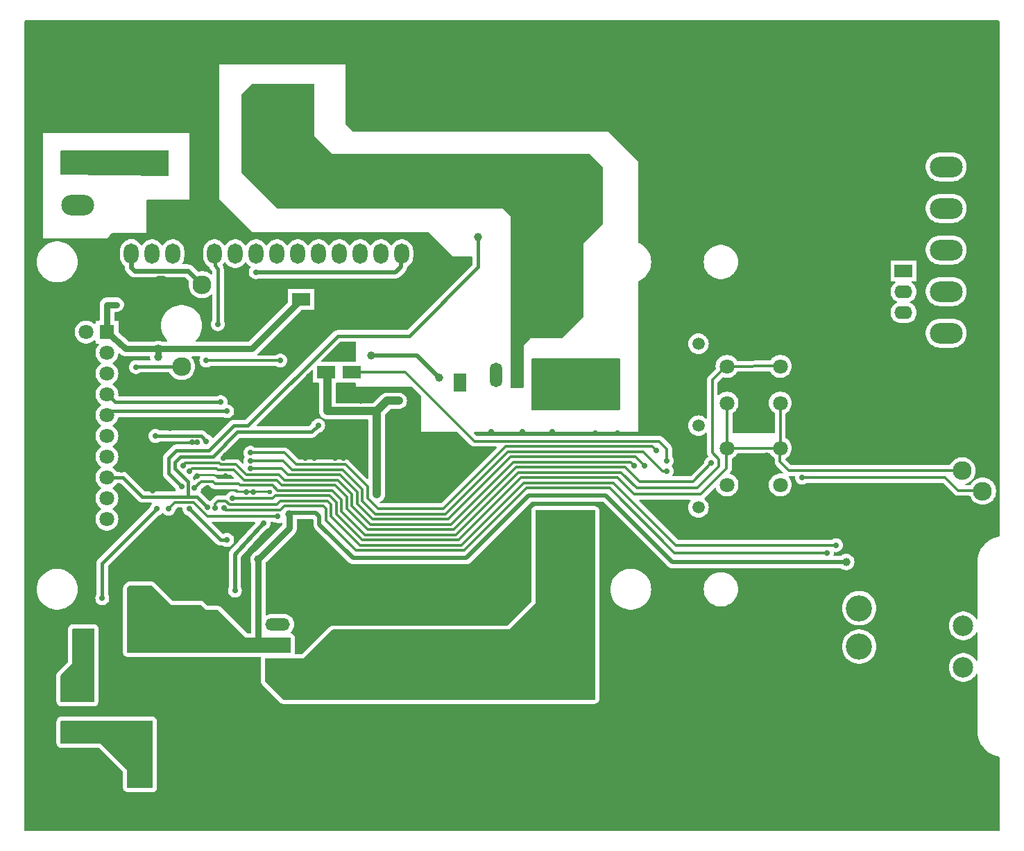
<source format=gtl>
G04 --- HEADER BEGIN --- *
%TF.GenerationSoftware,LibrePCB,LibrePCB,0.1.4*%
%TF.CreationDate,2020-06-28T21:35:14*%
%TF.ProjectId,Hydro Battery Charger - default,71762d7e-e7f1-403c-8020-db9670c01e9b,v4*%
%TF.Part,Single*%
%FSLAX66Y66*%
%MOMM*%
G01*
G74*
G04 --- HEADER END --- *
G04 --- APERTURE LIST BEGIN --- *
%ADD10C,1.5*%
%ADD11C,1.8*%
%ADD12R,2.19X1.587*%
%ADD13C,2.3*%
%ADD14O,3.0X1.8*%
%ADD15O,3.0X1.5*%
%ADD16O,4.0X2.8*%
%ADD17O,4.0X2.54*%
%ADD18C,4.0*%
%ADD19R,1.8X1.8*%
%ADD20R,1.587X2.19*%
%ADD21O,2.032X4.064*%
%ADD22O,2.19X1.587*%
%ADD23C,3.2*%
%ADD24C,2.5*%
%ADD25O,1.8X2.5*%
%ADD26R,1.8X2.5*%
%ADD27O,1.8X2.8*%
%ADD28O,2.8X4.0*%
%ADD29O,2.54X1.5*%
%ADD30O,1.8X3.0*%
%ADD31O,1.5X3.0*%
%ADD32C,0.7*%
%ADD33C,1.0*%
%ADD34C,0.6*%
%ADD35C,0.5*%
%ADD36C,0.4*%
%ADD37C,0.3*%
%ADD38C,0.8*%
%ADD39C,0.0*%
G04 --- APERTURE LIST END --- *
G04 --- BOARD BEGIN --- *
D10*
X80230000Y50000000D03*
X82770000Y50000000D03*
D11*
X92750000Y42755000D03*
X86250000Y47245000D03*
X92750000Y47245000D03*
X86250000Y42755000D03*
D12*
X40481250Y56515000D03*
D13*
X114950000Y44500000D03*
X117450000Y42000000D03*
X114950000Y39500000D03*
D14*
X14605000Y12697500D03*
X14605000Y6847500D03*
X14605000Y29347500D03*
X14605000Y23497500D03*
D15*
X31432500Y20637500D03*
X31432500Y23177500D03*
X31432500Y25717500D03*
D16*
X14922500Y90328750D03*
X30162500Y90328750D03*
D12*
X67627500Y56197500D03*
D10*
X80230000Y60000000D03*
X82770000Y60000000D03*
D12*
X37306250Y56515000D03*
D17*
X7000000Y76920000D03*
X7000000Y82000000D03*
X7000000Y87080000D03*
D12*
X56038750Y24130000D03*
X20320000Y24447500D03*
D18*
X44450000Y10240000D03*
X44450000Y20240000D03*
D11*
X8030000Y51276250D03*
X10570000Y56356250D03*
X8030000Y58896250D03*
X8030000Y41116250D03*
X10570000Y53816250D03*
X10570000Y46196250D03*
X8030000Y46196250D03*
X8030000Y48736250D03*
X8030000Y53816250D03*
X10570000Y48736250D03*
X10570000Y38576250D03*
X10570000Y43656250D03*
X10570000Y51276250D03*
D19*
X10570000Y61436250D03*
D11*
X8030000Y61436250D03*
X8030000Y38576250D03*
X10570000Y58896250D03*
X10570000Y41116250D03*
X8030000Y43656250D03*
X8030000Y56356250D03*
D20*
X53657500Y55245000D03*
X14922500Y93345000D03*
D21*
X77152500Y56197500D03*
X72072500Y56197500D03*
D12*
X107791250Y68897500D03*
D22*
X107791250Y63817500D03*
X107791250Y66357500D03*
D17*
X113000000Y86700000D03*
X113000000Y76540000D03*
X113000000Y66380000D03*
X113000000Y81620000D03*
X113000000Y61300000D03*
X113000000Y71460000D03*
D23*
X102380000Y27700000D03*
D24*
X115080000Y20460000D03*
D23*
X102380000Y23000000D03*
D24*
X115080000Y25540000D03*
D23*
X102380000Y18300000D03*
D25*
X21160000Y71000000D03*
X31320000Y71000000D03*
X33860000Y71000000D03*
X16080000Y71000000D03*
X36400000Y71000000D03*
X44020000Y71000000D03*
X46560000Y71000000D03*
X28780000Y71000000D03*
X18620000Y71000000D03*
X23700000Y71000000D03*
X13540000Y71000000D03*
X38940000Y71000000D03*
X49100000Y71000000D03*
X41480000Y71000000D03*
D26*
X11000000Y71000000D03*
D25*
X26240000Y71000000D03*
D27*
X39907500Y63817500D03*
X67407500Y63817500D03*
D18*
X46037500Y89772500D03*
X46037500Y79772500D03*
D10*
X80230000Y40000000D03*
X82770000Y40000000D03*
D28*
X23495000Y10160000D03*
X23495000Y25400000D03*
D18*
X68580000Y89772500D03*
X68580000Y79772500D03*
D12*
X29368750Y87312500D03*
D29*
X67627500Y52720000D03*
X67627500Y38720000D03*
D30*
X27942500Y82073750D03*
X33792500Y82073750D03*
X11292500Y82073750D03*
X17142500Y82073750D03*
D13*
X19685000Y57230000D03*
X22185000Y67230000D03*
X17185000Y67230000D03*
D31*
X63182500Y56197500D03*
X60642500Y56197500D03*
X58102500Y56197500D03*
D18*
X66992500Y10240000D03*
X66992500Y20240000D03*
D17*
X7000000Y17540000D03*
X7000000Y12460000D03*
D12*
X34290000Y65405000D03*
D11*
X86250000Y57245000D03*
X92750000Y52755000D03*
X86250000Y52755000D03*
X92750000Y57245000D03*
D27*
X38320000Y32385000D03*
X65820000Y32385000D03*
D32*
X29210000Y55562500D03*
X29051250Y47942500D03*
X48260000Y43656250D03*
X28733750Y68738750D03*
X46513750Y62706250D03*
X78827500Y40005000D03*
X3175000Y43656250D03*
X24765000Y46037500D03*
X7620000Y22225000D03*
X43021250Y28257500D03*
X60642500Y29527500D03*
X85090000Y40957500D03*
X87701250Y43727500D03*
X59213750Y4921250D03*
X92233750Y27781250D03*
X18097500Y33496250D03*
X110331250Y95091250D03*
X30321250Y56673750D03*
X25241250Y51752500D03*
X31432500Y38893750D03*
X18097500Y39846250D03*
X23812500Y39925625D03*
X99536250Y35401250D03*
X18097500Y32543750D03*
X20002500Y73977500D03*
X27940000Y54292500D03*
X81280000Y45720000D03*
X36195000Y95567500D03*
X21590000Y43815000D03*
X1111250Y18415000D03*
X19526250Y36036250D03*
X55403750Y32067500D03*
X22542500Y33496250D03*
X51435000Y95091250D03*
X33496250Y57785000D03*
X96202500Y41433750D03*
X25400000Y61436250D03*
X35919890Y46037500D03*
X34808640Y46037500D03*
X18891250Y33496250D03*
X102235000Y42386250D03*
X99695000Y94773750D03*
X88265000Y39528750D03*
X61277500Y49212500D03*
X48577500Y64770000D03*
X90646250Y50165000D03*
X49847500Y45402500D03*
X13176250Y4603750D03*
X2698750Y36036250D03*
X60960000Y94615000D03*
X26511250Y37306250D03*
X19843750Y33496250D03*
X3016250Y51435000D03*
X28098750Y46672500D03*
X77628750Y46990000D03*
X112553750Y23018750D03*
X98425000Y34448750D03*
X24844375Y39925625D03*
X78898750Y44450000D03*
X28098750Y45720000D03*
X97313750Y45720000D03*
X1111250Y24288750D03*
X45243750Y43656250D03*
X89852500Y94615000D03*
X1111250Y76200000D03*
X17145000Y49847500D03*
X21272500Y42386250D03*
X48260000Y45402500D03*
X12858750Y39211250D03*
X11112500Y64770000D03*
X25876250Y41116250D03*
X11747500Y64770000D03*
D33*
X16827500Y58420000D03*
X16827500Y59372500D03*
D32*
X3016250Y61912500D03*
X22860000Y42386250D03*
X26987500Y67945000D03*
X12382500Y45561250D03*
X30480000Y47942500D03*
X54292500Y70008750D03*
X86360000Y19526250D03*
X24606250Y76358750D03*
X36195000Y94615000D03*
X9683750Y36195000D03*
X39052500Y53340000D03*
X16192500Y42068750D03*
X25082500Y46355000D03*
X50800000Y70326250D03*
X39052500Y4762500D03*
X27622500Y41910000D03*
X42068750Y45402500D03*
X35919890Y46513750D03*
X34808640Y46513750D03*
X1270000Y95408750D03*
X118427500Y5556250D03*
X33178750Y35083750D03*
X70167500Y49053750D03*
D33*
X29051250Y33655000D03*
X32861250Y39211250D03*
X100806250Y33337500D03*
D32*
X118427500Y73977500D03*
X36830000Y35877500D03*
X24447500Y52863750D03*
X1111250Y21113750D03*
X38258750Y28098750D03*
X2857500Y39687500D03*
X39412390Y46990000D03*
X38459890Y46990000D03*
X31115000Y37782500D03*
X1428750Y87788750D03*
X51593750Y43815000D03*
X6667500Y20002500D03*
X39412390Y46037500D03*
X38459890Y46037500D03*
X20955000Y47942500D03*
D33*
X41592500Y53181250D03*
D32*
X55403750Y28098750D03*
X16510000Y73183750D03*
X51117500Y67151250D03*
X1111250Y21907500D03*
X115728750Y30956250D03*
X31908750Y51435000D03*
X39412390Y46513750D03*
X38459890Y46513750D03*
X40322500Y53340000D03*
X45243750Y45402500D03*
X1111250Y4445000D03*
X118427500Y45878750D03*
X1111250Y22701250D03*
X51593750Y5080000D03*
X18256250Y49688750D03*
X69850000Y94456250D03*
X30480000Y37147500D03*
X19685000Y42545000D03*
D33*
X55880000Y73025000D03*
D32*
X7620000Y24765000D03*
X1111250Y25082500D03*
X22383750Y36036250D03*
X31908750Y50482500D03*
D33*
X51117500Y55880000D03*
X42862500Y58578750D03*
D32*
X31750000Y47942500D03*
X34131250Y59055000D03*
X30003750Y5080000D03*
X14128750Y57150000D03*
X1111250Y25876250D03*
X53657500Y43656250D03*
X81438750Y31591250D03*
X46672500Y45402500D03*
X24606250Y74136250D03*
D34*
X30480000Y41910000D03*
D32*
X31750000Y94615000D03*
X34131250Y38258750D03*
X21748750Y33496250D03*
X28416250Y41910000D03*
X22860000Y40005000D03*
X36353750Y50006250D03*
X115570000Y14922500D03*
X64928750Y49212500D03*
X28257500Y63976250D03*
X23018750Y4921250D03*
X60642500Y37306250D03*
X57467500Y49212500D03*
X22542500Y32543750D03*
X26670000Y62865000D03*
X20637500Y39846250D03*
X25241250Y36036250D03*
D33*
X43497500Y41592500D03*
X46196250Y53022500D03*
D32*
X37465000Y51752500D03*
X91122500Y46355000D03*
X3016250Y58737500D03*
X12382500Y44608750D03*
X8572500Y20002500D03*
X31115000Y95091250D03*
X25400000Y68738750D03*
X20002500Y76358750D03*
X17145000Y54292500D03*
X37941250Y34766250D03*
X36830000Y95091250D03*
X109537500Y42545000D03*
X3016250Y55086250D03*
X97790000Y4921250D03*
X7620000Y23495000D03*
X47466250Y67468750D03*
X55562500Y45402500D03*
X36353750Y25082500D03*
X35919890Y46990000D03*
X34808640Y46990000D03*
X108902500Y5080000D03*
X102235000Y45720000D03*
X35242500Y56038750D03*
X118110000Y56197500D03*
X76041250Y49212500D03*
X78898750Y45720000D03*
X109537500Y45720000D03*
X53975000Y45402500D03*
X67786250Y4921250D03*
X16192500Y76835000D03*
X88106250Y4921250D03*
X35401250Y38258750D03*
X7620000Y20002500D03*
X42068750Y46831250D03*
X34131250Y63023750D03*
X18097500Y36036250D03*
X26670000Y53181250D03*
X79216250Y4921250D03*
X79216250Y27940000D03*
X31750000Y57943750D03*
X22701250Y57943750D03*
X3016250Y47625000D03*
X22542500Y31591250D03*
X49053750Y28416250D03*
X41116250Y95250000D03*
X43021250Y32067500D03*
X1111250Y23495000D03*
X18097500Y31591250D03*
X72866250Y49053750D03*
X20796250Y33496250D03*
X24130000Y62388750D03*
X118586250Y95091250D03*
X118427500Y85566250D03*
X1111250Y81121250D03*
X81597500Y94773750D03*
X16668750Y36036250D03*
X39528750Y58737500D03*
X49847500Y43656250D03*
X118268750Y64770000D03*
X14446250Y39211250D03*
X34766250Y38258750D03*
X16668750Y39846250D03*
X10001250Y28892500D03*
X19843750Y45085000D03*
X74930000Y45085000D03*
X16986250Y95408750D03*
X11430000Y68421250D03*
X31750000Y95567500D03*
X95408750Y43656250D03*
X20637500Y44450000D03*
X84296250Y45402500D03*
X42703750Y62547500D03*
X20955000Y36036250D03*
X1270000Y10318750D03*
X22701250Y48101250D03*
X16510000Y48736250D03*
X71437500Y39370000D03*
X60642500Y34290000D03*
X28098750Y44767500D03*
X76200000Y45085000D03*
X49053750Y32067500D03*
X87312500Y50165000D03*
X44926250Y65405000D03*
X25082500Y43815000D03*
X46513750Y43815000D03*
X29686250Y38100000D03*
X26193750Y29845000D03*
X28257500Y95408750D03*
X51593750Y45402500D03*
X21590000Y47942500D03*
X1270000Y15240000D03*
D35*
X45807500Y68738750D02*
X46442500Y69373750D01*
X46442500Y69373750D02*
X46442500Y70961250D01*
X28733750Y68738750D02*
X45807500Y68738750D01*
X46560000Y71000000D02*
X46442500Y70961250D01*
D36*
X25241250Y51752500D02*
X11112500Y51752500D01*
X10570000Y51276250D02*
X11112500Y51752500D01*
D37*
X21113750Y40640000D02*
X22860000Y38893750D01*
X22860000Y38893750D02*
X31432500Y38893750D01*
X18097500Y39846250D02*
X18891250Y40640000D01*
X18891250Y40640000D02*
X21113750Y40640000D01*
X53816250Y35401250D02*
X61436250Y43021250D01*
X80010000Y35401250D02*
X99536250Y35401250D01*
X24130000Y40798750D02*
X23812500Y40481250D01*
X41433750Y35401250D02*
X53816250Y35401250D01*
X31273750Y40322500D02*
X31750000Y40798750D01*
X37941250Y38893750D02*
X41433750Y35401250D01*
X23812500Y40481250D02*
X23812500Y39925625D01*
X61436250Y43021250D02*
X72390000Y43021250D01*
X25082500Y40798750D02*
X25558750Y40322500D01*
X37465000Y40798750D02*
X37941250Y40322500D01*
X25082500Y40798750D02*
X24130000Y40798750D01*
X37941250Y40322500D02*
X37941250Y38893750D01*
X31750000Y40798750D02*
X37465000Y40798750D01*
X25558750Y40322500D02*
X31273750Y40322500D01*
X72390000Y43021250D02*
X80010000Y35401250D01*
X43656250Y39846250D02*
X51593750Y39846250D01*
X42386250Y41116250D02*
X43656250Y39846250D01*
X39687500Y45243750D02*
X42386250Y42545000D01*
X32226250Y46672500D02*
X33655000Y45243750D01*
X42386250Y42545000D02*
X42386250Y41116250D01*
X77152500Y47466250D02*
X77628750Y46990000D01*
X33655000Y45243750D02*
X39687500Y45243750D01*
X59213750Y47466250D02*
X77152500Y47466250D01*
X28098750Y46672500D02*
X32226250Y46672500D01*
X51593750Y39846250D02*
X59213750Y47466250D01*
X25082500Y39687500D02*
X31750000Y39687500D01*
X36988750Y40163750D02*
X37306250Y39846250D01*
X37306250Y38417500D02*
X40957500Y34766250D01*
X32226250Y40163750D02*
X36988750Y40163750D01*
X61753750Y42386250D02*
X71913750Y42386250D01*
X24844375Y39925625D02*
X25082500Y39687500D01*
X71913750Y42386250D02*
X79851250Y34448750D01*
X54133750Y34766250D02*
X61753750Y42386250D01*
X37306250Y39846250D02*
X37306250Y38417500D01*
X40957500Y34766250D02*
X54133750Y34766250D01*
X79851250Y34448750D02*
X98425000Y34448750D01*
X31750000Y39687500D02*
X32226250Y40163750D01*
X33178750Y44608750D02*
X39370000Y44608750D01*
X78422500Y44450000D02*
X76041250Y46831250D01*
X39370000Y44608750D02*
X41751250Y42227500D01*
X59531250Y46831250D02*
X76041250Y46831250D01*
X32067500Y45720000D02*
X33178750Y44608750D01*
X51911250Y39211250D02*
X59531250Y46831250D01*
X41751250Y42227500D02*
X41751250Y40798750D01*
X41751250Y40798750D02*
X43338750Y39211250D01*
X43338750Y39211250D02*
X51911250Y39211250D01*
X28098750Y45720000D02*
X32067500Y45720000D01*
X78898750Y44450000D02*
X78422500Y44450000D01*
X38100000Y42068750D02*
X39211250Y40957500D01*
X85248750Y45878750D02*
X84455000Y46672500D01*
X92686250Y57308750D02*
X86250000Y57245000D01*
X23495000Y43180000D02*
X23812500Y42862500D01*
X39211250Y39528750D02*
X42068750Y36671250D01*
X42068750Y36671250D02*
X53181250Y36671250D01*
X22066250Y43180000D02*
X21272500Y42386250D01*
X60801250Y44291250D02*
X73342500Y44291250D01*
X84455000Y46672500D02*
X84455000Y55562500D01*
X75247500Y42386250D02*
X73342500Y44291250D01*
X26670000Y42862500D02*
X26828750Y42703750D01*
X39211250Y40957500D02*
X39211250Y39528750D01*
X86250000Y57245000D02*
X86042500Y57150000D01*
X53181250Y36671250D02*
X60801250Y44291250D01*
X23812500Y42862500D02*
X26670000Y42862500D01*
X22066250Y43180000D02*
X23495000Y43180000D01*
X82637500Y42386250D02*
X75247500Y42386250D01*
X26828750Y42703750D02*
X30797500Y42703750D01*
X92750000Y57245000D02*
X92686250Y57308750D01*
X82637500Y42386250D02*
X85248750Y44997500D01*
X30797500Y42703750D02*
X31432500Y42068750D01*
X85248750Y44997500D02*
X85248750Y45878750D01*
X84455000Y55562500D02*
X86042500Y57150000D01*
X31432500Y42068750D02*
X38100000Y42068750D01*
D38*
X10570000Y61436250D02*
X10593750Y64770000D01*
D37*
X30797500Y41116250D02*
X31115000Y41433750D01*
X92750000Y52755000D02*
X92750000Y47347500D01*
X72866250Y43656250D02*
X74930000Y41592500D01*
X74930000Y41592500D02*
X83026250Y41592500D01*
X92710000Y45591250D02*
X92750000Y47347500D01*
X86250000Y52755000D02*
X86250000Y47356250D01*
D38*
X12858750Y59372500D02*
X10570000Y61436250D01*
D37*
X38576250Y39211250D02*
X41751250Y36036250D01*
X83026250Y41592500D02*
X86201250Y44767500D01*
X114950000Y44500000D02*
X93771250Y44500000D01*
D38*
X16827500Y59372500D02*
X12858750Y59372500D01*
D37*
X53498750Y36036250D02*
X61118750Y43656250D01*
X37782500Y41433750D02*
X38576250Y40640000D01*
X38576250Y40640000D02*
X38576250Y39211250D01*
X92750000Y47245000D02*
X86263750Y47245000D01*
X86250000Y47245000D02*
X86201250Y47307500D01*
X61118750Y43656250D02*
X72866250Y43656250D01*
D38*
X16827500Y59372500D02*
X28257500Y59372500D01*
D37*
X25876250Y41116250D02*
X30797500Y41116250D01*
X86250000Y47356250D02*
X86201250Y47307500D01*
D38*
X10593750Y64770000D02*
X11747500Y64770000D01*
D37*
X93771250Y44500000D02*
X92710000Y45591250D01*
D38*
X16827500Y59372500D02*
X16827500Y58420000D01*
D37*
X41751250Y36036250D02*
X53498750Y36036250D01*
X86201250Y44767500D02*
X86201250Y47307500D01*
X31115000Y41433750D02*
X37782500Y41433750D01*
X86263750Y47245000D02*
X86201250Y47307500D01*
D38*
X28257500Y59372500D02*
X34290000Y65405000D01*
D37*
X92750000Y47347500D02*
X92750000Y47245000D01*
D35*
X40640000Y33813750D02*
X54451250Y33813750D01*
X36036250Y39370000D02*
X36512500Y38893750D01*
D38*
X29051250Y33655000D02*
X29051250Y23177500D01*
D35*
X36512500Y38893750D02*
X36512500Y37941250D01*
X33020000Y39370000D02*
X36036250Y39370000D01*
X32861250Y39211250D02*
X33020000Y39370000D01*
X54451250Y33813750D02*
X62071250Y41433750D01*
X62071250Y41433750D02*
X71437500Y41433750D01*
X71437500Y41433750D02*
X79533750Y33337500D01*
D38*
X32861250Y39211250D02*
X32861250Y37465000D01*
X31432500Y23177500D02*
X29051250Y23177500D01*
X32861250Y37465000D02*
X29051250Y33655000D01*
D35*
X79533750Y33337500D02*
X100806250Y33337500D01*
X36512500Y37941250D02*
X40640000Y33813750D01*
D36*
X24447500Y52863750D02*
X11588750Y52863750D01*
X10570000Y53816250D02*
X11588750Y52863750D01*
D38*
X10882500Y72707500D02*
X10882500Y70961250D01*
X11358750Y73183750D02*
X10882500Y72707500D01*
X16510000Y73183750D02*
X11358750Y73183750D01*
X10882500Y70961250D02*
X11000000Y71000000D01*
D36*
X26035000Y50006250D02*
X23018750Y46990000D01*
X19050000Y46990000D02*
X18097500Y46037500D01*
X27781250Y50006250D02*
X26035000Y50006250D01*
X19685000Y42545000D02*
X18097500Y44132500D01*
X38735000Y60960000D02*
X47466250Y60960000D01*
X55880000Y69373750D02*
X55880000Y73025000D01*
X23018750Y46990000D02*
X19050000Y46990000D01*
X27781250Y50006250D02*
X38735000Y60960000D01*
X47466250Y60960000D02*
X55880000Y69373750D01*
X18097500Y46037500D02*
X18097500Y44132500D01*
D35*
X48418750Y58578750D02*
X51117500Y55880000D01*
X42862500Y58578750D02*
X48418750Y58578750D01*
D36*
X14050000Y57230000D02*
X14128750Y57150000D01*
X19685000Y57230000D02*
X14050000Y57230000D01*
X12541250Y43656250D02*
X10570000Y43656250D01*
X36353750Y50006250D02*
X35560000Y49212500D01*
X23495000Y46196250D02*
X26511250Y49212500D01*
X20478750Y41275000D02*
X21590000Y41275000D01*
X22860000Y40005000D02*
X21590000Y41275000D01*
X20478750Y43180000D02*
X20478750Y41275000D01*
X18891250Y44767500D02*
X20478750Y43180000D01*
X26511250Y49212500D02*
X35560000Y49212500D01*
X18891250Y45561250D02*
X19526250Y46196250D01*
X20478750Y41275000D02*
X14922500Y41275000D01*
X19526250Y46196250D02*
X23495000Y46196250D01*
X18891250Y45561250D02*
X18891250Y44767500D01*
X14922500Y41275000D02*
X12541250Y43656250D01*
X24447500Y36036250D02*
X25241250Y36036250D01*
X20637500Y39846250D02*
X24447500Y36036250D01*
D33*
X44767500Y53022500D02*
X46196250Y53022500D01*
X37465000Y56356250D02*
X37306250Y56515000D01*
X37465000Y51752500D02*
X43497500Y51752500D01*
X43497500Y51752500D02*
X44767500Y53022500D01*
X43497500Y51752500D02*
X43497500Y41592500D01*
X37465000Y51752500D02*
X37465000Y56356250D01*
D37*
X40481250Y56515000D02*
X46990000Y56515000D01*
X55403750Y48101250D02*
X77946250Y48101250D01*
X46990000Y56515000D02*
X55403750Y48101250D01*
X77946250Y48101250D02*
X78898750Y47148750D01*
X78898750Y47148750D02*
X78898750Y45720000D01*
D34*
X13540000Y71000000D02*
X13540000Y69327500D01*
X20478750Y68897500D02*
X22185000Y67230000D01*
X13970000Y68897500D02*
X20478750Y68897500D01*
X13540000Y69327500D02*
X13970000Y68897500D01*
D37*
X22701250Y57943750D02*
X31750000Y57943750D01*
D36*
X23700000Y71000000D02*
X23741250Y69532500D01*
X24130000Y69127500D02*
X23741250Y69532500D01*
X24130000Y62388750D02*
X24130000Y69127500D01*
X10001250Y33178750D02*
X10001250Y28892500D01*
X16668750Y39846250D02*
X10001250Y33178750D01*
D37*
X32226250Y43338750D02*
X38735000Y43338750D01*
X52546250Y37941250D02*
X60166250Y45561250D01*
X74453750Y45561250D02*
X74930000Y45085000D01*
X19843750Y45085000D02*
X20161250Y45402500D01*
X24447500Y45243750D02*
X26352500Y45243750D01*
X40481250Y41592500D02*
X40481250Y40163750D01*
X31591250Y43973750D02*
X32226250Y43338750D01*
X38735000Y43338750D02*
X40481250Y41592500D01*
X27622500Y43973750D02*
X31591250Y43973750D01*
X40481250Y40163750D02*
X42703750Y37941250D01*
X20161250Y45402500D02*
X24288750Y45402500D01*
X26352500Y45243750D02*
X27622500Y43973750D01*
X60166250Y45561250D02*
X74453750Y45561250D01*
X42703750Y37941250D02*
X52546250Y37941250D01*
X24288750Y45402500D02*
X24447500Y45243750D01*
X52863750Y37306250D02*
X60483750Y44926250D01*
X26035000Y44608750D02*
X27305000Y43338750D01*
X39846250Y39846250D02*
X42386250Y37306250D01*
X95408750Y43656250D02*
X112871250Y43656250D01*
X20955000Y44767500D02*
X20637500Y44450000D01*
X26035000Y44608750D02*
X24130000Y44608750D01*
X27305000Y43338750D02*
X31273750Y43338750D01*
X60483750Y44926250D02*
X73818750Y44926250D01*
X114458750Y42068750D02*
X117316250Y42068750D01*
X75565000Y43180000D02*
X82073750Y43180000D01*
X23971250Y44767500D02*
X20955000Y44767500D01*
X82073750Y43180000D02*
X84296250Y45402500D01*
X38417500Y42703750D02*
X39846250Y41275000D01*
X112871250Y43656250D02*
X114458750Y42068750D01*
X31908750Y42703750D02*
X38417500Y42703750D01*
X39846250Y41275000D02*
X39846250Y39846250D01*
X117450000Y42000000D02*
X117316250Y42068750D01*
X42386250Y37306250D02*
X52863750Y37306250D01*
X24130000Y44608750D02*
X23971250Y44767500D01*
X75565000Y43180000D02*
X73818750Y44926250D01*
X31273750Y43338750D02*
X31908750Y42703750D01*
D36*
X16510000Y48736250D02*
X22066250Y48736250D01*
X22066250Y48736250D02*
X22701250Y48101250D01*
D37*
X41116250Y40481250D02*
X43021250Y38576250D01*
X52228750Y38576250D02*
X59848750Y46196250D01*
X28098750Y44767500D02*
X31908750Y44767500D01*
X59848750Y46196250D02*
X75088750Y46196250D01*
X31908750Y44767500D02*
X32702500Y43973750D01*
X41116250Y41910000D02*
X41116250Y40481250D01*
X75088750Y46196250D02*
X76200000Y45085000D01*
X32702500Y43973750D02*
X39052500Y43973750D01*
X43021250Y38576250D02*
X52228750Y38576250D01*
X39052500Y43973750D02*
X41116250Y41910000D01*
D35*
X26193750Y34290000D02*
X26193750Y29845000D01*
X26193750Y34290000D02*
X29686250Y38100000D01*
D39*
G36*
X18055853Y80506253D02*
X18097500Y80587462D01*
X18097500Y83561250D01*
X18078000Y83620577D01*
X17997500Y83661250D01*
X5021250Y83661250D01*
X4961923Y83641750D01*
X4921250Y83561250D01*
X4921250Y80743803D01*
X4940750Y80684476D01*
X5020045Y80643810D01*
X17996295Y80487469D01*
X18055853Y80506253D01*
G37*
G36*
X119459327Y519500D02*
X119500000Y600000D01*
X119500000Y9460007D01*
X119480500Y9519334D01*
X119418026Y9558369D01*
X119265202Y9586375D01*
X119262255Y9587008D01*
X119206579Y9600731D01*
X119203637Y9601552D01*
X118895255Y9697647D01*
X118892410Y9698629D01*
X118838756Y9718976D01*
X118835994Y9720121D01*
X118541430Y9852693D01*
X118538690Y9854027D01*
X118487920Y9880674D01*
X118485284Y9882160D01*
X118208845Y10049274D01*
X118206320Y10050906D01*
X118159109Y10083493D01*
X118156671Y10085287D01*
X117902403Y10284493D01*
X117900082Y10286427D01*
X117857137Y10324473D01*
X117854955Y10326527D01*
X117626527Y10554955D01*
X117624473Y10557137D01*
X117586427Y10600082D01*
X117584493Y10602403D01*
X117385287Y10856671D01*
X117383493Y10859109D01*
X117350906Y10906320D01*
X117349274Y10908845D01*
X117182160Y11185284D01*
X117180674Y11187920D01*
X117154027Y11238690D01*
X117152693Y11241430D01*
X117020121Y11535994D01*
X117018976Y11538756D01*
X116998629Y11592410D01*
X116997647Y11595255D01*
X116901543Y11903666D01*
X116900740Y11906545D01*
X116887010Y11962248D01*
X116886374Y11965210D01*
X116828146Y12282949D01*
X116827696Y12285907D01*
X116820778Y12342875D01*
X116820508Y12345850D01*
X116800958Y12669047D01*
X116800888Y12670604D01*
X116800023Y12699252D01*
X116800000Y12700735D01*
X116800000Y19575709D01*
X116780500Y19635036D01*
X116729605Y19671226D01*
X116667164Y19670164D01*
X116613397Y19625709D01*
X116527787Y19477428D01*
X116523583Y19471262D01*
X116365171Y19272620D01*
X116360098Y19267153D01*
X116173848Y19094337D01*
X116168020Y19089689D01*
X115958090Y18946562D01*
X115951630Y18942832D01*
X115722712Y18832591D01*
X115715773Y18829868D01*
X115472986Y18754979D01*
X115465713Y18753319D01*
X115214474Y18715450D01*
X115207039Y18714893D01*
X114952960Y18714893D01*
X114945525Y18715450D01*
X114694286Y18753319D01*
X114687013Y18754979D01*
X114444227Y18829868D01*
X114437288Y18832591D01*
X114208374Y18942830D01*
X114201904Y18946566D01*
X113991979Y19089689D01*
X113986151Y19094337D01*
X113799901Y19267153D01*
X113794828Y19272620D01*
X113636416Y19471262D01*
X113632212Y19477428D01*
X113505173Y19697465D01*
X113501936Y19704188D01*
X113409114Y19940694D01*
X113406915Y19947823D01*
X113350379Y20195525D01*
X113349266Y20202914D01*
X113330280Y20456264D01*
X113330280Y20463736D01*
X113349266Y20717085D01*
X113350379Y20724474D01*
X113406915Y20972176D01*
X113409114Y20979305D01*
X113501936Y21215811D01*
X113505173Y21222534D01*
X113632212Y21442571D01*
X113636416Y21448737D01*
X113794828Y21647379D01*
X113799901Y21652846D01*
X113986151Y21825662D01*
X113991979Y21830310D01*
X114201904Y21973433D01*
X114208374Y21977169D01*
X114437288Y22087408D01*
X114444227Y22090131D01*
X114687013Y22165020D01*
X114694286Y22166680D01*
X114945525Y22204549D01*
X114952960Y22205106D01*
X115207039Y22205106D01*
X115214474Y22204549D01*
X115465713Y22166680D01*
X115472986Y22165020D01*
X115715773Y22090131D01*
X115722712Y22087408D01*
X115951630Y21977167D01*
X115958090Y21973437D01*
X116168020Y21830310D01*
X116173848Y21825662D01*
X116360098Y21652846D01*
X116365171Y21647379D01*
X116523583Y21448737D01*
X116527787Y21442571D01*
X116613397Y21294290D01*
X116659949Y21252661D01*
X116722120Y21246767D01*
X116775664Y21278907D01*
X116800000Y21344290D01*
X116800000Y24655709D01*
X116780500Y24715036D01*
X116729605Y24751226D01*
X116667164Y24750164D01*
X116613397Y24705709D01*
X116527787Y24557428D01*
X116523583Y24551262D01*
X116365171Y24352620D01*
X116360098Y24347153D01*
X116173848Y24174337D01*
X116168020Y24169689D01*
X115958090Y24026562D01*
X115951630Y24022832D01*
X115722712Y23912591D01*
X115715773Y23909868D01*
X115472986Y23834979D01*
X115465713Y23833319D01*
X115214474Y23795450D01*
X115207039Y23794893D01*
X114952960Y23794893D01*
X114945525Y23795450D01*
X114694286Y23833319D01*
X114687013Y23834979D01*
X114444227Y23909868D01*
X114437288Y23912591D01*
X114208374Y24022830D01*
X114201904Y24026566D01*
X113991979Y24169689D01*
X113986151Y24174337D01*
X113799901Y24347153D01*
X113794828Y24352620D01*
X113636416Y24551262D01*
X113632212Y24557428D01*
X113505173Y24777465D01*
X113501936Y24784188D01*
X113409114Y25020694D01*
X113406915Y25027823D01*
X113350379Y25275525D01*
X113349266Y25282914D01*
X113330280Y25536264D01*
X113330280Y25543736D01*
X113349266Y25797085D01*
X113350379Y25804474D01*
X113406915Y26052176D01*
X113409114Y26059305D01*
X113501936Y26295811D01*
X113505173Y26302534D01*
X113632212Y26522571D01*
X113636416Y26528737D01*
X113794828Y26727379D01*
X113799901Y26732846D01*
X113986151Y26905662D01*
X113991979Y26910310D01*
X114201904Y27053433D01*
X114208374Y27057169D01*
X114437288Y27167408D01*
X114444227Y27170131D01*
X114687013Y27245020D01*
X114694286Y27246680D01*
X114945525Y27284549D01*
X114952960Y27285106D01*
X115207039Y27285106D01*
X115214474Y27284549D01*
X115465713Y27246680D01*
X115472986Y27245020D01*
X115715773Y27170131D01*
X115722712Y27167408D01*
X115951630Y27057167D01*
X115958090Y27053437D01*
X116168020Y26910310D01*
X116173848Y26905662D01*
X116360098Y26732846D01*
X116365171Y26727379D01*
X116523583Y26528737D01*
X116527787Y26522571D01*
X116613397Y26374290D01*
X116659949Y26332661D01*
X116722120Y26326767D01*
X116775664Y26358907D01*
X116800000Y26424290D01*
X116800000Y33299265D01*
X116800023Y33300748D01*
X116800888Y33329396D01*
X116800958Y33330953D01*
X116820508Y33654148D01*
X116820778Y33657123D01*
X116827694Y33714079D01*
X116828148Y33717061D01*
X116886373Y34034781D01*
X116887011Y34037757D01*
X116900731Y34093420D01*
X116901552Y34096362D01*
X116997647Y34404744D01*
X116998629Y34407589D01*
X117018976Y34461243D01*
X117020121Y34464005D01*
X117152693Y34758569D01*
X117154027Y34761309D01*
X117180674Y34812079D01*
X117182160Y34814715D01*
X117349274Y35091154D01*
X117350906Y35093679D01*
X117383493Y35140890D01*
X117385287Y35143328D01*
X117584493Y35397596D01*
X117586427Y35399917D01*
X117624473Y35442862D01*
X117626527Y35445044D01*
X117854955Y35673472D01*
X117857137Y35675526D01*
X117900082Y35713572D01*
X117902403Y35715506D01*
X118156671Y35914712D01*
X118159109Y35916506D01*
X118206320Y35949093D01*
X118208845Y35950725D01*
X118485284Y36117839D01*
X118487920Y36119325D01*
X118538690Y36145972D01*
X118541430Y36147306D01*
X118835994Y36279878D01*
X118838756Y36281023D01*
X118892410Y36301370D01*
X118895255Y36302352D01*
X119203666Y36398456D01*
X119206545Y36399259D01*
X119262266Y36412994D01*
X119265189Y36413621D01*
X119418026Y36441630D01*
X119472866Y36471505D01*
X119500000Y36539992D01*
X119500000Y49112500D01*
X119480500Y49171827D01*
X119400000Y49212500D01*
X93500000Y49212500D01*
X93440673Y49193000D01*
X93400000Y49112500D01*
X93400000Y48539248D01*
X93419500Y48479921D01*
X93452405Y48451301D01*
X93512083Y48419005D01*
X93518996Y48414488D01*
X93694925Y48277558D01*
X93700998Y48271968D01*
X93851994Y48107941D01*
X93857062Y48101429D01*
X93978999Y47914791D01*
X93982925Y47907538D01*
X94072480Y47703372D01*
X94075161Y47695564D01*
X94129890Y47479440D01*
X94131247Y47471310D01*
X94149658Y47249127D01*
X94149658Y47240873D01*
X94131247Y47018689D01*
X94129890Y47010559D01*
X94075161Y46794435D01*
X94072480Y46786627D01*
X93982925Y46582461D01*
X93978999Y46575208D01*
X93857062Y46388570D01*
X93851994Y46382058D01*
X93700998Y46218031D01*
X93694925Y46212441D01*
X93518996Y46075511D01*
X93512088Y46070997D01*
X93420393Y46021375D01*
X93377497Y45975988D01*
X93368013Y45935704D01*
X93366993Y45890917D01*
X93395278Y45818922D01*
X94016361Y45180282D01*
X94088050Y45150000D01*
X113373949Y45150000D01*
X113433276Y45169500D01*
X113464046Y45206612D01*
X113519435Y45321630D01*
X113523165Y45328090D01*
X113657873Y45525671D01*
X113662521Y45531499D01*
X113825170Y45706793D01*
X113830637Y45711866D01*
X114017596Y45860960D01*
X114023763Y45865165D01*
X114230841Y45984722D01*
X114237584Y45987969D01*
X114460169Y46075328D01*
X114467298Y46077527D01*
X114700429Y46130737D01*
X114707818Y46131850D01*
X114946264Y46149720D01*
X114953736Y46149720D01*
X115192181Y46131850D01*
X115199570Y46130737D01*
X115432701Y46077527D01*
X115439830Y46075328D01*
X115662415Y45987969D01*
X115669158Y45984722D01*
X115876236Y45865165D01*
X115882403Y45860960D01*
X116069361Y45711866D01*
X116074828Y45706793D01*
X116237478Y45531499D01*
X116242126Y45525671D01*
X116376834Y45328090D01*
X116380564Y45321630D01*
X116484314Y45106190D01*
X116487046Y45099228D01*
X116557527Y44870739D01*
X116559189Y44863455D01*
X116594829Y44627001D01*
X116595386Y44619566D01*
X116595386Y44380433D01*
X116594829Y44372998D01*
X116559189Y44136544D01*
X116557527Y44129260D01*
X116487046Y43900771D01*
X116484314Y43893809D01*
X116380564Y43678371D01*
X116376834Y43671910D01*
X116242126Y43474328D01*
X116237478Y43468500D01*
X116074829Y43293206D01*
X116069362Y43288133D01*
X115882403Y43139039D01*
X115876236Y43134834D01*
X115669158Y43015277D01*
X115662415Y43012030D01*
X115439830Y42924671D01*
X115432701Y42922472D01*
X115405409Y42916243D01*
X115351908Y42884030D01*
X115327951Y42826359D01*
X115342880Y42765719D01*
X115390874Y42725762D01*
X115427661Y42718750D01*
X115907057Y42718750D01*
X115966384Y42738250D01*
X115997154Y42775362D01*
X116019435Y42821630D01*
X116023165Y42828090D01*
X116157873Y43025671D01*
X116162521Y43031499D01*
X116325170Y43206793D01*
X116330637Y43211866D01*
X116517596Y43360960D01*
X116523763Y43365165D01*
X116730841Y43484722D01*
X116737584Y43487969D01*
X116960169Y43575328D01*
X116967298Y43577527D01*
X117200429Y43630737D01*
X117207818Y43631850D01*
X117446264Y43649720D01*
X117453736Y43649720D01*
X117692181Y43631850D01*
X117699570Y43630737D01*
X117932701Y43577527D01*
X117939830Y43575328D01*
X118162415Y43487969D01*
X118169158Y43484722D01*
X118376236Y43365165D01*
X118382403Y43360960D01*
X118569361Y43211866D01*
X118574828Y43206793D01*
X118737478Y43031499D01*
X118742126Y43025671D01*
X118876834Y42828090D01*
X118880564Y42821630D01*
X118984314Y42606190D01*
X118987046Y42599228D01*
X119057527Y42370739D01*
X119059189Y42363455D01*
X119094829Y42127001D01*
X119095386Y42119566D01*
X119095386Y41880433D01*
X119094829Y41872998D01*
X119059189Y41636544D01*
X119057527Y41629260D01*
X118987046Y41400771D01*
X118984314Y41393809D01*
X118880564Y41178371D01*
X118876834Y41171910D01*
X118742126Y40974328D01*
X118737478Y40968500D01*
X118574829Y40793206D01*
X118569362Y40788133D01*
X118382403Y40639039D01*
X118376236Y40634834D01*
X118169158Y40515277D01*
X118162415Y40512030D01*
X117939830Y40424671D01*
X117932701Y40422472D01*
X117699570Y40369262D01*
X117692181Y40368149D01*
X117453736Y40350280D01*
X117446264Y40350280D01*
X117207818Y40368149D01*
X117200429Y40369262D01*
X116967298Y40422472D01*
X116960169Y40424671D01*
X116737584Y40512030D01*
X116730841Y40515277D01*
X116523763Y40634834D01*
X116517596Y40639039D01*
X116330638Y40788133D01*
X116325171Y40793206D01*
X116162521Y40968500D01*
X116157873Y40974328D01*
X116023165Y41171910D01*
X116019435Y41178370D01*
X115930937Y41362138D01*
X115887627Y41407130D01*
X115840840Y41418750D01*
X114461778Y41418750D01*
X114455746Y41419115D01*
X114448192Y41420032D01*
X114430099Y41420578D01*
X114425547Y41420303D01*
X114413551Y41421028D01*
X114364611Y41429997D01*
X114358637Y41430906D01*
X114309195Y41436908D01*
X114297539Y41439781D01*
X114293249Y41441408D01*
X114275823Y41446266D01*
X114271322Y41447091D01*
X114259861Y41450663D01*
X114214480Y41471087D01*
X114208900Y41473399D01*
X114162332Y41491060D01*
X114151697Y41496641D01*
X114147927Y41499244D01*
X114132159Y41508138D01*
X114127992Y41510013D01*
X114117718Y41516224D01*
X114078543Y41546915D01*
X114073679Y41550494D01*
X114032696Y41578783D01*
X114023710Y41586745D01*
X114020675Y41590170D01*
X114007497Y41602575D01*
X114001507Y41607268D01*
X113997001Y41611260D01*
X112631300Y42976961D01*
X112560589Y43006250D01*
X95984779Y43006250D01*
X95926001Y42987152D01*
X95837990Y42923208D01*
X95828961Y42917996D01*
X95676205Y42849984D01*
X95666287Y42846761D01*
X95502721Y42811995D01*
X95492361Y42810906D01*
X95325138Y42810906D01*
X95314778Y42811995D01*
X95151212Y42846761D01*
X95141294Y42849984D01*
X94988539Y42917996D01*
X94979510Y42923208D01*
X94844231Y43021493D01*
X94836480Y43028472D01*
X94724589Y43152740D01*
X94718467Y43161167D01*
X94634857Y43305983D01*
X94630616Y43315508D01*
X94578942Y43474545D01*
X94576776Y43484735D01*
X94559298Y43651036D01*
X94559298Y43661464D01*
X94567505Y43739547D01*
X94554314Y43800588D01*
X94507480Y43841899D01*
X94468053Y43850000D01*
X93866346Y43850000D01*
X93807019Y43830500D01*
X93770829Y43779605D01*
X93771891Y43717164D01*
X93792774Y43682272D01*
X93851988Y43617948D01*
X93857062Y43611429D01*
X93978999Y43424791D01*
X93982925Y43417538D01*
X94072480Y43213372D01*
X94075161Y43205564D01*
X94129890Y42989440D01*
X94131247Y42981310D01*
X94149658Y42759127D01*
X94149658Y42750873D01*
X94131247Y42528689D01*
X94129890Y42520559D01*
X94075161Y42304435D01*
X94072480Y42296627D01*
X93982925Y42092461D01*
X93978999Y42085208D01*
X93857062Y41898570D01*
X93851994Y41892058D01*
X93700998Y41728031D01*
X93694925Y41722441D01*
X93518996Y41585511D01*
X93512083Y41580994D01*
X93316009Y41474885D01*
X93308465Y41471576D01*
X93097584Y41399180D01*
X93089605Y41397159D01*
X92869686Y41360461D01*
X92861480Y41359781D01*
X92638519Y41359781D01*
X92630313Y41360461D01*
X92410394Y41397159D01*
X92402415Y41399180D01*
X92191534Y41471576D01*
X92183990Y41474885D01*
X91987916Y41580994D01*
X91981003Y41585511D01*
X91805074Y41722441D01*
X91799001Y41728031D01*
X91648005Y41892058D01*
X91642937Y41898570D01*
X91521000Y42085208D01*
X91517074Y42092461D01*
X91427519Y42296627D01*
X91424838Y42304435D01*
X91370109Y42520559D01*
X91368752Y42528689D01*
X91350342Y42750873D01*
X91350342Y42759127D01*
X91368752Y42981310D01*
X91370109Y42989440D01*
X91424838Y43205564D01*
X91427519Y43213372D01*
X91517074Y43417538D01*
X91521000Y43424791D01*
X91642937Y43611429D01*
X91648005Y43617941D01*
X91799001Y43781968D01*
X91805074Y43787558D01*
X91981003Y43924488D01*
X91987916Y43929005D01*
X92183990Y44035114D01*
X92191534Y44038423D01*
X92402415Y44110819D01*
X92410394Y44112840D01*
X92630313Y44149538D01*
X92638519Y44150218D01*
X92861480Y44150218D01*
X92869686Y44149538D01*
X92969750Y44132840D01*
X93031478Y44142309D01*
X93075552Y44186553D01*
X93084782Y44248317D01*
X93057899Y44301194D01*
X92246134Y45135908D01*
X92242197Y45140478D01*
X92235572Y45149181D01*
X92224002Y45161932D01*
X92218213Y45167301D01*
X92210456Y45176470D01*
X92184937Y45215302D01*
X92180937Y45220953D01*
X92152771Y45257954D01*
X92146708Y45268307D01*
X92143560Y45275570D01*
X92135378Y45290719D01*
X92131047Y45297310D01*
X92125707Y45308073D01*
X92110221Y45351891D01*
X92107689Y45358337D01*
X92089200Y45400996D01*
X92085790Y45412499D01*
X92084474Y45420292D01*
X92080154Y45436965D01*
X92077525Y45444402D01*
X92074917Y45456128D01*
X92070366Y45502389D01*
X92069450Y45509252D01*
X92061709Y45555089D01*
X92061151Y45567079D01*
X92061738Y45574958D01*
X92061534Y45592176D01*
X92060464Y45603054D01*
X92060238Y45609067D01*
X92068358Y45965583D01*
X92050214Y46025339D01*
X92015978Y46055808D01*
X91987910Y46070997D01*
X91981006Y46075508D01*
X91805074Y46212441D01*
X91799001Y46218031D01*
X91648005Y46382058D01*
X91642937Y46388570D01*
X91537668Y46549695D01*
X91488894Y46588696D01*
X91453952Y46595000D01*
X87546047Y46595000D01*
X87486720Y46575500D01*
X87462331Y46549695D01*
X87357062Y46388570D01*
X87351994Y46382058D01*
X87200998Y46218031D01*
X87194925Y46212441D01*
X87018996Y46075511D01*
X87012083Y46070994D01*
X86903655Y46012316D01*
X86860759Y45966930D01*
X86851250Y45924369D01*
X86851250Y44770528D01*
X86850886Y44764502D01*
X86849969Y44756955D01*
X86849423Y44738858D01*
X86849699Y44734290D01*
X86848975Y44722309D01*
X86840001Y44673342D01*
X86839092Y44667370D01*
X86833090Y44617943D01*
X86830219Y44606291D01*
X86828592Y44602002D01*
X86823734Y44584574D01*
X86822909Y44580073D01*
X86819337Y44568612D01*
X86798907Y44523217D01*
X86796595Y44517637D01*
X86778938Y44471080D01*
X86773359Y44460449D01*
X86770759Y44456682D01*
X86761872Y44440924D01*
X86759993Y44436749D01*
X86753777Y44426466D01*
X86723061Y44387261D01*
X86719481Y44382396D01*
X86691216Y44341447D01*
X86683252Y44332458D01*
X86679831Y44329427D01*
X86667424Y44316247D01*
X86662732Y44310258D01*
X86658736Y44305747D01*
X86611274Y44258285D01*
X86583112Y44202545D01*
X86593510Y44140967D01*
X86649515Y44092992D01*
X86808465Y44038424D01*
X86816009Y44035114D01*
X87012083Y43929005D01*
X87018996Y43924488D01*
X87194925Y43787558D01*
X87200998Y43781968D01*
X87351994Y43617941D01*
X87357062Y43611429D01*
X87478999Y43424791D01*
X87482925Y43417538D01*
X87572480Y43213372D01*
X87575161Y43205564D01*
X87629890Y42989440D01*
X87631247Y42981310D01*
X87649658Y42759127D01*
X87649658Y42750873D01*
X87631247Y42528689D01*
X87629890Y42520559D01*
X87575161Y42304435D01*
X87572480Y42296627D01*
X87482925Y42092461D01*
X87478999Y42085208D01*
X87357062Y41898570D01*
X87351994Y41892058D01*
X87200998Y41728031D01*
X87194925Y41722441D01*
X87018996Y41585511D01*
X87012083Y41580994D01*
X86816009Y41474885D01*
X86808465Y41471576D01*
X86597584Y41399180D01*
X86589605Y41397159D01*
X86369686Y41360461D01*
X86361480Y41359781D01*
X86138519Y41359781D01*
X86130313Y41360461D01*
X85910394Y41397159D01*
X85902415Y41399180D01*
X85691534Y41471576D01*
X85683990Y41474885D01*
X85487916Y41580994D01*
X85481003Y41585511D01*
X85305074Y41722441D01*
X85299001Y41728031D01*
X85148005Y41892058D01*
X85142937Y41898570D01*
X85021000Y42085208D01*
X85017074Y42092461D01*
X84927519Y42296627D01*
X84924837Y42304437D01*
X84914008Y42347204D01*
X84880542Y42399930D01*
X84822320Y42422519D01*
X84746357Y42393368D01*
X83503102Y41150113D01*
X83474940Y41094373D01*
X83485338Y41032795D01*
X83516455Y40997487D01*
X83569909Y40960059D01*
X83576569Y40954470D01*
X83724470Y40806569D01*
X83730059Y40799908D01*
X83850027Y40628576D01*
X83854375Y40621045D01*
X83942771Y40431480D01*
X83945744Y40423311D01*
X83999879Y40221279D01*
X84001390Y40212704D01*
X84019619Y40004355D01*
X84019619Y39995645D01*
X84001390Y39787295D01*
X83999879Y39778720D01*
X83945744Y39576688D01*
X83942771Y39568519D01*
X83854375Y39378954D01*
X83850026Y39371422D01*
X83730059Y39200091D01*
X83724472Y39193432D01*
X83576569Y39045529D01*
X83569908Y39039940D01*
X83398576Y38919972D01*
X83391045Y38915624D01*
X83201480Y38827228D01*
X83193311Y38824255D01*
X82991277Y38770120D01*
X82982705Y38768609D01*
X82774355Y38750381D01*
X82765645Y38750381D01*
X82557294Y38768609D01*
X82548722Y38770120D01*
X82346688Y38824255D01*
X82338519Y38827228D01*
X82148954Y38915624D01*
X82141422Y38919973D01*
X81970091Y39039940D01*
X81963432Y39045527D01*
X81815527Y39193432D01*
X81809940Y39200091D01*
X81689973Y39371422D01*
X81685624Y39378954D01*
X81597228Y39568519D01*
X81594255Y39576688D01*
X81540120Y39778722D01*
X81538609Y39787294D01*
X81520381Y39995645D01*
X81520381Y40004355D01*
X81538609Y40212705D01*
X81540120Y40221277D01*
X81594255Y40423311D01*
X81597228Y40431480D01*
X81685624Y40621045D01*
X81689972Y40628576D01*
X81799601Y40785142D01*
X81817657Y40844925D01*
X81796724Y40903762D01*
X81717686Y40942500D01*
X75629410Y40942500D01*
X75570083Y40923000D01*
X75533893Y40872105D01*
X75534955Y40809664D01*
X75558699Y40771789D01*
X80249949Y36080539D01*
X80320660Y36051250D01*
X98960221Y36051250D01*
X99018999Y36070348D01*
X99107010Y36134290D01*
X99116039Y36139503D01*
X99268794Y36207515D01*
X99278712Y36210738D01*
X99442278Y36245504D01*
X99452638Y36246593D01*
X99619861Y36246593D01*
X99630221Y36245504D01*
X99793787Y36210738D01*
X99803705Y36207515D01*
X99956461Y36139503D01*
X99965490Y36134291D01*
X100100768Y36036006D01*
X100108519Y36029027D01*
X100220410Y35904759D01*
X100226532Y35896332D01*
X100310142Y35751516D01*
X100314383Y35741991D01*
X100366057Y35582954D01*
X100368223Y35572764D01*
X100385702Y35406464D01*
X100385702Y35396036D01*
X100368223Y35229735D01*
X100366057Y35219545D01*
X100314383Y35060508D01*
X100310142Y35050983D01*
X100226532Y34906167D01*
X100220410Y34897740D01*
X100108519Y34773472D01*
X100100768Y34766493D01*
X99965490Y34668208D01*
X99956461Y34662996D01*
X99803705Y34594984D01*
X99793787Y34591761D01*
X99630221Y34556995D01*
X99619861Y34555906D01*
X99452638Y34555906D01*
X99442278Y34556995D01*
X99394171Y34567220D01*
X99332086Y34560481D01*
X99286105Y34518222D01*
X99273928Y34458955D01*
X99274452Y34453968D01*
X99274452Y34443536D01*
X99256973Y34277235D01*
X99254806Y34267042D01*
X99239002Y34218401D01*
X99239215Y34155952D01*
X99276436Y34105806D01*
X99334108Y34087500D01*
X100115629Y34087500D01*
X100179069Y34110199D01*
X100246888Y34165857D01*
X100255009Y34171284D01*
X100419231Y34259062D01*
X100428269Y34262806D01*
X100606457Y34316859D01*
X100616052Y34318767D01*
X100801356Y34337018D01*
X100811144Y34337018D01*
X100996447Y34318767D01*
X101006042Y34316859D01*
X101184230Y34262806D01*
X101193268Y34259062D01*
X101357486Y34171286D01*
X101365618Y34165852D01*
X101509558Y34047723D01*
X101516473Y34040808D01*
X101634602Y33896868D01*
X101640036Y33888736D01*
X101727812Y33724518D01*
X101731556Y33715480D01*
X101785609Y33537292D01*
X101787517Y33527697D01*
X101805768Y33342394D01*
X101805768Y33332606D01*
X101787517Y33147302D01*
X101785609Y33137707D01*
X101731556Y32959519D01*
X101727812Y32950481D01*
X101640036Y32786263D01*
X101634602Y32778131D01*
X101516473Y32634191D01*
X101509558Y32627276D01*
X101365618Y32509147D01*
X101357486Y32503713D01*
X101193268Y32415937D01*
X101184230Y32412193D01*
X101006038Y32358139D01*
X100996456Y32356233D01*
X100811134Y32337981D01*
X100801366Y32337981D01*
X100616043Y32356233D01*
X100606461Y32358139D01*
X100428269Y32412193D01*
X100419231Y32415937D01*
X100255013Y32503713D01*
X100246881Y32509147D01*
X100179067Y32564801D01*
X100115627Y32587500D01*
X79536564Y32587500D01*
X79530951Y32587815D01*
X79497477Y32591587D01*
X79486281Y32592216D01*
X79455388Y32592216D01*
X79444303Y32593465D01*
X79414185Y32600339D01*
X79403130Y32602217D01*
X79372442Y32605675D01*
X79361556Y32608160D01*
X79332403Y32618361D01*
X79321625Y32621466D01*
X79291514Y32628338D01*
X79280977Y32632025D01*
X79253152Y32645425D01*
X79242792Y32649716D01*
X79213637Y32659918D01*
X79203582Y32664760D01*
X79177426Y32681195D01*
X79167611Y32686620D01*
X79139787Y32700019D01*
X79130333Y32705960D01*
X79106189Y32725214D01*
X79097043Y32731703D01*
X79070887Y32748138D01*
X79062165Y32755093D01*
X79040311Y32776947D01*
X79031949Y32784419D01*
X79005607Y32805426D01*
X79001444Y32809146D01*
X71156129Y40654461D01*
X71085418Y40683750D01*
X62423332Y40683750D01*
X62352621Y40654461D01*
X54983556Y33285396D01*
X54979393Y33281676D01*
X54953046Y33260665D01*
X54944684Y33253193D01*
X54922840Y33231349D01*
X54914110Y33224387D01*
X54887963Y33207958D01*
X54878816Y33201468D01*
X54854665Y33182208D01*
X54845217Y33176272D01*
X54817380Y33162866D01*
X54807566Y33157442D01*
X54781410Y33141007D01*
X54771365Y33136170D01*
X54742208Y33125967D01*
X54731850Y33121676D01*
X54704027Y33108278D01*
X54693481Y33104588D01*
X54663374Y33097716D01*
X54652596Y33094611D01*
X54623443Y33084410D01*
X54612557Y33081925D01*
X54581869Y33078467D01*
X54570814Y33076589D01*
X54540696Y33069715D01*
X54529611Y33068466D01*
X54498719Y33068466D01*
X54487523Y33067837D01*
X54454049Y33064065D01*
X54448436Y33063750D01*
X40642814Y33063750D01*
X40637201Y33064065D01*
X40603727Y33067837D01*
X40592531Y33068466D01*
X40561638Y33068466D01*
X40550553Y33069715D01*
X40520435Y33076589D01*
X40509380Y33078467D01*
X40478692Y33081925D01*
X40467806Y33084410D01*
X40438653Y33094611D01*
X40427875Y33097716D01*
X40397764Y33104588D01*
X40387227Y33108275D01*
X40359402Y33121675D01*
X40349042Y33125966D01*
X40319887Y33136168D01*
X40309832Y33141010D01*
X40283676Y33157445D01*
X40273861Y33162870D01*
X40246037Y33176269D01*
X40236583Y33182210D01*
X40212439Y33201464D01*
X40203293Y33207953D01*
X40177137Y33224388D01*
X40168415Y33231343D01*
X40146561Y33253197D01*
X40138199Y33260669D01*
X40111857Y33281676D01*
X40107694Y33285396D01*
X35984150Y37408940D01*
X35980419Y37413115D01*
X35959414Y37439454D01*
X35951942Y37447816D01*
X35930098Y37469660D01*
X35923140Y37478385D01*
X35906709Y37504536D01*
X35900218Y37513683D01*
X35880957Y37537835D01*
X35875024Y37547278D01*
X35861616Y37575119D01*
X35856192Y37584933D01*
X35839757Y37611089D01*
X35834920Y37621134D01*
X35824717Y37650291D01*
X35820426Y37660649D01*
X35807028Y37688472D01*
X35803338Y37699018D01*
X35796466Y37729125D01*
X35793361Y37739903D01*
X35783160Y37769056D01*
X35780675Y37779942D01*
X35777217Y37810630D01*
X35775339Y37821685D01*
X35768465Y37851803D01*
X35767216Y37862888D01*
X35767216Y37893781D01*
X35766587Y37904977D01*
X35762815Y37938451D01*
X35762500Y37944064D01*
X35762500Y38520000D01*
X35743000Y38579327D01*
X35662500Y38620000D01*
X33861250Y38620000D01*
X33801923Y38600500D01*
X33761250Y38520000D01*
X33761250Y37467622D01*
X33760976Y37462391D01*
X33754138Y37397336D01*
X33753727Y37392117D01*
X33750442Y37329441D01*
X33748812Y37319148D01*
X33746089Y37308984D01*
X33743231Y37293564D01*
X33742130Y37283090D01*
X33739962Y37272895D01*
X33720565Y37213200D01*
X33719077Y37208177D01*
X33702827Y37147527D01*
X33699093Y37137799D01*
X33694316Y37128424D01*
X33688310Y37113924D01*
X33685062Y37103927D01*
X33680819Y37094398D01*
X33649434Y37040039D01*
X33646935Y37035436D01*
X33618433Y36979496D01*
X33612751Y36970747D01*
X33606135Y36962576D01*
X33597249Y36949647D01*
X33591985Y36940529D01*
X33585864Y36932105D01*
X33543858Y36885454D01*
X33540457Y36881472D01*
X33499294Y36830639D01*
X33495793Y36826751D01*
X30007545Y33338503D01*
X29982562Y33296820D01*
X29976554Y33277014D01*
X29972815Y33267987D01*
X29963058Y33249733D01*
X29951250Y33202593D01*
X29951250Y26907455D01*
X29970750Y26848128D01*
X30021645Y26811938D01*
X30093512Y26816824D01*
X30251019Y26890271D01*
X30259188Y26893244D01*
X30461220Y26947379D01*
X30469795Y26948890D01*
X30680310Y26967308D01*
X30684694Y26967500D01*
X32180306Y26967500D01*
X32184690Y26967308D01*
X32395204Y26948890D01*
X32403779Y26947379D01*
X32605811Y26893244D01*
X32613980Y26890271D01*
X32803545Y26801875D01*
X32811076Y26797527D01*
X32982408Y26677559D01*
X32989069Y26671970D01*
X33136970Y26524069D01*
X33142559Y26517408D01*
X33262527Y26346076D01*
X33266875Y26338545D01*
X33355271Y26148980D01*
X33358244Y26140811D01*
X33412379Y25938779D01*
X33413890Y25930204D01*
X33432119Y25721855D01*
X33432119Y25713145D01*
X33413890Y25504795D01*
X33412379Y25496220D01*
X33358244Y25294188D01*
X33355271Y25286019D01*
X33266875Y25096454D01*
X33262526Y25088922D01*
X33142559Y24917591D01*
X33136972Y24910932D01*
X33002910Y24776870D01*
X32974748Y24721130D01*
X32985146Y24659552D01*
X33041567Y24611435D01*
X33142136Y24577403D01*
X33148644Y24574674D01*
X33223538Y24536834D01*
X33228272Y24534106D01*
X33312377Y24479308D01*
X33321885Y24471251D01*
X33408196Y24377137D01*
X33416129Y24365557D01*
X33473928Y24248633D01*
X33476607Y24242084D01*
X33493762Y24189894D01*
X33495627Y24182209D01*
X33519372Y24033923D01*
X33520000Y24026028D01*
X33520000Y22327318D01*
X33519787Y22322697D01*
X33512030Y22238970D01*
X33509614Y22227599D01*
X33507736Y22222050D01*
X33507193Y22159603D01*
X33543804Y22109010D01*
X33602461Y22090000D01*
X34358972Y22090000D01*
X34429683Y22119289D01*
X37713687Y25403293D01*
X37721241Y25409492D01*
X37875291Y25512425D01*
X37883907Y25517031D01*
X37945547Y25542562D01*
X37954895Y25545398D01*
X38136604Y25581542D01*
X38146336Y25582500D01*
X59441472Y25582500D01*
X59512183Y25611789D01*
X62335711Y28435317D01*
X62365000Y28506028D01*
X62365000Y39585182D01*
X62365213Y39589803D01*
X62372970Y39673530D01*
X62375387Y39684904D01*
X62417592Y39809624D01*
X62420326Y39816144D01*
X62458166Y39891038D01*
X62460894Y39895772D01*
X62515692Y39979877D01*
X62523749Y39989385D01*
X62617863Y40075696D01*
X62629443Y40083629D01*
X62746367Y40141428D01*
X62752916Y40144107D01*
X62805106Y40161262D01*
X62812791Y40163127D01*
X62961077Y40186872D01*
X62968972Y40187500D01*
X70065182Y40187500D01*
X70069803Y40187287D01*
X70153530Y40179530D01*
X70164904Y40177113D01*
X70289624Y40134908D01*
X70296144Y40132174D01*
X70371038Y40094334D01*
X70375772Y40091606D01*
X70459877Y40036808D01*
X70469385Y40028751D01*
X70555696Y39934637D01*
X70563629Y39923057D01*
X70621428Y39806133D01*
X70624107Y39799584D01*
X70641262Y39747394D01*
X70643127Y39739709D01*
X70666872Y39591423D01*
X70667500Y39583528D01*
X70667500Y16612318D01*
X70667287Y16607697D01*
X70659530Y16523970D01*
X70657113Y16512596D01*
X70614908Y16387876D01*
X70612174Y16381356D01*
X70574334Y16306462D01*
X70571606Y16301728D01*
X70516808Y16217623D01*
X70508751Y16208115D01*
X70414637Y16121804D01*
X70403057Y16113871D01*
X70286133Y16056072D01*
X70279584Y16053393D01*
X70227394Y16036238D01*
X70219709Y16034373D01*
X70071423Y16010628D01*
X70063528Y16010000D01*
X32113836Y16010000D01*
X32104104Y16010958D01*
X31922395Y16047102D01*
X31913047Y16049938D01*
X31851407Y16075469D01*
X31842791Y16080075D01*
X31688741Y16183008D01*
X31681187Y16189207D01*
X29524207Y18346187D01*
X29518008Y18353741D01*
X29415075Y18507791D01*
X29410469Y18516407D01*
X29384938Y18578047D01*
X29382102Y18587395D01*
X29345958Y18769104D01*
X29345000Y18778836D01*
X29345000Y21487682D01*
X29345213Y21492303D01*
X29352970Y21576030D01*
X29355386Y21587401D01*
X29357264Y21592950D01*
X29357807Y21655397D01*
X29321196Y21705990D01*
X29262539Y21725000D01*
X13119818Y21725000D01*
X13115197Y21725213D01*
X13031470Y21732970D01*
X13020096Y21735387D01*
X12895376Y21777592D01*
X12888856Y21780326D01*
X12813962Y21818166D01*
X12809228Y21820894D01*
X12725123Y21875692D01*
X12715615Y21883749D01*
X12629304Y21977863D01*
X12621371Y21989443D01*
X12563572Y22106367D01*
X12560893Y22112916D01*
X12543738Y22165106D01*
X12541873Y22172791D01*
X12518128Y22321077D01*
X12517500Y22328972D01*
X12517500Y30116164D01*
X12518458Y30125896D01*
X12554602Y30307605D01*
X12557438Y30316953D01*
X12582969Y30378593D01*
X12587575Y30387209D01*
X12690508Y30541259D01*
X12696707Y30548813D01*
X12948687Y30800793D01*
X12956241Y30806992D01*
X13110291Y30909925D01*
X13118907Y30914531D01*
X13180547Y30940062D01*
X13189895Y30942898D01*
X13371604Y30979042D01*
X13381336Y30980000D01*
X15987414Y30980000D01*
X15997146Y30979042D01*
X16178855Y30942898D01*
X16188203Y30940062D01*
X16249843Y30914531D01*
X16258459Y30909925D01*
X16412509Y30806992D01*
X16420063Y30800793D01*
X18592817Y28628039D01*
X18663528Y28598750D01*
X22019914Y28598750D01*
X22029646Y28597792D01*
X22211355Y28561648D01*
X22220703Y28558812D01*
X22282343Y28533281D01*
X22290959Y28528675D01*
X22445009Y28425742D01*
X22452563Y28419543D01*
X22879067Y27993039D01*
X22949778Y27963750D01*
X24083664Y27963750D01*
X24093396Y27962792D01*
X24275105Y27926648D01*
X24284453Y27923812D01*
X24346093Y27898281D01*
X24354709Y27893675D01*
X24508759Y27790742D01*
X24516313Y27784543D01*
X27641567Y24659289D01*
X27712278Y24630000D01*
X28051250Y24630000D01*
X28110577Y24649500D01*
X28151250Y24730000D01*
X28151250Y33202591D01*
X28139442Y33249731D01*
X28129687Y33267981D01*
X28125943Y33277019D01*
X28071889Y33455211D01*
X28069983Y33464793D01*
X28051731Y33650116D01*
X28051731Y33659884D01*
X28069983Y33845206D01*
X28071889Y33854788D01*
X28125943Y34032980D01*
X28129687Y34042018D01*
X28217463Y34206236D01*
X28222897Y34214368D01*
X28341026Y34358308D01*
X28347941Y34365223D01*
X28491881Y34483352D01*
X28500013Y34488786D01*
X28664237Y34576565D01*
X28673264Y34580304D01*
X28693070Y34586312D01*
X28734753Y34611295D01*
X31931961Y37808503D01*
X31961250Y37879214D01*
X31961250Y38049834D01*
X31941750Y38109161D01*
X31890855Y38145351D01*
X31820576Y38141189D01*
X31699947Y38087481D01*
X31690037Y38084261D01*
X31526471Y38049495D01*
X31516111Y38048406D01*
X31348888Y38048406D01*
X31338528Y38049495D01*
X31174962Y38084261D01*
X31165044Y38087484D01*
X31012289Y38155496D01*
X31003260Y38160708D01*
X30915248Y38224652D01*
X30856470Y38243750D01*
X30632202Y38243750D01*
X30572875Y38224250D01*
X30536685Y38173355D01*
X30532750Y38133296D01*
X30535702Y38105212D01*
X30535702Y38094786D01*
X30518223Y37928485D01*
X30516057Y37918295D01*
X30464383Y37759258D01*
X30460142Y37749733D01*
X30376532Y37604917D01*
X30370410Y37596490D01*
X30258519Y37472222D01*
X30250768Y37465243D01*
X30115490Y37366958D01*
X30106469Y37361750D01*
X29991105Y37310387D01*
X29958064Y37286604D01*
X26970035Y34026937D01*
X26943750Y33959365D01*
X26943750Y30263444D01*
X26957147Y30213445D01*
X26967640Y30195270D01*
X26971883Y30185741D01*
X27023557Y30026704D01*
X27025723Y30016514D01*
X27043202Y29850214D01*
X27043202Y29839786D01*
X27025723Y29673485D01*
X27023557Y29663295D01*
X26971883Y29504258D01*
X26967642Y29494733D01*
X26884032Y29349917D01*
X26877910Y29341490D01*
X26766019Y29217222D01*
X26758268Y29210243D01*
X26622990Y29111958D01*
X26613961Y29106746D01*
X26461205Y29038734D01*
X26451287Y29035511D01*
X26287721Y29000745D01*
X26277361Y28999656D01*
X26110138Y28999656D01*
X26099778Y29000745D01*
X25936212Y29035511D01*
X25926294Y29038734D01*
X25773539Y29106746D01*
X25764510Y29111958D01*
X25629231Y29210243D01*
X25621480Y29217222D01*
X25509589Y29341490D01*
X25503467Y29349917D01*
X25419857Y29494733D01*
X25415616Y29504258D01*
X25363942Y29663295D01*
X25361776Y29673485D01*
X25344298Y29839786D01*
X25344298Y29850214D01*
X25361776Y30016514D01*
X25363942Y30026704D01*
X25415616Y30185741D01*
X25419859Y30195271D01*
X25430353Y30213447D01*
X25443750Y30263446D01*
X25443750Y34287186D01*
X25444065Y34292787D01*
X25445772Y34307943D01*
X25446306Y34323478D01*
X25445766Y34335908D01*
X25446534Y34347053D01*
X25455403Y34395533D01*
X25456407Y34402333D01*
X25461925Y34451310D01*
X25464409Y34462192D01*
X25468517Y34473934D01*
X25472495Y34488960D01*
X25474736Y34501206D01*
X25477961Y34511890D01*
X25497396Y34557181D01*
X25499888Y34563587D01*
X25516168Y34610113D01*
X25521009Y34620166D01*
X25527630Y34630703D01*
X25534853Y34644470D01*
X25539759Y34655903D01*
X25545281Y34665601D01*
X25574316Y34705445D01*
X25578170Y34711136D01*
X25604385Y34752857D01*
X25611348Y34761589D01*
X25620143Y34770384D01*
X25630250Y34782201D01*
X25639235Y34794531D01*
X25642783Y34798866D01*
X28646986Y38076178D01*
X28672701Y38133088D01*
X28659638Y38194156D01*
X28612892Y38235566D01*
X28573271Y38243750D01*
X23471372Y38243750D01*
X23412045Y38224250D01*
X23375855Y38173355D01*
X23376917Y38110914D01*
X23400661Y38073039D01*
X24689536Y36784164D01*
X24745276Y36756002D01*
X24810246Y36768272D01*
X24821039Y36774503D01*
X24973794Y36842515D01*
X24983712Y36845738D01*
X25147278Y36880504D01*
X25157638Y36881593D01*
X25324861Y36881593D01*
X25335221Y36880504D01*
X25498787Y36845738D01*
X25508705Y36842515D01*
X25661461Y36774503D01*
X25670490Y36769291D01*
X25805768Y36671006D01*
X25813519Y36664027D01*
X25925410Y36539759D01*
X25931532Y36531332D01*
X26015142Y36386516D01*
X26019383Y36376991D01*
X26071057Y36217954D01*
X26073223Y36207764D01*
X26090702Y36041464D01*
X26090702Y36031036D01*
X26073223Y35864735D01*
X26071057Y35854545D01*
X26019383Y35695508D01*
X26015142Y35685983D01*
X25931532Y35541167D01*
X25925410Y35532740D01*
X25813519Y35408472D01*
X25805768Y35401493D01*
X25670490Y35303208D01*
X25661461Y35297996D01*
X25508705Y35229984D01*
X25498787Y35226761D01*
X25335221Y35191995D01*
X25324861Y35190906D01*
X25157638Y35190906D01*
X25147278Y35191995D01*
X24983712Y35226761D01*
X24973794Y35229984D01*
X24821039Y35297996D01*
X24812010Y35303209D01*
X24792818Y35317152D01*
X24734040Y35336250D01*
X24450314Y35336250D01*
X24444701Y35336565D01*
X24414013Y35340023D01*
X24402817Y35340652D01*
X24374736Y35340652D01*
X24363653Y35341901D01*
X24336277Y35348149D01*
X24325221Y35350027D01*
X24297314Y35353171D01*
X24286435Y35355654D01*
X24259924Y35364930D01*
X24249152Y35368033D01*
X24221787Y35374279D01*
X24211242Y35377970D01*
X24185955Y35390148D01*
X24175591Y35394441D01*
X24149082Y35403716D01*
X24139026Y35408559D01*
X24115249Y35423499D01*
X24105433Y35428924D01*
X24080133Y35441108D01*
X24070687Y35447043D01*
X24048732Y35464552D01*
X24039585Y35471043D01*
X24015810Y35485981D01*
X24007085Y35492939D01*
X23987224Y35512800D01*
X23978862Y35520272D01*
X23954712Y35539531D01*
X23950549Y35543251D01*
X20498789Y38995011D01*
X20448869Y39022115D01*
X20379962Y39036761D01*
X20370044Y39039984D01*
X20217289Y39107996D01*
X20208260Y39113208D01*
X20072981Y39211493D01*
X20065230Y39218472D01*
X19953339Y39342740D01*
X19947217Y39351167D01*
X19863607Y39495983D01*
X19859366Y39505508D01*
X19807692Y39664545D01*
X19805526Y39674735D01*
X19788048Y39841036D01*
X19788048Y39851462D01*
X19791000Y39879546D01*
X19777809Y39940587D01*
X19730976Y39981899D01*
X19691548Y39990000D01*
X19201910Y39990000D01*
X19131199Y39960711D01*
X18964407Y39793919D01*
X18935666Y39733661D01*
X18929473Y39674735D01*
X18927307Y39664545D01*
X18875633Y39505508D01*
X18871392Y39495983D01*
X18787782Y39351167D01*
X18781660Y39342740D01*
X18669769Y39218472D01*
X18662018Y39211493D01*
X18526740Y39113208D01*
X18517711Y39107996D01*
X18364955Y39039984D01*
X18355037Y39036761D01*
X18191471Y39001995D01*
X18181111Y39000906D01*
X18013888Y39000906D01*
X18003528Y39001995D01*
X17839962Y39036761D01*
X17830044Y39039984D01*
X17677289Y39107996D01*
X17668260Y39113208D01*
X17532981Y39211493D01*
X17525225Y39218476D01*
X17457440Y39293761D01*
X17403251Y39324803D01*
X17341213Y39317642D01*
X17308810Y39293762D01*
X17241019Y39218472D01*
X17233268Y39211493D01*
X17097990Y39113208D01*
X17088961Y39107996D01*
X16936205Y39039984D01*
X16926287Y39036761D01*
X16857381Y39022115D01*
X16807461Y38995011D01*
X10730539Y32918089D01*
X10701250Y32847378D01*
X10701250Y29397544D01*
X10714648Y29347544D01*
X10775140Y29242770D01*
X10779383Y29233240D01*
X10831057Y29074204D01*
X10833223Y29064014D01*
X10850702Y28897714D01*
X10850702Y28887286D01*
X10833223Y28720985D01*
X10831057Y28710795D01*
X10779383Y28551758D01*
X10775142Y28542233D01*
X10691532Y28397417D01*
X10685410Y28388990D01*
X10573519Y28264722D01*
X10565768Y28257743D01*
X10430490Y28159458D01*
X10421461Y28154246D01*
X10268705Y28086234D01*
X10258787Y28083011D01*
X10095221Y28048245D01*
X10084861Y28047156D01*
X9917638Y28047156D01*
X9907278Y28048245D01*
X9743712Y28083011D01*
X9733794Y28086234D01*
X9581039Y28154246D01*
X9572010Y28159458D01*
X9436731Y28257743D01*
X9428980Y28264722D01*
X9317089Y28388990D01*
X9310967Y28397417D01*
X9227357Y28542233D01*
X9223116Y28551758D01*
X9171442Y28710795D01*
X9169276Y28720985D01*
X9151798Y28887286D01*
X9151798Y28897714D01*
X9169276Y29064014D01*
X9171442Y29074204D01*
X9223116Y29233241D01*
X9227357Y29242766D01*
X9287853Y29347548D01*
X9301250Y29397548D01*
X9301250Y33175936D01*
X9301565Y33181549D01*
X9305023Y33212237D01*
X9305652Y33223433D01*
X9305652Y33251513D01*
X9306901Y33262596D01*
X9313149Y33289972D01*
X9315027Y33301028D01*
X9318171Y33328935D01*
X9320654Y33339814D01*
X9329930Y33366325D01*
X9333033Y33377097D01*
X9339279Y33404462D01*
X9342970Y33415007D01*
X9355148Y33440294D01*
X9359441Y33450658D01*
X9368716Y33477167D01*
X9373559Y33487223D01*
X9388499Y33511000D01*
X9393924Y33520816D01*
X9406106Y33546112D01*
X9412044Y33555562D01*
X9429552Y33577517D01*
X9436042Y33586664D01*
X9450978Y33610435D01*
X9457940Y33619165D01*
X9477797Y33639022D01*
X9485269Y33647384D01*
X9504531Y33671538D01*
X9508251Y33675701D01*
X15812177Y39979627D01*
X15835954Y40023419D01*
X15837324Y40022974D01*
X15890616Y40186991D01*
X15894857Y40196516D01*
X15978467Y40341332D01*
X15984589Y40349759D01*
X16037108Y40408087D01*
X16062314Y40465224D01*
X16048707Y40526174D01*
X16001594Y40567166D01*
X15962793Y40575000D01*
X14925314Y40575000D01*
X14919701Y40575315D01*
X14889004Y40578774D01*
X14877808Y40579403D01*
X14849737Y40579403D01*
X14838650Y40580652D01*
X14811284Y40586898D01*
X14800230Y40588776D01*
X14772320Y40591921D01*
X14761425Y40594407D01*
X14734911Y40603684D01*
X14724141Y40606787D01*
X14696786Y40613031D01*
X14686239Y40616722D01*
X14660961Y40628895D01*
X14650603Y40633186D01*
X14624077Y40642468D01*
X14614028Y40647307D01*
X14590238Y40662255D01*
X14580426Y40667678D01*
X14555138Y40679857D01*
X14545689Y40685794D01*
X14523750Y40703290D01*
X14514604Y40709780D01*
X14490814Y40724728D01*
X14482084Y40731690D01*
X14462219Y40751555D01*
X14453857Y40759027D01*
X14429713Y40778281D01*
X14425550Y40782001D01*
X12280590Y42926961D01*
X12209879Y42956250D01*
X11833381Y42956250D01*
X11774054Y42936750D01*
X11749665Y42910945D01*
X11677061Y42799817D01*
X11672000Y42793314D01*
X11520998Y42629281D01*
X11514925Y42623691D01*
X11338993Y42486758D01*
X11332089Y42482247D01*
X11317212Y42474196D01*
X11274317Y42428809D01*
X11266713Y42366824D01*
X11317214Y42298301D01*
X11332088Y42290252D01*
X11338996Y42285738D01*
X11514925Y42148808D01*
X11520998Y42143218D01*
X11671994Y41979191D01*
X11677062Y41972679D01*
X11798999Y41786041D01*
X11802925Y41778788D01*
X11892480Y41574622D01*
X11895161Y41566814D01*
X11949890Y41350690D01*
X11951247Y41342560D01*
X11969658Y41120377D01*
X11969658Y41112123D01*
X11951247Y40889939D01*
X11949890Y40881809D01*
X11895161Y40665685D01*
X11892480Y40657877D01*
X11802925Y40453711D01*
X11798999Y40446458D01*
X11677062Y40259820D01*
X11671994Y40253308D01*
X11520998Y40089281D01*
X11514925Y40083691D01*
X11338996Y39946761D01*
X11332088Y39942247D01*
X11317214Y39934198D01*
X11274318Y39888812D01*
X11266712Y39826827D01*
X11317212Y39758303D01*
X11332089Y39750252D01*
X11338993Y39745741D01*
X11514925Y39608808D01*
X11520998Y39603218D01*
X11671994Y39439191D01*
X11677062Y39432679D01*
X11798999Y39246041D01*
X11802925Y39238788D01*
X11892480Y39034622D01*
X11895161Y39026814D01*
X11949890Y38810690D01*
X11951247Y38802560D01*
X11969658Y38580377D01*
X11969658Y38572123D01*
X11951247Y38349939D01*
X11949890Y38341809D01*
X11895161Y38125685D01*
X11892480Y38117877D01*
X11802925Y37913711D01*
X11798999Y37906458D01*
X11677062Y37719820D01*
X11671994Y37713308D01*
X11520998Y37549281D01*
X11514925Y37543691D01*
X11338996Y37406761D01*
X11332083Y37402244D01*
X11136009Y37296135D01*
X11128465Y37292826D01*
X10917584Y37220430D01*
X10909605Y37218409D01*
X10689686Y37181711D01*
X10681480Y37181031D01*
X10458519Y37181031D01*
X10450313Y37181711D01*
X10230394Y37218409D01*
X10222415Y37220430D01*
X10011534Y37292826D01*
X10003990Y37296135D01*
X9807916Y37402244D01*
X9801003Y37406761D01*
X9625074Y37543691D01*
X9619001Y37549281D01*
X9468005Y37713308D01*
X9462937Y37719820D01*
X9341000Y37906458D01*
X9337074Y37913711D01*
X9247519Y38117877D01*
X9244838Y38125685D01*
X9190109Y38341809D01*
X9188752Y38349939D01*
X9170342Y38572123D01*
X9170342Y38580377D01*
X9188752Y38802560D01*
X9190109Y38810690D01*
X9244838Y39026814D01*
X9247519Y39034622D01*
X9337074Y39238788D01*
X9341000Y39246041D01*
X9462937Y39432679D01*
X9468005Y39439191D01*
X9619001Y39603218D01*
X9625074Y39608808D01*
X9801006Y39745741D01*
X9807910Y39750252D01*
X9822787Y39758303D01*
X9865682Y39803690D01*
X9873286Y39865675D01*
X9822785Y39934198D01*
X9807911Y39942247D01*
X9801003Y39946761D01*
X9625074Y40083691D01*
X9619001Y40089281D01*
X9468005Y40253308D01*
X9462937Y40259820D01*
X9341000Y40446458D01*
X9337074Y40453711D01*
X9247519Y40657877D01*
X9244838Y40665685D01*
X9190109Y40881809D01*
X9188752Y40889939D01*
X9170342Y41112123D01*
X9170342Y41120377D01*
X9188752Y41342560D01*
X9190109Y41350690D01*
X9244838Y41566814D01*
X9247519Y41574622D01*
X9337074Y41778788D01*
X9341000Y41786041D01*
X9462937Y41972679D01*
X9468005Y41979191D01*
X9619001Y42143218D01*
X9625074Y42148808D01*
X9801003Y42285738D01*
X9807911Y42290252D01*
X9822785Y42298301D01*
X9865681Y42343687D01*
X9873287Y42405672D01*
X9822787Y42474196D01*
X9807910Y42482247D01*
X9801006Y42486758D01*
X9625074Y42623691D01*
X9619001Y42629281D01*
X9468005Y42793308D01*
X9462937Y42799820D01*
X9341000Y42986458D01*
X9337074Y42993711D01*
X9247519Y43197877D01*
X9244838Y43205685D01*
X9190109Y43421809D01*
X9188752Y43429939D01*
X9170342Y43652123D01*
X9170342Y43660377D01*
X9188752Y43882560D01*
X9190109Y43890690D01*
X9244838Y44106814D01*
X9247519Y44114622D01*
X9337074Y44318788D01*
X9341000Y44326041D01*
X9462937Y44512679D01*
X9468005Y44519191D01*
X9619001Y44683218D01*
X9625074Y44688808D01*
X9801003Y44825738D01*
X9807911Y44830252D01*
X9822785Y44838301D01*
X9865681Y44883687D01*
X9873287Y44945672D01*
X9822787Y45014196D01*
X9807910Y45022247D01*
X9801006Y45026758D01*
X9625074Y45163691D01*
X9619001Y45169281D01*
X9468005Y45333308D01*
X9462937Y45339820D01*
X9341000Y45526458D01*
X9337074Y45533711D01*
X9247519Y45737877D01*
X9244838Y45745685D01*
X9190109Y45961809D01*
X9188752Y45969939D01*
X9170342Y46192123D01*
X9170342Y46200377D01*
X9188752Y46422560D01*
X9190109Y46430690D01*
X9244838Y46646814D01*
X9247519Y46654622D01*
X9337074Y46858788D01*
X9341000Y46866041D01*
X9462937Y47052679D01*
X9468005Y47059191D01*
X9619001Y47223218D01*
X9625074Y47228808D01*
X9801003Y47365738D01*
X9807911Y47370252D01*
X9822785Y47378301D01*
X9865681Y47423687D01*
X9873287Y47485672D01*
X9822787Y47554196D01*
X9807910Y47562247D01*
X9801006Y47566758D01*
X9625074Y47703691D01*
X9619001Y47709281D01*
X9468005Y47873308D01*
X9462937Y47879820D01*
X9341000Y48066458D01*
X9337074Y48073711D01*
X9247519Y48277877D01*
X9244838Y48285685D01*
X9190109Y48501809D01*
X9188752Y48509939D01*
X9170342Y48732123D01*
X9170342Y48740377D01*
X9188752Y48962560D01*
X9190109Y48970690D01*
X9244838Y49186814D01*
X9247519Y49194622D01*
X9337074Y49398788D01*
X9341000Y49406041D01*
X9462937Y49592679D01*
X9468005Y49599191D01*
X9619001Y49763218D01*
X9625074Y49768808D01*
X9801003Y49905738D01*
X9807911Y49910252D01*
X9822785Y49918301D01*
X9865681Y49963687D01*
X9873287Y50025672D01*
X9822787Y50094196D01*
X9807910Y50102247D01*
X9801006Y50106758D01*
X9625074Y50243691D01*
X9619001Y50249281D01*
X9468005Y50413308D01*
X9462937Y50419820D01*
X9341000Y50606458D01*
X9337074Y50613711D01*
X9247519Y50817877D01*
X9244838Y50825685D01*
X9190109Y51041809D01*
X9188752Y51049939D01*
X9170342Y51272123D01*
X9170342Y51280377D01*
X9188752Y51502560D01*
X9190109Y51510690D01*
X9244838Y51726814D01*
X9247519Y51734622D01*
X9337074Y51938788D01*
X9341000Y51946041D01*
X9462937Y52132679D01*
X9468005Y52139191D01*
X9619001Y52303218D01*
X9625074Y52308808D01*
X9801003Y52445738D01*
X9807911Y52450252D01*
X9822785Y52458301D01*
X9865681Y52503687D01*
X9873287Y52565672D01*
X9822787Y52634196D01*
X9807910Y52642247D01*
X9801006Y52646758D01*
X9625074Y52783691D01*
X9619001Y52789281D01*
X9468005Y52953308D01*
X9462937Y52959820D01*
X9341000Y53146458D01*
X9337074Y53153711D01*
X9247519Y53357877D01*
X9244838Y53365685D01*
X9190109Y53581809D01*
X9188752Y53589939D01*
X9170342Y53812123D01*
X9170342Y53820377D01*
X9188752Y54042560D01*
X9190109Y54050690D01*
X9244838Y54266814D01*
X9247519Y54274622D01*
X9337074Y54478788D01*
X9341000Y54486041D01*
X9462937Y54672679D01*
X9468005Y54679191D01*
X9619001Y54843218D01*
X9625074Y54848808D01*
X9801006Y54985741D01*
X9807910Y54990252D01*
X9822787Y54998303D01*
X9865682Y55043690D01*
X9873286Y55105675D01*
X9822785Y55174198D01*
X9807911Y55182247D01*
X9801003Y55186761D01*
X9625074Y55323691D01*
X9619001Y55329281D01*
X9468005Y55493308D01*
X9462937Y55499820D01*
X9341000Y55686458D01*
X9337074Y55693711D01*
X9247519Y55897877D01*
X9244838Y55905685D01*
X9190109Y56121809D01*
X9188752Y56129939D01*
X9170342Y56352123D01*
X9170342Y56360377D01*
X9188752Y56582560D01*
X9190109Y56590690D01*
X9244838Y56806814D01*
X9247519Y56814622D01*
X9337074Y57018788D01*
X9341000Y57026041D01*
X9462937Y57212679D01*
X9468005Y57219191D01*
X9619001Y57383218D01*
X9625074Y57388808D01*
X9801003Y57525738D01*
X9807911Y57530252D01*
X9822785Y57538301D01*
X9865681Y57583687D01*
X9873287Y57645672D01*
X9822787Y57714196D01*
X9807910Y57722247D01*
X9801006Y57726758D01*
X9625074Y57863691D01*
X9619001Y57869281D01*
X9468005Y58033308D01*
X9462937Y58039820D01*
X9341000Y58226458D01*
X9337074Y58233711D01*
X9247519Y58437877D01*
X9244838Y58445685D01*
X9190109Y58661809D01*
X9188752Y58669939D01*
X9170342Y58892123D01*
X9170342Y58900377D01*
X9188752Y59122560D01*
X9190109Y59130690D01*
X9244838Y59346814D01*
X9247519Y59354622D01*
X9337074Y59558788D01*
X9341000Y59566041D01*
X9462937Y59752679D01*
X9468005Y59759191D01*
X9568651Y59868522D01*
X9594485Y59925378D01*
X9581551Y59986474D01*
X9534892Y60027982D01*
X9495078Y60036250D01*
X9186013Y60036250D01*
X9181248Y60037816D01*
X9170000Y60060078D01*
X9170000Y60358314D01*
X9150500Y60417641D01*
X9099605Y60453831D01*
X9037164Y60452769D01*
X8996428Y60426043D01*
X8980998Y60409282D01*
X8974925Y60403691D01*
X8798996Y60266761D01*
X8792083Y60262244D01*
X8596009Y60156135D01*
X8588465Y60152826D01*
X8377584Y60080430D01*
X8369605Y60078409D01*
X8149686Y60041711D01*
X8141480Y60041031D01*
X7918519Y60041031D01*
X7910313Y60041711D01*
X7690394Y60078409D01*
X7682415Y60080430D01*
X7471534Y60152826D01*
X7463990Y60156135D01*
X7267916Y60262244D01*
X7261003Y60266761D01*
X7085074Y60403691D01*
X7079001Y60409281D01*
X6928005Y60573308D01*
X6922937Y60579820D01*
X6801000Y60766458D01*
X6797074Y60773711D01*
X6707519Y60977877D01*
X6704838Y60985685D01*
X6650109Y61201809D01*
X6648752Y61209939D01*
X6630342Y61432123D01*
X6630342Y61440377D01*
X6648752Y61662560D01*
X6650109Y61670690D01*
X6704838Y61886814D01*
X6707519Y61894622D01*
X6797074Y62098788D01*
X6801000Y62106041D01*
X6922937Y62292679D01*
X6928005Y62299191D01*
X7079001Y62463218D01*
X7085074Y62468808D01*
X7261003Y62605738D01*
X7267916Y62610255D01*
X7463990Y62716364D01*
X7471534Y62719673D01*
X7682415Y62792069D01*
X7690394Y62794090D01*
X7910313Y62830788D01*
X7918519Y62831468D01*
X8141480Y62831468D01*
X8149686Y62830788D01*
X8369605Y62794090D01*
X8377584Y62792069D01*
X8588465Y62719673D01*
X8596009Y62716364D01*
X8792083Y62610255D01*
X8798996Y62605738D01*
X8974925Y62468808D01*
X8980998Y62463217D01*
X8996428Y62446456D01*
X9050956Y62416015D01*
X9112912Y62423860D01*
X9158131Y62466932D01*
X9170000Y62514185D01*
X9170000Y62820237D01*
X9171566Y62825002D01*
X9193828Y62836250D01*
X9580661Y62836250D01*
X9639988Y62855750D01*
X9680658Y62935538D01*
X9693754Y64773790D01*
X9694065Y64779013D01*
X9698055Y64814538D01*
X9698680Y64825699D01*
X9698680Y64858837D01*
X9699768Y64869195D01*
X9708137Y64908564D01*
X9709697Y64918196D01*
X9714187Y64958177D01*
X9716427Y64968362D01*
X9726892Y64999805D01*
X9729824Y65010592D01*
X9736710Y65042989D01*
X9739934Y65052911D01*
X9756296Y65089663D01*
X9759824Y65098755D01*
X9772534Y65136942D01*
X9776841Y65146433D01*
X9793611Y65175008D01*
X9798721Y65184949D01*
X9812195Y65215211D01*
X9817408Y65224240D01*
X9841056Y65256790D01*
X9846398Y65264951D01*
X9866770Y65299663D01*
X9872954Y65308047D01*
X9895296Y65332507D01*
X9902363Y65341171D01*
X9921835Y65367973D01*
X9928815Y65375725D01*
X9958724Y65402655D01*
X9965647Y65409529D01*
X9992777Y65439232D01*
X10000575Y65446154D01*
X10027512Y65465432D01*
X10036228Y65472439D01*
X10060852Y65494612D01*
X10069283Y65500737D01*
X10104133Y65520858D01*
X10112333Y65526141D01*
X10145051Y65549557D01*
X10154114Y65554704D01*
X10184480Y65567966D01*
X10194456Y65573005D01*
X10223148Y65589570D01*
X10232669Y65593809D01*
X10270938Y65606244D01*
X10280055Y65609706D01*
X10316940Y65625814D01*
X10326872Y65628963D01*
X10359329Y65635621D01*
X10370134Y65638475D01*
X10401642Y65648712D01*
X10411841Y65650880D01*
X10451857Y65655086D01*
X10461496Y65656577D01*
X10500916Y65664663D01*
X10511299Y65665679D01*
X10544413Y65665443D01*
X10555578Y65665988D01*
X10591141Y65669726D01*
X10596372Y65670000D01*
X11744878Y65670000D01*
X11750109Y65669726D01*
X11929410Y65650880D01*
X11939600Y65648714D01*
X12108577Y65593810D01*
X12118102Y65589569D01*
X12271971Y65500733D01*
X12280398Y65494611D01*
X12412434Y65375725D01*
X12419413Y65367974D01*
X12523844Y65224236D01*
X12529051Y65215219D01*
X12601321Y65052897D01*
X12604539Y65042993D01*
X12641480Y64869197D01*
X12642569Y64858837D01*
X12642569Y64681162D01*
X12641480Y64670802D01*
X12604540Y64497011D01*
X12601317Y64487093D01*
X12529054Y64324789D01*
X12523842Y64315760D01*
X12419413Y64172025D01*
X12412434Y64164274D01*
X12280398Y64045388D01*
X12271971Y64039266D01*
X12118102Y63950430D01*
X12108577Y63946189D01*
X11939600Y63891285D01*
X11929410Y63889119D01*
X11750109Y63870274D01*
X11744878Y63870000D01*
X11586651Y63870000D01*
X11527324Y63850500D01*
X11486654Y63770712D01*
X11480714Y62936962D01*
X11499790Y62877498D01*
X11580711Y62836250D01*
X11953987Y62836250D01*
X11958752Y62834684D01*
X11970000Y62812422D01*
X11970000Y61430206D01*
X12003034Y61355939D01*
X13176056Y60298233D01*
X13243022Y60272500D01*
X16375093Y60272500D01*
X16422233Y60284308D01*
X16440481Y60294062D01*
X16449519Y60297806D01*
X16627707Y60351859D01*
X16637302Y60353767D01*
X16822606Y60372018D01*
X16832394Y60372018D01*
X17017697Y60353767D01*
X17027292Y60351859D01*
X17205480Y60297806D01*
X17214518Y60294062D01*
X17232766Y60284308D01*
X17279906Y60272500D01*
X17872110Y60272500D01*
X17931437Y60292000D01*
X17967627Y60342895D01*
X17966565Y60405336D01*
X17940565Y60445397D01*
X17864870Y60516480D01*
X17860573Y60521055D01*
X17664453Y60758123D01*
X17660780Y60763179D01*
X17495915Y61022964D01*
X17492896Y61028456D01*
X17361893Y61306851D01*
X17359589Y61312672D01*
X17264512Y61605290D01*
X17262954Y61611358D01*
X17205300Y61913589D01*
X17204516Y61919792D01*
X17185197Y62226869D01*
X17185197Y62233131D01*
X17204516Y62540207D01*
X17205300Y62546410D01*
X17262954Y62848641D01*
X17264512Y62854709D01*
X17359589Y63147327D01*
X17361893Y63153148D01*
X17492896Y63431543D01*
X17495915Y63437035D01*
X17660780Y63696820D01*
X17664453Y63701876D01*
X17860573Y63938944D01*
X17864870Y63943519D01*
X18089154Y64154136D01*
X18093979Y64158128D01*
X18342893Y64338973D01*
X18348180Y64342329D01*
X18617801Y64490555D01*
X18623469Y64493222D01*
X18909533Y64606483D01*
X18915510Y64608425D01*
X19213499Y64684936D01*
X19219669Y64686113D01*
X19524906Y64724672D01*
X19531161Y64725066D01*
X19838838Y64725066D01*
X19845093Y64724672D01*
X20150330Y64686113D01*
X20156500Y64684936D01*
X20454489Y64608425D01*
X20460466Y64606483D01*
X20746530Y64493222D01*
X20752198Y64490555D01*
X21021819Y64342329D01*
X21027106Y64338973D01*
X21276020Y64158128D01*
X21280845Y64154136D01*
X21505129Y63943519D01*
X21509426Y63938944D01*
X21705546Y63701876D01*
X21709219Y63696820D01*
X21874084Y63437035D01*
X21877103Y63431543D01*
X22008106Y63153148D01*
X22010410Y63147327D01*
X22105487Y62854709D01*
X22107045Y62848641D01*
X22164699Y62546410D01*
X22165483Y62540207D01*
X22184803Y62233131D01*
X22184803Y62226869D01*
X22165483Y61919792D01*
X22164699Y61913589D01*
X22107045Y61611358D01*
X22105487Y61605290D01*
X22010410Y61312672D01*
X22008106Y61306851D01*
X21877103Y61028456D01*
X21874084Y61022964D01*
X21709219Y60763179D01*
X21705546Y60758123D01*
X21509426Y60521055D01*
X21505129Y60516480D01*
X21429434Y60445397D01*
X21399535Y60390569D01*
X21407994Y60328695D01*
X21451512Y60283904D01*
X21497889Y60272500D01*
X27843286Y60272500D01*
X27913997Y60301789D01*
X32665711Y65053503D01*
X32695000Y65124214D01*
X32695000Y66682487D01*
X32696566Y66687252D01*
X32718828Y66698500D01*
X35868987Y66698500D01*
X35873752Y66696934D01*
X35885000Y66674672D01*
X35885000Y64127513D01*
X35883434Y64122748D01*
X35861172Y64111500D01*
X34310714Y64111500D01*
X34240003Y64082211D01*
X28922253Y58764461D01*
X28894091Y58708721D01*
X28904489Y58647143D01*
X28949393Y58603742D01*
X28992964Y58593750D01*
X31173971Y58593750D01*
X31232749Y58612848D01*
X31320760Y58676790D01*
X31329789Y58682003D01*
X31482544Y58750015D01*
X31492462Y58753238D01*
X31656028Y58788004D01*
X31666388Y58789093D01*
X31833611Y58789093D01*
X31843971Y58788004D01*
X32007537Y58753238D01*
X32017455Y58750015D01*
X32170211Y58682003D01*
X32179240Y58676791D01*
X32314518Y58578506D01*
X32322269Y58571527D01*
X32434160Y58447259D01*
X32440282Y58438832D01*
X32523892Y58294016D01*
X32528133Y58284491D01*
X32579807Y58125454D01*
X32581973Y58115264D01*
X32599452Y57948964D01*
X32599452Y57938536D01*
X32581973Y57772235D01*
X32579807Y57762045D01*
X32528133Y57603008D01*
X32523892Y57593483D01*
X32440282Y57448667D01*
X32434160Y57440240D01*
X32322269Y57315972D01*
X32314518Y57308993D01*
X32179240Y57210708D01*
X32170211Y57205496D01*
X32017455Y57137484D01*
X32007537Y57134261D01*
X31843971Y57099495D01*
X31833611Y57098406D01*
X31666388Y57098406D01*
X31656028Y57099495D01*
X31492462Y57134261D01*
X31482544Y57137484D01*
X31329789Y57205496D01*
X31320760Y57210708D01*
X31232748Y57274652D01*
X31173970Y57293750D01*
X23277279Y57293750D01*
X23218501Y57274652D01*
X23130490Y57210708D01*
X23121461Y57205496D01*
X22968705Y57137484D01*
X22958787Y57134261D01*
X22795221Y57099495D01*
X22784861Y57098406D01*
X22617638Y57098406D01*
X22607278Y57099495D01*
X22443712Y57134261D01*
X22433794Y57137484D01*
X22281039Y57205496D01*
X22272010Y57210708D01*
X22136731Y57308993D01*
X22128980Y57315972D01*
X22017089Y57440240D01*
X22010967Y57448667D01*
X21927357Y57593483D01*
X21923116Y57603008D01*
X21871442Y57762045D01*
X21869276Y57772235D01*
X21851798Y57938536D01*
X21851798Y57948964D01*
X21869276Y58115264D01*
X21871442Y58125454D01*
X21923116Y58284491D01*
X21927359Y58294020D01*
X21943802Y58322501D01*
X21956578Y58383630D01*
X21930596Y58440419D01*
X21857199Y58472500D01*
X21006319Y58472500D01*
X20946992Y58453000D01*
X20910802Y58402105D01*
X20911864Y58339664D01*
X20928136Y58310151D01*
X21045960Y58162403D01*
X21050165Y58156236D01*
X21169722Y57949158D01*
X21172969Y57942415D01*
X21260328Y57719830D01*
X21262527Y57712701D01*
X21315737Y57479570D01*
X21316850Y57472181D01*
X21334720Y57233736D01*
X21334720Y57226264D01*
X21316850Y56987818D01*
X21315737Y56980429D01*
X21262527Y56747298D01*
X21260328Y56740169D01*
X21172969Y56517584D01*
X21169722Y56510841D01*
X21050165Y56303763D01*
X21045960Y56297596D01*
X20896866Y56110638D01*
X20891793Y56105171D01*
X20716499Y55942521D01*
X20710671Y55937873D01*
X20513090Y55803165D01*
X20506630Y55799435D01*
X20291190Y55695685D01*
X20284228Y55692953D01*
X20055739Y55622472D01*
X20048455Y55620810D01*
X19812001Y55585170D01*
X19804566Y55584613D01*
X19565433Y55584613D01*
X19557998Y55585170D01*
X19321544Y55620810D01*
X19314260Y55622472D01*
X19085771Y55692953D01*
X19078809Y55695685D01*
X18863371Y55799435D01*
X18856910Y55803165D01*
X18659328Y55937873D01*
X18653500Y55942521D01*
X18478206Y56105170D01*
X18473133Y56110637D01*
X18324039Y56297596D01*
X18319834Y56303763D01*
X18218083Y56480000D01*
X18171532Y56521629D01*
X18131481Y56530000D01*
X14746071Y56530000D01*
X14687293Y56510902D01*
X14557990Y56416958D01*
X14548961Y56411746D01*
X14396205Y56343734D01*
X14386287Y56340511D01*
X14222721Y56305745D01*
X14212361Y56304656D01*
X14045138Y56304656D01*
X14034778Y56305745D01*
X13871212Y56340511D01*
X13861294Y56343734D01*
X13708539Y56411746D01*
X13699510Y56416958D01*
X13564231Y56515243D01*
X13556480Y56522222D01*
X13444589Y56646490D01*
X13438467Y56654917D01*
X13354857Y56799733D01*
X13350616Y56809258D01*
X13298942Y56968295D01*
X13296776Y56978485D01*
X13279298Y57144786D01*
X13279298Y57155214D01*
X13296776Y57321514D01*
X13298942Y57331704D01*
X13350616Y57490741D01*
X13354857Y57500266D01*
X13438467Y57645082D01*
X13444589Y57653509D01*
X13556480Y57777777D01*
X13564231Y57784756D01*
X13699510Y57883041D01*
X13708539Y57888253D01*
X13861294Y57956265D01*
X13871212Y57959488D01*
X14034778Y57994254D01*
X14045138Y57995343D01*
X14212361Y57995343D01*
X14222721Y57994254D01*
X14386292Y57959487D01*
X14396196Y57956269D01*
X14435780Y57938645D01*
X14476454Y57930000D01*
X15801339Y57930000D01*
X15860666Y57949500D01*
X15896856Y58000395D01*
X15897033Y58059028D01*
X15848140Y58220208D01*
X15846233Y58229793D01*
X15831213Y58382301D01*
X15805992Y58439432D01*
X15731694Y58472500D01*
X12861373Y58472500D01*
X12856141Y58472774D01*
X12816698Y58476920D01*
X12806316Y58477468D01*
X12769277Y58477494D01*
X12758909Y58478592D01*
X12723380Y58486170D01*
X12712971Y58487822D01*
X12676841Y58491619D01*
X12666644Y58493786D01*
X12631410Y58505234D01*
X12621372Y58507928D01*
X12585144Y58515656D01*
X12575240Y58518882D01*
X12542067Y58533680D01*
X12532229Y58537461D01*
X12497675Y58548688D01*
X12488147Y58552930D01*
X12456066Y58571452D01*
X12446804Y58576175D01*
X12412977Y58591264D01*
X12403959Y58596480D01*
X12374578Y58617858D01*
X12365742Y58623601D01*
X12334278Y58641767D01*
X12325851Y58647889D01*
X12298322Y58672677D01*
X12290244Y58679223D01*
X12258171Y58702560D01*
X12254114Y58705850D01*
X12125022Y58822251D01*
X12067903Y58847498D01*
X12006943Y58833935D01*
X11958398Y58756242D01*
X11951247Y58669939D01*
X11949890Y58661809D01*
X11895161Y58445685D01*
X11892480Y58437877D01*
X11802925Y58233711D01*
X11798999Y58226458D01*
X11677062Y58039820D01*
X11671994Y58033308D01*
X11520998Y57869281D01*
X11514925Y57863691D01*
X11338993Y57726758D01*
X11332089Y57722247D01*
X11317212Y57714196D01*
X11274317Y57668809D01*
X11266713Y57606824D01*
X11317214Y57538301D01*
X11332088Y57530252D01*
X11338996Y57525738D01*
X11514925Y57388808D01*
X11520998Y57383218D01*
X11671994Y57219191D01*
X11677062Y57212679D01*
X11798999Y57026041D01*
X11802925Y57018788D01*
X11892480Y56814622D01*
X11895161Y56806814D01*
X11949890Y56590690D01*
X11951247Y56582560D01*
X11969658Y56360377D01*
X11969658Y56352123D01*
X11951247Y56129939D01*
X11949890Y56121809D01*
X11895161Y55905685D01*
X11892480Y55897877D01*
X11802925Y55693711D01*
X11798999Y55686458D01*
X11677062Y55499820D01*
X11671994Y55493308D01*
X11520998Y55329281D01*
X11514925Y55323691D01*
X11338996Y55186761D01*
X11332088Y55182247D01*
X11317214Y55174198D01*
X11274318Y55128812D01*
X11266712Y55066827D01*
X11317212Y54998303D01*
X11332089Y54990252D01*
X11338993Y54985741D01*
X11514925Y54848808D01*
X11520998Y54843218D01*
X11671994Y54679191D01*
X11677062Y54672679D01*
X11798999Y54486041D01*
X11802925Y54478788D01*
X11892480Y54274622D01*
X11895161Y54266814D01*
X11949890Y54050690D01*
X11951247Y54042560D01*
X11969658Y53820377D01*
X11969658Y53812123D01*
X11958047Y53672008D01*
X11972580Y53611273D01*
X12020313Y53571004D01*
X12057705Y53563750D01*
X23940292Y53563750D01*
X23999071Y53582848D01*
X24018265Y53596794D01*
X24027289Y53602003D01*
X24180044Y53670015D01*
X24189962Y53673238D01*
X24353528Y53708004D01*
X24363888Y53709093D01*
X24531111Y53709093D01*
X24541471Y53708004D01*
X24705037Y53673238D01*
X24714955Y53670015D01*
X24867711Y53602003D01*
X24876740Y53596791D01*
X25012018Y53498506D01*
X25019769Y53491527D01*
X25131660Y53367259D01*
X25137782Y53358832D01*
X25221392Y53214016D01*
X25225633Y53204491D01*
X25277307Y53045454D01*
X25279473Y53035264D01*
X25296952Y52868964D01*
X25296952Y52858536D01*
X25280287Y52699979D01*
X25293479Y52638938D01*
X25358948Y52591711D01*
X25498787Y52561988D01*
X25508705Y52558765D01*
X25661461Y52490753D01*
X25670490Y52485541D01*
X25805768Y52387256D01*
X25813519Y52380277D01*
X25925410Y52256009D01*
X25931532Y52247582D01*
X26015142Y52102766D01*
X26019383Y52093241D01*
X26071057Y51934204D01*
X26073223Y51924014D01*
X26090702Y51757714D01*
X26090702Y51747286D01*
X26073223Y51580985D01*
X26071057Y51570795D01*
X26019383Y51411758D01*
X26015142Y51402233D01*
X25931532Y51257417D01*
X25925410Y51248990D01*
X25813519Y51124722D01*
X25805768Y51117743D01*
X25670490Y51019458D01*
X25661461Y51014246D01*
X25508705Y50946234D01*
X25498787Y50943011D01*
X25335221Y50908245D01*
X25324861Y50907156D01*
X25157638Y50907156D01*
X25147278Y50908245D01*
X24983712Y50943011D01*
X24973794Y50946234D01*
X24821039Y51014246D01*
X24812010Y51019459D01*
X24792818Y51033402D01*
X24734040Y51052500D01*
X12030431Y51052500D01*
X11971104Y51033000D01*
X11933491Y50977049D01*
X11895160Y50825682D01*
X11892480Y50817877D01*
X11802925Y50613711D01*
X11798999Y50606458D01*
X11677062Y50419820D01*
X11671994Y50413308D01*
X11520998Y50249281D01*
X11514925Y50243691D01*
X11338993Y50106758D01*
X11332089Y50102247D01*
X11317212Y50094196D01*
X11274317Y50048809D01*
X11266713Y49986824D01*
X11317214Y49918301D01*
X11332088Y49910252D01*
X11338996Y49905738D01*
X11514925Y49768808D01*
X11520998Y49763218D01*
X11671994Y49599191D01*
X11677062Y49592679D01*
X11798999Y49406041D01*
X11802925Y49398788D01*
X11892480Y49194622D01*
X11895161Y49186814D01*
X11949890Y48970690D01*
X11951247Y48962560D01*
X11969658Y48740377D01*
X11969658Y48732123D01*
X11951247Y48509939D01*
X11949890Y48501809D01*
X11895161Y48285685D01*
X11892480Y48277877D01*
X11802925Y48073711D01*
X11798999Y48066458D01*
X11677062Y47879820D01*
X11671994Y47873308D01*
X11520998Y47709281D01*
X11514925Y47703691D01*
X11338993Y47566758D01*
X11332089Y47562247D01*
X11317212Y47554196D01*
X11274317Y47508809D01*
X11266713Y47446824D01*
X11317214Y47378301D01*
X11332088Y47370252D01*
X11338996Y47365738D01*
X11514925Y47228808D01*
X11520998Y47223218D01*
X11671994Y47059191D01*
X11677062Y47052679D01*
X11798999Y46866041D01*
X11802925Y46858788D01*
X11892480Y46654622D01*
X11895161Y46646814D01*
X11949890Y46430690D01*
X11951247Y46422560D01*
X11969658Y46200377D01*
X11969658Y46192123D01*
X11951247Y45969939D01*
X11949890Y45961809D01*
X11895161Y45745685D01*
X11892480Y45737877D01*
X11802925Y45533711D01*
X11798999Y45526458D01*
X11677062Y45339820D01*
X11671994Y45333308D01*
X11520998Y45169281D01*
X11514925Y45163691D01*
X11338993Y45026758D01*
X11332089Y45022247D01*
X11317212Y45014196D01*
X11274317Y44968809D01*
X11266713Y44906824D01*
X11317214Y44838301D01*
X11332088Y44830252D01*
X11338996Y44825738D01*
X11514925Y44688808D01*
X11520998Y44683218D01*
X11671994Y44519191D01*
X11677055Y44512687D01*
X11749662Y44401555D01*
X11798436Y44362554D01*
X11833379Y44356250D01*
X12538436Y44356250D01*
X12544048Y44355935D01*
X12574735Y44352477D01*
X12585932Y44351848D01*
X12614014Y44351848D01*
X12625098Y44350599D01*
X12652483Y44344349D01*
X12663538Y44342471D01*
X12691429Y44339328D01*
X12702320Y44336843D01*
X12728816Y44327572D01*
X12739588Y44324469D01*
X12766964Y44318220D01*
X12777505Y44314531D01*
X12802811Y44302345D01*
X12813169Y44298055D01*
X12839672Y44288781D01*
X12849718Y44283943D01*
X12873495Y44269003D01*
X12883310Y44263579D01*
X12908612Y44251394D01*
X12918062Y44245456D01*
X12940022Y44227944D01*
X12949169Y44221454D01*
X12972935Y44206521D01*
X12981665Y44199559D01*
X13001520Y44179704D01*
X13009882Y44172232D01*
X13034037Y44152969D01*
X13038200Y44149249D01*
X15183160Y42004289D01*
X15253871Y41975000D01*
X18864765Y41975000D01*
X18924092Y41994500D01*
X18960282Y42045395D01*
X18951367Y42125000D01*
X18911110Y42194726D01*
X18906866Y42204258D01*
X18853574Y42368275D01*
X18852201Y42367829D01*
X18828427Y42411624D01*
X17604501Y43635550D01*
X17600781Y43639713D01*
X17581526Y43663858D01*
X17574054Y43672220D01*
X17554190Y43692084D01*
X17547228Y43700814D01*
X17532288Y43724591D01*
X17525798Y43733738D01*
X17508294Y43755688D01*
X17502355Y43765139D01*
X17490176Y43790428D01*
X17484754Y43800239D01*
X17469806Y43824030D01*
X17464967Y43834078D01*
X17455688Y43860596D01*
X17451397Y43870956D01*
X17439220Y43896243D01*
X17435531Y43906783D01*
X17429285Y43934151D01*
X17426180Y43944929D01*
X17416906Y43971433D01*
X17414421Y43982319D01*
X17411277Y44010221D01*
X17409399Y44021275D01*
X17403151Y44048650D01*
X17401902Y44059737D01*
X17401902Y44087817D01*
X17401273Y44099013D01*
X17397815Y44129701D01*
X17397500Y44135314D01*
X17397500Y46034686D01*
X17397815Y46040299D01*
X17401273Y46070987D01*
X17401902Y46082183D01*
X17401902Y46110262D01*
X17403151Y46121347D01*
X17409399Y46148722D01*
X17411277Y46159777D01*
X17414421Y46187680D01*
X17416906Y46198569D01*
X17426181Y46225075D01*
X17429286Y46235851D01*
X17435532Y46263217D01*
X17439220Y46273757D01*
X17451398Y46299045D01*
X17455689Y46309405D01*
X17464967Y46335919D01*
X17469807Y46345970D01*
X17484752Y46369755D01*
X17490176Y46379568D01*
X17502360Y46404867D01*
X17508289Y46414304D01*
X17525798Y46436259D01*
X17532288Y46445407D01*
X17547228Y46469185D01*
X17554189Y46477914D01*
X17574055Y46497780D01*
X17581527Y46506142D01*
X17600781Y46530286D01*
X17604501Y46534449D01*
X18553051Y47482999D01*
X18557214Y47486719D01*
X18581358Y47505973D01*
X18589720Y47513445D01*
X18609585Y47533310D01*
X18618314Y47540271D01*
X18642092Y47555211D01*
X18651240Y47561701D01*
X18673190Y47579205D01*
X18682643Y47585145D01*
X18707923Y47597319D01*
X18717740Y47602744D01*
X18741530Y47617692D01*
X18751580Y47622532D01*
X18778091Y47631809D01*
X18788451Y47636100D01*
X18813744Y47648280D01*
X18824280Y47651967D01*
X18851651Y47658214D01*
X18862429Y47661319D01*
X18888939Y47670595D01*
X18899814Y47673078D01*
X18927727Y47676223D01*
X18938782Y47678101D01*
X18966154Y47684348D01*
X18977237Y47685597D01*
X19005308Y47685597D01*
X19016505Y47686226D01*
X19047202Y47689685D01*
X19052814Y47690000D01*
X21808387Y47690000D01*
X21867714Y47709500D01*
X21903904Y47760395D01*
X21903493Y47820902D01*
X21869824Y47924525D01*
X21868451Y47924079D01*
X21844677Y47967874D01*
X21805590Y48006961D01*
X21734879Y48036250D01*
X17017210Y48036250D01*
X16958432Y48017152D01*
X16939240Y48003209D01*
X16930211Y47997996D01*
X16777455Y47929984D01*
X16767537Y47926761D01*
X16603971Y47891995D01*
X16593611Y47890906D01*
X16426388Y47890906D01*
X16416028Y47891995D01*
X16252462Y47926761D01*
X16242544Y47929984D01*
X16089789Y47997996D01*
X16080760Y48003208D01*
X15945481Y48101493D01*
X15937730Y48108472D01*
X15825839Y48232740D01*
X15819717Y48241167D01*
X15736107Y48385983D01*
X15731866Y48395508D01*
X15680192Y48554545D01*
X15678026Y48564735D01*
X15660548Y48731036D01*
X15660548Y48741464D01*
X15678026Y48907764D01*
X15680192Y48917954D01*
X15731866Y49076991D01*
X15736107Y49086516D01*
X15819717Y49231332D01*
X15825839Y49239759D01*
X15937730Y49364027D01*
X15945481Y49371006D01*
X16080760Y49469291D01*
X16089789Y49474503D01*
X16242544Y49542515D01*
X16252462Y49545738D01*
X16416028Y49580504D01*
X16426388Y49581593D01*
X16593611Y49581593D01*
X16603971Y49580504D01*
X16767537Y49545738D01*
X16777455Y49542515D01*
X16930211Y49474503D01*
X16939235Y49469294D01*
X16958429Y49455348D01*
X17017208Y49436250D01*
X22063436Y49436250D01*
X22069048Y49435935D01*
X22099735Y49432477D01*
X22110932Y49431848D01*
X22139014Y49431848D01*
X22150098Y49430599D01*
X22177483Y49424349D01*
X22188538Y49422471D01*
X22216429Y49419328D01*
X22227320Y49416843D01*
X22253816Y49407572D01*
X22264588Y49404469D01*
X22291964Y49398220D01*
X22302505Y49394531D01*
X22327811Y49382345D01*
X22338169Y49378055D01*
X22364672Y49368781D01*
X22374718Y49363943D01*
X22398495Y49349003D01*
X22408310Y49343579D01*
X22433612Y49331394D01*
X22443062Y49325456D01*
X22465022Y49307944D01*
X22474169Y49301454D01*
X22497935Y49286521D01*
X22506665Y49279559D01*
X22526520Y49259704D01*
X22534882Y49252232D01*
X22559037Y49232969D01*
X22563200Y49229249D01*
X22839961Y48952488D01*
X22889881Y48925384D01*
X22958787Y48910738D01*
X22968705Y48907515D01*
X23121461Y48839503D01*
X23130490Y48834291D01*
X23265768Y48736006D01*
X23273519Y48729027D01*
X23385410Y48604759D01*
X23391535Y48596328D01*
X23415534Y48554760D01*
X23462085Y48513130D01*
X23524256Y48507236D01*
X23572848Y48534048D01*
X25538049Y50499249D01*
X25542212Y50502969D01*
X25566366Y50522231D01*
X25574728Y50529703D01*
X25594588Y50549563D01*
X25603311Y50556519D01*
X25627087Y50571459D01*
X25636231Y50577947D01*
X25658187Y50595456D01*
X25667635Y50601392D01*
X25692933Y50613575D01*
X25702749Y50619000D01*
X25726526Y50633940D01*
X25736582Y50638783D01*
X25763091Y50648058D01*
X25773455Y50652351D01*
X25798742Y50664529D01*
X25809287Y50668220D01*
X25836652Y50674466D01*
X25847424Y50677569D01*
X25873928Y50686843D01*
X25884820Y50689328D01*
X25912721Y50692472D01*
X25923776Y50694350D01*
X25951151Y50700598D01*
X25962236Y50701847D01*
X25990308Y50701847D01*
X26001505Y50702476D01*
X26032202Y50705935D01*
X26037814Y50706250D01*
X27449878Y50706250D01*
X27520589Y50735539D01*
X38238049Y61452999D01*
X38242212Y61456719D01*
X38266366Y61475981D01*
X38274728Y61483453D01*
X38294588Y61503313D01*
X38303311Y61510269D01*
X38327087Y61525209D01*
X38336231Y61531697D01*
X38358187Y61549206D01*
X38367635Y61555142D01*
X38392933Y61567325D01*
X38402749Y61572750D01*
X38426526Y61587690D01*
X38436582Y61592533D01*
X38463091Y61601808D01*
X38473455Y61606101D01*
X38498742Y61618279D01*
X38509287Y61621970D01*
X38536652Y61628216D01*
X38547424Y61631319D01*
X38573928Y61640593D01*
X38584820Y61643078D01*
X38612721Y61646222D01*
X38623776Y61648100D01*
X38651151Y61654348D01*
X38662236Y61655597D01*
X38690308Y61655597D01*
X38701505Y61656226D01*
X38732202Y61659685D01*
X38737814Y61660000D01*
X47134878Y61660000D01*
X47205589Y61689289D01*
X55150711Y69634411D01*
X55180000Y69705122D01*
X55180000Y70543750D01*
X55160500Y70603077D01*
X55080000Y70643750D01*
X52883641Y70643750D01*
X52849686Y70657814D01*
X49876789Y73630711D01*
X49806078Y73660000D01*
X28277391Y73660000D01*
X28243436Y73674064D01*
X24318039Y77599461D01*
X24247328Y77628750D01*
X15498750Y77628750D01*
X15439423Y77609250D01*
X15398750Y77528750D01*
X15398750Y72882263D01*
X15397184Y72877498D01*
X15374922Y72866250D01*
X14019533Y72866250D01*
X13960206Y72846750D01*
X13924016Y72795855D01*
X13925078Y72733414D01*
X13987063Y72671668D01*
X14098465Y72633423D01*
X14106009Y72630114D01*
X14302083Y72524005D01*
X14308996Y72519488D01*
X14484925Y72382558D01*
X14490998Y72376968D01*
X14641994Y72212941D01*
X14647055Y72206437D01*
X14726282Y72085172D01*
X14775056Y72046171D01*
X14837458Y72043711D01*
X14893715Y72085172D01*
X14972937Y72206429D01*
X14978005Y72212941D01*
X15129001Y72376968D01*
X15135074Y72382558D01*
X15311003Y72519488D01*
X15317916Y72524005D01*
X15513990Y72630114D01*
X15521534Y72633423D01*
X15732415Y72705819D01*
X15740394Y72707840D01*
X15960313Y72744538D01*
X15968519Y72745218D01*
X16191480Y72745218D01*
X16199686Y72744538D01*
X16419605Y72707840D01*
X16427584Y72705819D01*
X16638465Y72633423D01*
X16646009Y72630114D01*
X16842083Y72524005D01*
X16848996Y72519488D01*
X17024925Y72382558D01*
X17030998Y72376968D01*
X17181994Y72212941D01*
X17187055Y72206437D01*
X17266282Y72085172D01*
X17315056Y72046171D01*
X17377458Y72043711D01*
X17433715Y72085172D01*
X17512937Y72206429D01*
X17518005Y72212941D01*
X17669001Y72376968D01*
X17675074Y72382558D01*
X17851003Y72519488D01*
X17857916Y72524005D01*
X18053990Y72630114D01*
X18061534Y72633423D01*
X18272415Y72705819D01*
X18280394Y72707840D01*
X18500313Y72744538D01*
X18508519Y72745218D01*
X18731480Y72745218D01*
X18739686Y72744538D01*
X18959605Y72707840D01*
X18967584Y72705819D01*
X19178465Y72633423D01*
X19186009Y72630114D01*
X19382083Y72524005D01*
X19388996Y72519488D01*
X19564925Y72382558D01*
X19570998Y72376968D01*
X19721994Y72212941D01*
X19727062Y72206429D01*
X19848999Y72019791D01*
X19852925Y72012538D01*
X19942480Y71808372D01*
X19945161Y71800564D01*
X19999890Y71584440D01*
X20001247Y71576310D01*
X20019829Y71352060D01*
X20020000Y71347939D01*
X20020000Y70652061D01*
X20019829Y70647940D01*
X20001247Y70423689D01*
X19999890Y70415559D01*
X19945161Y70199435D01*
X19942480Y70191627D01*
X19852925Y69987461D01*
X19849004Y69980217D01*
X19765363Y69852195D01*
X19749239Y69791862D01*
X19772053Y69733729D01*
X19849080Y69697500D01*
X20476127Y69697500D01*
X20481359Y69697226D01*
X20533503Y69691745D01*
X20539870Y69691281D01*
X20589575Y69689248D01*
X20599891Y69687736D01*
X20612543Y69684501D01*
X20626859Y69681933D01*
X20639861Y69680566D01*
X20650071Y69678396D01*
X20697417Y69663012D01*
X20703549Y69661233D01*
X20751769Y69648905D01*
X20761546Y69645280D01*
X20773251Y69639484D01*
X20786724Y69633994D01*
X20799157Y69629954D01*
X20808676Y69625716D01*
X20851793Y69600822D01*
X20857423Y69597807D01*
X20902028Y69575722D01*
X20910839Y69570143D01*
X20921085Y69562039D01*
X20933118Y69553870D01*
X20944441Y69547332D01*
X20952870Y69541209D01*
X20989868Y69507896D01*
X20994745Y69503779D01*
X21035856Y69471262D01*
X21039770Y69467819D01*
X21673253Y68848722D01*
X21729312Y68821202D01*
X21772623Y68824683D01*
X21814261Y68837527D01*
X21821544Y68839189D01*
X22057998Y68874829D01*
X22065433Y68875386D01*
X22304566Y68875386D01*
X22312001Y68874829D01*
X22548455Y68839189D01*
X22555739Y68837527D01*
X22784228Y68767046D01*
X22791190Y68764314D01*
X23006630Y68660564D01*
X23013090Y68656834D01*
X23210671Y68522126D01*
X23216499Y68517478D01*
X23261983Y68475275D01*
X23318737Y68449216D01*
X23379883Y68461910D01*
X23421575Y68508405D01*
X23430000Y68548580D01*
X23430000Y68805682D01*
X23402143Y68874930D01*
X23238205Y69045722D01*
X23234548Y69049987D01*
X23227576Y69059106D01*
X23216826Y69071042D01*
X23210531Y69076992D01*
X23203324Y69085526D01*
X23176976Y69124955D01*
X23173274Y69130131D01*
X23144452Y69167829D01*
X23138712Y69177394D01*
X23135106Y69185290D01*
X23127289Y69199308D01*
X23122478Y69206509D01*
X23117353Y69216428D01*
X23100436Y69260740D01*
X23097978Y69266610D01*
X23078272Y69309767D01*
X23074802Y69320378D01*
X23073045Y69328869D01*
X23068543Y69344273D01*
X23065449Y69352378D01*
X23061259Y69368620D01*
X23058821Y69367991D01*
X23011367Y69436244D01*
X22937916Y69475994D01*
X22931003Y69480511D01*
X22755074Y69617441D01*
X22749001Y69623031D01*
X22598005Y69787058D01*
X22592937Y69793570D01*
X22471000Y69980208D01*
X22467074Y69987461D01*
X22377519Y70191627D01*
X22374838Y70199435D01*
X22320109Y70415559D01*
X22318752Y70423689D01*
X22300171Y70647940D01*
X22300000Y70652061D01*
X22300000Y71347939D01*
X22300171Y71352060D01*
X22318752Y71576310D01*
X22320109Y71584440D01*
X22374838Y71800564D01*
X22377519Y71808372D01*
X22467074Y72012538D01*
X22471000Y72019791D01*
X22592937Y72206429D01*
X22598005Y72212941D01*
X22749001Y72376968D01*
X22755074Y72382558D01*
X22931003Y72519488D01*
X22937916Y72524005D01*
X23133990Y72630114D01*
X23141534Y72633423D01*
X23352415Y72705819D01*
X23360394Y72707840D01*
X23580313Y72744538D01*
X23588519Y72745218D01*
X23811480Y72745218D01*
X23819686Y72744538D01*
X24039605Y72707840D01*
X24047584Y72705819D01*
X24258465Y72633423D01*
X24266009Y72630114D01*
X24462083Y72524005D01*
X24468996Y72519488D01*
X24644925Y72382558D01*
X24650998Y72376968D01*
X24801994Y72212941D01*
X24807055Y72206437D01*
X24886282Y72085172D01*
X24935056Y72046171D01*
X24997458Y72043711D01*
X25053715Y72085172D01*
X25132937Y72206429D01*
X25138005Y72212941D01*
X25289001Y72376968D01*
X25295074Y72382558D01*
X25471003Y72519488D01*
X25477916Y72524005D01*
X25673990Y72630114D01*
X25681534Y72633423D01*
X25892415Y72705819D01*
X25900394Y72707840D01*
X26120313Y72744538D01*
X26128519Y72745218D01*
X26351480Y72745218D01*
X26359686Y72744538D01*
X26579605Y72707840D01*
X26587584Y72705819D01*
X26798465Y72633423D01*
X26806009Y72630114D01*
X27002083Y72524005D01*
X27008996Y72519488D01*
X27184925Y72382558D01*
X27190998Y72376968D01*
X27341994Y72212941D01*
X27347055Y72206437D01*
X27426282Y72085172D01*
X27475056Y72046171D01*
X27537458Y72043711D01*
X27593715Y72085172D01*
X27672937Y72206429D01*
X27678005Y72212941D01*
X27829001Y72376968D01*
X27835074Y72382558D01*
X28011003Y72519488D01*
X28017916Y72524005D01*
X28213990Y72630114D01*
X28221534Y72633423D01*
X28432415Y72705819D01*
X28440394Y72707840D01*
X28660313Y72744538D01*
X28668519Y72745218D01*
X28891480Y72745218D01*
X28899686Y72744538D01*
X29119605Y72707840D01*
X29127584Y72705819D01*
X29338465Y72633423D01*
X29346009Y72630114D01*
X29542083Y72524005D01*
X29548996Y72519488D01*
X29724925Y72382558D01*
X29730998Y72376968D01*
X29881994Y72212941D01*
X29887055Y72206437D01*
X29966282Y72085172D01*
X30015056Y72046171D01*
X30077458Y72043711D01*
X30133715Y72085172D01*
X30212937Y72206429D01*
X30218005Y72212941D01*
X30369001Y72376968D01*
X30375074Y72382558D01*
X30551003Y72519488D01*
X30557916Y72524005D01*
X30753990Y72630114D01*
X30761534Y72633423D01*
X30972415Y72705819D01*
X30980394Y72707840D01*
X31200313Y72744538D01*
X31208519Y72745218D01*
X31431480Y72745218D01*
X31439686Y72744538D01*
X31659605Y72707840D01*
X31667584Y72705819D01*
X31878465Y72633423D01*
X31886009Y72630114D01*
X32082083Y72524005D01*
X32088996Y72519488D01*
X32264925Y72382558D01*
X32270998Y72376968D01*
X32421994Y72212941D01*
X32427055Y72206437D01*
X32506282Y72085172D01*
X32555056Y72046171D01*
X32617458Y72043711D01*
X32673715Y72085172D01*
X32752937Y72206429D01*
X32758005Y72212941D01*
X32909001Y72376968D01*
X32915074Y72382558D01*
X33091003Y72519488D01*
X33097916Y72524005D01*
X33293990Y72630114D01*
X33301534Y72633423D01*
X33512415Y72705819D01*
X33520394Y72707840D01*
X33740313Y72744538D01*
X33748519Y72745218D01*
X33971480Y72745218D01*
X33979686Y72744538D01*
X34199605Y72707840D01*
X34207584Y72705819D01*
X34418465Y72633423D01*
X34426009Y72630114D01*
X34622083Y72524005D01*
X34628996Y72519488D01*
X34804925Y72382558D01*
X34810998Y72376968D01*
X34961994Y72212941D01*
X34967055Y72206437D01*
X35046282Y72085172D01*
X35095056Y72046171D01*
X35157458Y72043711D01*
X35213715Y72085172D01*
X35292937Y72206429D01*
X35298005Y72212941D01*
X35449001Y72376968D01*
X35455074Y72382558D01*
X35631003Y72519488D01*
X35637916Y72524005D01*
X35833990Y72630114D01*
X35841534Y72633423D01*
X36052415Y72705819D01*
X36060394Y72707840D01*
X36280313Y72744538D01*
X36288519Y72745218D01*
X36511480Y72745218D01*
X36519686Y72744538D01*
X36739605Y72707840D01*
X36747584Y72705819D01*
X36958465Y72633423D01*
X36966009Y72630114D01*
X37162083Y72524005D01*
X37168996Y72519488D01*
X37344925Y72382558D01*
X37350998Y72376968D01*
X37501994Y72212941D01*
X37507055Y72206437D01*
X37586282Y72085172D01*
X37635056Y72046171D01*
X37697458Y72043711D01*
X37753715Y72085172D01*
X37832937Y72206429D01*
X37838005Y72212941D01*
X37989001Y72376968D01*
X37995074Y72382558D01*
X38171003Y72519488D01*
X38177916Y72524005D01*
X38373990Y72630114D01*
X38381534Y72633423D01*
X38592415Y72705819D01*
X38600394Y72707840D01*
X38820313Y72744538D01*
X38828519Y72745218D01*
X39051480Y72745218D01*
X39059686Y72744538D01*
X39279605Y72707840D01*
X39287584Y72705819D01*
X39498465Y72633423D01*
X39506009Y72630114D01*
X39702083Y72524005D01*
X39708996Y72519488D01*
X39884925Y72382558D01*
X39890998Y72376968D01*
X40041994Y72212941D01*
X40047055Y72206437D01*
X40126282Y72085172D01*
X40175056Y72046171D01*
X40237458Y72043711D01*
X40293715Y72085172D01*
X40372937Y72206429D01*
X40378005Y72212941D01*
X40529001Y72376968D01*
X40535074Y72382558D01*
X40711003Y72519488D01*
X40717916Y72524005D01*
X40913990Y72630114D01*
X40921534Y72633423D01*
X41132415Y72705819D01*
X41140394Y72707840D01*
X41360313Y72744538D01*
X41368519Y72745218D01*
X41591480Y72745218D01*
X41599686Y72744538D01*
X41819605Y72707840D01*
X41827584Y72705819D01*
X42038465Y72633423D01*
X42046009Y72630114D01*
X42242083Y72524005D01*
X42248996Y72519488D01*
X42424925Y72382558D01*
X42430998Y72376968D01*
X42581994Y72212941D01*
X42587055Y72206437D01*
X42666282Y72085172D01*
X42715056Y72046171D01*
X42777458Y72043711D01*
X42833715Y72085172D01*
X42912937Y72206429D01*
X42918005Y72212941D01*
X43069001Y72376968D01*
X43075074Y72382558D01*
X43251003Y72519488D01*
X43257916Y72524005D01*
X43453990Y72630114D01*
X43461534Y72633423D01*
X43672415Y72705819D01*
X43680394Y72707840D01*
X43900313Y72744538D01*
X43908519Y72745218D01*
X44131480Y72745218D01*
X44139686Y72744538D01*
X44359605Y72707840D01*
X44367584Y72705819D01*
X44578465Y72633423D01*
X44586009Y72630114D01*
X44782083Y72524005D01*
X44788996Y72519488D01*
X44964925Y72382558D01*
X44970998Y72376968D01*
X45121994Y72212941D01*
X45127055Y72206437D01*
X45206282Y72085172D01*
X45255056Y72046171D01*
X45317458Y72043711D01*
X45373715Y72085172D01*
X45452937Y72206429D01*
X45458005Y72212941D01*
X45609001Y72376968D01*
X45615074Y72382558D01*
X45791003Y72519488D01*
X45797916Y72524005D01*
X45993990Y72630114D01*
X46001534Y72633423D01*
X46212415Y72705819D01*
X46220394Y72707840D01*
X46440313Y72744538D01*
X46448519Y72745218D01*
X46671480Y72745218D01*
X46679686Y72744538D01*
X46899605Y72707840D01*
X46907584Y72705819D01*
X47118465Y72633423D01*
X47126009Y72630114D01*
X47322083Y72524005D01*
X47328996Y72519488D01*
X47504925Y72382558D01*
X47510998Y72376968D01*
X47661994Y72212941D01*
X47667062Y72206429D01*
X47788999Y72019791D01*
X47792925Y72012538D01*
X47882480Y71808372D01*
X47885161Y71800564D01*
X47939890Y71584440D01*
X47941247Y71576310D01*
X47959829Y71352060D01*
X47960000Y71347939D01*
X47960000Y70652061D01*
X47959829Y70647940D01*
X47941247Y70423689D01*
X47939890Y70415559D01*
X47885161Y70199435D01*
X47882480Y70191627D01*
X47792925Y69987461D01*
X47788999Y69980208D01*
X47667062Y69793570D01*
X47661994Y69787058D01*
X47510998Y69623031D01*
X47504925Y69617441D01*
X47328993Y69480508D01*
X47322085Y69475994D01*
X47242283Y69432808D01*
X47199387Y69387422D01*
X47190507Y69356060D01*
X47188412Y69337471D01*
X47187783Y69326272D01*
X47187783Y69295390D01*
X47186534Y69284305D01*
X47179661Y69254192D01*
X47177783Y69243137D01*
X47174324Y69212438D01*
X47171841Y69201563D01*
X47161638Y69172404D01*
X47158533Y69161626D01*
X47151661Y69131519D01*
X47147973Y69120977D01*
X47134576Y69093158D01*
X47130285Y69082798D01*
X47120081Y69053636D01*
X47115240Y69043584D01*
X47098802Y69017422D01*
X47093379Y69007609D01*
X47079981Y68979789D01*
X47074042Y68970337D01*
X47054789Y68946195D01*
X47048299Y68937048D01*
X47031865Y68910893D01*
X47024900Y68902159D01*
X47003053Y68880312D01*
X46995581Y68871950D01*
X46974574Y68845608D01*
X46970854Y68841445D01*
X46339805Y68210396D01*
X46335642Y68206676D01*
X46309300Y68185669D01*
X46300938Y68178197D01*
X46279089Y68156348D01*
X46270364Y68149391D01*
X46244203Y68132952D01*
X46235061Y68126464D01*
X46210917Y68107210D01*
X46201470Y68101275D01*
X46173646Y68087875D01*
X46163832Y68082451D01*
X46137665Y68066010D01*
X46127613Y68061169D01*
X46098444Y68050962D01*
X46088086Y68046672D01*
X46060267Y68033276D01*
X46049731Y68029589D01*
X46019628Y68022718D01*
X46008852Y68019613D01*
X45979695Y68009410D01*
X45968806Y68006925D01*
X45938109Y68003466D01*
X45927054Y68001588D01*
X45896945Y67994716D01*
X45885860Y67993467D01*
X45854978Y67993467D01*
X45843782Y67992838D01*
X45810299Y67989065D01*
X45804686Y67988750D01*
X29148837Y67988750D01*
X29108163Y67980105D01*
X29001196Y67932480D01*
X28991292Y67929262D01*
X28827721Y67894495D01*
X28817361Y67893406D01*
X28650138Y67893406D01*
X28639778Y67894495D01*
X28476212Y67929261D01*
X28466294Y67932484D01*
X28313539Y68000496D01*
X28304510Y68005708D01*
X28169231Y68103993D01*
X28161480Y68110972D01*
X28049589Y68235240D01*
X28043467Y68243667D01*
X27959857Y68388483D01*
X27955616Y68398008D01*
X27903942Y68557045D01*
X27901776Y68567235D01*
X27884298Y68733536D01*
X27884298Y68743964D01*
X27901776Y68910264D01*
X27903942Y68920454D01*
X27955616Y69079491D01*
X27959857Y69089016D01*
X28043467Y69233832D01*
X28049593Y69242264D01*
X28095717Y69293490D01*
X28120924Y69350627D01*
X28107317Y69411577D01*
X28068997Y69448351D01*
X28017911Y69475997D01*
X28011003Y69480511D01*
X27835074Y69617441D01*
X27829001Y69623031D01*
X27678005Y69787058D01*
X27672937Y69793570D01*
X27593715Y69914827D01*
X27544941Y69953829D01*
X27482540Y69956288D01*
X27426282Y69914827D01*
X27347055Y69793562D01*
X27341994Y69787058D01*
X27190998Y69623031D01*
X27184925Y69617441D01*
X27008996Y69480511D01*
X27002083Y69475994D01*
X26806009Y69369885D01*
X26798465Y69366576D01*
X26587584Y69294180D01*
X26579605Y69292159D01*
X26359686Y69255461D01*
X26351480Y69254781D01*
X26128519Y69254781D01*
X26120313Y69255461D01*
X25900394Y69292159D01*
X25892415Y69294180D01*
X25681534Y69366576D01*
X25673990Y69369885D01*
X25477916Y69475994D01*
X25471003Y69480511D01*
X25295074Y69617441D01*
X25289001Y69623031D01*
X25138005Y69787058D01*
X25132937Y69793570D01*
X25053715Y69914827D01*
X25004941Y69953829D01*
X24942540Y69956288D01*
X24886282Y69914827D01*
X24807055Y69793562D01*
X24801994Y69787058D01*
X24696311Y69672255D01*
X24670477Y69615399D01*
X24685210Y69551326D01*
X24699555Y69528495D01*
X24704786Y69520960D01*
X24726793Y69492175D01*
X24732538Y69482601D01*
X24740802Y69464502D01*
X24747098Y69452830D01*
X24757692Y69435970D01*
X24762531Y69425924D01*
X24774506Y69391698D01*
X24777929Y69383189D01*
X24792979Y69350228D01*
X24796446Y69339630D01*
X24800478Y69320135D01*
X24804017Y69307361D01*
X24810596Y69288559D01*
X24813078Y69277684D01*
X24817136Y69241663D01*
X24818579Y69232605D01*
X24825918Y69197118D01*
X24826940Y69186004D01*
X24826533Y69166117D01*
X24827141Y69152874D01*
X24829685Y69130298D01*
X24830000Y69124686D01*
X24830000Y62893794D01*
X24843398Y62843794D01*
X24903890Y62739020D01*
X24908133Y62729490D01*
X24959807Y62570454D01*
X24961973Y62560264D01*
X24979452Y62393964D01*
X24979452Y62383536D01*
X24961973Y62217235D01*
X24959807Y62207045D01*
X24908133Y62048008D01*
X24903892Y62038483D01*
X24820282Y61893667D01*
X24814160Y61885240D01*
X24702269Y61760972D01*
X24694518Y61753993D01*
X24559240Y61655708D01*
X24550211Y61650496D01*
X24397455Y61582484D01*
X24387537Y61579261D01*
X24223971Y61544495D01*
X24213611Y61543406D01*
X24046388Y61543406D01*
X24036028Y61544495D01*
X23872462Y61579261D01*
X23862544Y61582484D01*
X23709789Y61650496D01*
X23700760Y61655708D01*
X23565481Y61753993D01*
X23557730Y61760972D01*
X23445839Y61885240D01*
X23439717Y61893667D01*
X23356107Y62038483D01*
X23351866Y62048008D01*
X23300192Y62207045D01*
X23298026Y62217235D01*
X23280548Y62383536D01*
X23280548Y62393964D01*
X23298026Y62560264D01*
X23300192Y62570454D01*
X23351866Y62729491D01*
X23356107Y62739016D01*
X23416603Y62843798D01*
X23430000Y62893798D01*
X23430000Y65911419D01*
X23410500Y65970746D01*
X23359605Y66006936D01*
X23297164Y66005874D01*
X23261983Y65984724D01*
X23216499Y65942521D01*
X23210671Y65937873D01*
X23013090Y65803165D01*
X23006630Y65799435D01*
X22791190Y65695685D01*
X22784228Y65692953D01*
X22555739Y65622472D01*
X22548455Y65620810D01*
X22312001Y65585170D01*
X22304566Y65584613D01*
X22065433Y65584613D01*
X22057998Y65585170D01*
X21821544Y65620810D01*
X21814260Y65622472D01*
X21585771Y65692953D01*
X21578809Y65695685D01*
X21363371Y65799435D01*
X21356910Y65803165D01*
X21159328Y65937873D01*
X21153500Y65942521D01*
X20978206Y66105170D01*
X20973133Y66110637D01*
X20824039Y66297596D01*
X20819834Y66303763D01*
X20700277Y66510841D01*
X20697030Y66517584D01*
X20609671Y66740169D01*
X20607472Y66747298D01*
X20554262Y66980429D01*
X20553149Y66987818D01*
X20535280Y67226264D01*
X20535280Y67233736D01*
X20553149Y67472181D01*
X20554262Y67479570D01*
X20583885Y67609357D01*
X20578075Y67671536D01*
X20556286Y67703127D01*
X20181893Y68069018D01*
X20111999Y68097500D01*
X13972622Y68097500D01*
X13967391Y68097774D01*
X13910145Y68103791D01*
X13904925Y68104202D01*
X13850088Y68107076D01*
X13839783Y68108708D01*
X13832169Y68110748D01*
X13816737Y68113608D01*
X13808888Y68114433D01*
X13798679Y68116602D01*
X13746406Y68133586D01*
X13741390Y68135072D01*
X13688367Y68149281D01*
X13678638Y68153015D01*
X13671615Y68156594D01*
X13657110Y68162602D01*
X13649598Y68165043D01*
X13640072Y68169284D01*
X13592487Y68196757D01*
X13587887Y68199254D01*
X13538962Y68224183D01*
X13530214Y68229864D01*
X13524085Y68234827D01*
X13511161Y68243709D01*
X13504314Y68247663D01*
X13495874Y68253795D01*
X13455046Y68290557D01*
X13451065Y68293958D01*
X13406350Y68330167D01*
X13402462Y68333668D01*
X12976168Y68759962D01*
X12972667Y68763850D01*
X12936458Y68808565D01*
X12933057Y68812546D01*
X12896295Y68853374D01*
X12890163Y68861814D01*
X12886209Y68868661D01*
X12877327Y68881585D01*
X12872364Y68887714D01*
X12866683Y68896462D01*
X12841754Y68945387D01*
X12839257Y68949987D01*
X12811784Y68997572D01*
X12807543Y69007098D01*
X12805102Y69014610D01*
X12799094Y69029115D01*
X12795515Y69036138D01*
X12791781Y69045867D01*
X12777572Y69098890D01*
X12776086Y69103906D01*
X12759102Y69156179D01*
X12756933Y69166388D01*
X12756108Y69174237D01*
X12753248Y69189669D01*
X12751208Y69197283D01*
X12749576Y69207588D01*
X12746702Y69262425D01*
X12746291Y69267645D01*
X12740274Y69324891D01*
X12740000Y69330122D01*
X12740000Y69455754D01*
X12701421Y69534668D01*
X12595074Y69617441D01*
X12589001Y69623031D01*
X12438005Y69787058D01*
X12432937Y69793570D01*
X12311000Y69980208D01*
X12307074Y69987461D01*
X12217519Y70191627D01*
X12214838Y70199435D01*
X12160109Y70415559D01*
X12158752Y70423689D01*
X12140171Y70647940D01*
X12140000Y70652061D01*
X12140000Y71347939D01*
X12140171Y71352060D01*
X12158752Y71576310D01*
X12160109Y71584440D01*
X12214838Y71800564D01*
X12217519Y71808372D01*
X12307074Y72012538D01*
X12311000Y72019791D01*
X12432937Y72206429D01*
X12438005Y72212941D01*
X12589001Y72376968D01*
X12595074Y72382558D01*
X12771003Y72519488D01*
X12777916Y72524005D01*
X12973990Y72630114D01*
X12981534Y72633423D01*
X13092936Y72671668D01*
X13142717Y72709375D01*
X13160421Y72769264D01*
X13139142Y72827976D01*
X13060466Y72866250D01*
X600000Y72866250D01*
X540673Y72846750D01*
X500000Y72766250D01*
X500000Y600000D01*
X519500Y540673D01*
X600000Y500000D01*
X4346161Y500000D01*
X4346161Y27504933D01*
X4339906Y27505327D01*
X4034669Y27543886D01*
X4028499Y27545063D01*
X3730510Y27621574D01*
X3724533Y27623516D01*
X3438469Y27736777D01*
X3432801Y27739444D01*
X3163180Y27887670D01*
X3157893Y27891026D01*
X2908979Y28071871D01*
X2904154Y28075863D01*
X2679870Y28286480D01*
X2675573Y28291055D01*
X2479453Y28528123D01*
X2475780Y28533179D01*
X2310915Y28792964D01*
X2307896Y28798456D01*
X2176893Y29076851D01*
X2174589Y29082672D01*
X2079512Y29375290D01*
X2077954Y29381358D01*
X2020300Y29683589D01*
X2019516Y29689792D01*
X2000197Y29996869D01*
X2000197Y30003131D01*
X2019516Y30310207D01*
X2020300Y30316410D01*
X2077954Y30618641D01*
X2079512Y30624709D01*
X2174589Y30917327D01*
X2176893Y30923148D01*
X2307896Y31201543D01*
X2310915Y31207035D01*
X2475780Y31466820D01*
X2479453Y31471876D01*
X2675573Y31708944D01*
X2679870Y31713519D01*
X2904154Y31924136D01*
X2908979Y31928128D01*
X3157893Y32108973D01*
X3163180Y32112329D01*
X3432801Y32260555D01*
X3438469Y32263222D01*
X3724533Y32376483D01*
X3730510Y32378425D01*
X4028499Y32454936D01*
X4034669Y32456113D01*
X4339906Y32494672D01*
X4346161Y32495066D01*
X4346161Y32495066D01*
X4346161Y67504933D01*
X4339906Y67505327D01*
X4034669Y67543886D01*
X4028499Y67545063D01*
X3730510Y67621574D01*
X3724533Y67623516D01*
X3438469Y67736777D01*
X3432801Y67739444D01*
X3163180Y67887670D01*
X3157893Y67891026D01*
X2908979Y68071871D01*
X2904154Y68075863D01*
X2679870Y68286480D01*
X2675573Y68291055D01*
X2479453Y68528123D01*
X2475780Y68533179D01*
X2310915Y68792964D01*
X2307896Y68798456D01*
X2176893Y69076851D01*
X2174589Y69082672D01*
X2079512Y69375290D01*
X2077954Y69381358D01*
X2020300Y69683589D01*
X2019516Y69689792D01*
X2000197Y69996869D01*
X2000197Y70003131D01*
X2019516Y70310207D01*
X2020300Y70316410D01*
X2077954Y70618641D01*
X2079512Y70624709D01*
X2174589Y70917327D01*
X2176893Y70923148D01*
X2307896Y71201543D01*
X2310915Y71207035D01*
X2475780Y71466820D01*
X2479453Y71471876D01*
X2675573Y71708944D01*
X2679870Y71713519D01*
X2904154Y71924136D01*
X2908979Y71928128D01*
X3157893Y72108973D01*
X3163180Y72112329D01*
X3432801Y72260555D01*
X3438469Y72263222D01*
X3724533Y72376483D01*
X3730510Y72378425D01*
X4028499Y72454936D01*
X4034669Y72456113D01*
X4339906Y72494672D01*
X4346161Y72495066D01*
X4653838Y72495066D01*
X4660093Y72494672D01*
X4965330Y72456113D01*
X4971500Y72454936D01*
X5269489Y72378425D01*
X5275466Y72376483D01*
X5561530Y72263222D01*
X5567198Y72260555D01*
X5836819Y72112329D01*
X5842106Y72108973D01*
X6091020Y71928128D01*
X6095845Y71924136D01*
X6320129Y71713519D01*
X6324426Y71708944D01*
X6520546Y71471876D01*
X6524219Y71466820D01*
X6689084Y71207035D01*
X6692103Y71201543D01*
X6823106Y70923148D01*
X6825410Y70917327D01*
X6920487Y70624709D01*
X6922045Y70618641D01*
X6979699Y70316410D01*
X6980483Y70310207D01*
X6999803Y70003131D01*
X6999803Y69996869D01*
X6980483Y69689792D01*
X6979699Y69683589D01*
X6922045Y69381358D01*
X6920487Y69375290D01*
X6825410Y69082672D01*
X6823106Y69076851D01*
X6692103Y68798456D01*
X6689084Y68792964D01*
X6524219Y68533179D01*
X6520546Y68528123D01*
X6324426Y68291055D01*
X6320129Y68286480D01*
X6095845Y68075863D01*
X6091020Y68071871D01*
X5842106Y67891026D01*
X5836819Y67887670D01*
X5567198Y67739444D01*
X5561530Y67736777D01*
X5275466Y67623516D01*
X5269489Y67621574D01*
X4971500Y67545063D01*
X4965330Y67543886D01*
X4660093Y67505327D01*
X4653838Y67504933D01*
X4346161Y67504933D01*
X4346161Y32495066D01*
X4653838Y32495066D01*
X4660093Y32494672D01*
X4965330Y32456113D01*
X4971500Y32454936D01*
X5269489Y32378425D01*
X5275466Y32376483D01*
X5561530Y32263222D01*
X5567198Y32260555D01*
X5836819Y32112329D01*
X5842106Y32108973D01*
X6091020Y31928128D01*
X6095845Y31924136D01*
X6320129Y31713519D01*
X6324426Y31708944D01*
X6520546Y31471876D01*
X6524219Y31466820D01*
X6689084Y31207035D01*
X6692103Y31201543D01*
X6823106Y30923148D01*
X6825410Y30917327D01*
X6920487Y30624709D01*
X6922045Y30618641D01*
X6979699Y30316410D01*
X6980483Y30310207D01*
X6999803Y30003131D01*
X6999803Y29996869D01*
X6980483Y29689792D01*
X6979699Y29683589D01*
X6922045Y29381358D01*
X6920487Y29375290D01*
X6825410Y29082672D01*
X6823106Y29076851D01*
X6692103Y28798456D01*
X6689084Y28792964D01*
X6524219Y28533179D01*
X6520546Y28528123D01*
X6324426Y28291055D01*
X6320129Y28286480D01*
X6095845Y28075863D01*
X6091020Y28071871D01*
X5842106Y27891026D01*
X5836819Y27887670D01*
X5567198Y27739444D01*
X5561530Y27736777D01*
X5275466Y27623516D01*
X5269489Y27621574D01*
X4971500Y27545063D01*
X4965330Y27543886D01*
X4660093Y27505327D01*
X4653838Y27504933D01*
X4346161Y27504933D01*
X4346161Y500000D01*
X13119818Y500000D01*
X13119818Y5215000D01*
X13115197Y5215213D01*
X13031470Y5222970D01*
X13020096Y5225387D01*
X12895376Y5267592D01*
X12888856Y5270326D01*
X12813962Y5308166D01*
X12809228Y5310894D01*
X12725123Y5365692D01*
X12715615Y5373749D01*
X12629304Y5467863D01*
X12621371Y5479443D01*
X12563572Y5596367D01*
X12560893Y5602916D01*
X12543738Y5655106D01*
X12541873Y5662791D01*
X12518128Y5811077D01*
X12517500Y5818972D01*
X12517500Y7688972D01*
X12488211Y7759683D01*
X9664683Y10583211D01*
X9593972Y10612500D01*
X5023568Y10612500D01*
X5018947Y10612713D01*
X4935220Y10620470D01*
X4923846Y10622887D01*
X4799126Y10665092D01*
X4792606Y10667826D01*
X4717712Y10705666D01*
X4712978Y10708394D01*
X4628873Y10763192D01*
X4619365Y10771249D01*
X4533054Y10865363D01*
X4525121Y10876943D01*
X4467322Y10993867D01*
X4464643Y11000416D01*
X4447488Y11052606D01*
X4445623Y11060291D01*
X4421878Y11208577D01*
X4421250Y11216472D01*
X4421250Y13867682D01*
X4421463Y13872303D01*
X4429220Y13956030D01*
X4431637Y13967404D01*
X4473842Y14092124D01*
X4476576Y14098644D01*
X4514416Y14173538D01*
X4517144Y14178272D01*
X4571942Y14262377D01*
X4579999Y14271885D01*
X4674113Y14358196D01*
X4685693Y14366129D01*
X4802617Y14423928D01*
X4809166Y14426607D01*
X4861356Y14443762D01*
X4869041Y14445627D01*
X5017327Y14469372D01*
X5023568Y14469868D01*
X5023568Y15692500D01*
X5018947Y15692713D01*
X4935220Y15700470D01*
X4923846Y15702887D01*
X4799126Y15745092D01*
X4792606Y15747826D01*
X4717712Y15785666D01*
X4712978Y15788394D01*
X4628873Y15843192D01*
X4619365Y15851249D01*
X4533054Y15945363D01*
X4525121Y15956943D01*
X4467322Y16073867D01*
X4464643Y16080416D01*
X4447488Y16132606D01*
X4445623Y16140291D01*
X4421878Y16288577D01*
X4421250Y16296472D01*
X4421250Y19479914D01*
X4422208Y19489646D01*
X4458352Y19671355D01*
X4461188Y19680703D01*
X4486719Y19742343D01*
X4491325Y19750959D01*
X4594258Y19905009D01*
X4600457Y19912563D01*
X5820711Y21132817D01*
X5850000Y21203528D01*
X5850000Y25138932D01*
X5850213Y25143553D01*
X5857970Y25227280D01*
X5860387Y25238654D01*
X5902592Y25363374D01*
X5905326Y25369894D01*
X5943166Y25444788D01*
X5945894Y25449522D01*
X6000692Y25533627D01*
X6008749Y25543135D01*
X6102863Y25629446D01*
X6114443Y25637379D01*
X6231367Y25695178D01*
X6237916Y25697857D01*
X6290106Y25715012D01*
X6297791Y25716877D01*
X6446077Y25740622D01*
X6453972Y25741250D01*
X8946432Y25741250D01*
X8951053Y25741037D01*
X9034780Y25733280D01*
X9046154Y25730863D01*
X9170874Y25688658D01*
X9177394Y25685924D01*
X9252288Y25648084D01*
X9257022Y25645356D01*
X9341127Y25590558D01*
X9350635Y25582500D01*
X9436946Y25488387D01*
X9444879Y25476807D01*
X9502678Y25359883D01*
X9505357Y25353334D01*
X9522512Y25301144D01*
X9524377Y25293459D01*
X9548122Y25145173D01*
X9548750Y25137278D01*
X9548750Y16294818D01*
X9548537Y16290197D01*
X9540780Y16206470D01*
X9538363Y16195096D01*
X9496158Y16070376D01*
X9493424Y16063856D01*
X9455584Y15988962D01*
X9452856Y15984228D01*
X9398058Y15900123D01*
X9390001Y15890615D01*
X9295887Y15804304D01*
X9284307Y15796371D01*
X9167383Y15738572D01*
X9160834Y15735893D01*
X9108644Y15718738D01*
X9100959Y15716873D01*
X8952673Y15693128D01*
X8944778Y15692500D01*
X5023568Y15692500D01*
X5023568Y14469868D01*
X5025222Y14470000D01*
X16090182Y14470000D01*
X16094803Y14469787D01*
X16178530Y14462030D01*
X16189904Y14459613D01*
X16314624Y14417408D01*
X16321144Y14414674D01*
X16396038Y14376834D01*
X16400772Y14374106D01*
X16484877Y14319308D01*
X16494385Y14311251D01*
X16580696Y14217137D01*
X16588629Y14205557D01*
X16646428Y14088633D01*
X16649107Y14082084D01*
X16666262Y14029894D01*
X16668127Y14022209D01*
X16691872Y13873923D01*
X16692500Y13866028D01*
X16692500Y5817318D01*
X16692287Y5812697D01*
X16684530Y5728970D01*
X16682113Y5717596D01*
X16639908Y5592876D01*
X16637174Y5586356D01*
X16599334Y5511462D01*
X16596606Y5506728D01*
X16541808Y5422623D01*
X16533751Y5413115D01*
X16439637Y5326804D01*
X16428057Y5318871D01*
X16311133Y5261072D01*
X16304584Y5258393D01*
X16252394Y5241238D01*
X16244709Y5239373D01*
X16096423Y5215628D01*
X16088528Y5215000D01*
X13119818Y5215000D01*
X13119818Y500000D01*
X74346161Y500000D01*
X74346161Y27504933D01*
X74339906Y27505327D01*
X74034669Y27543886D01*
X74028499Y27545063D01*
X73730510Y27621574D01*
X73724533Y27623516D01*
X73438469Y27736777D01*
X73432801Y27739444D01*
X73163180Y27887670D01*
X73157893Y27891026D01*
X72908979Y28071871D01*
X72904154Y28075863D01*
X72679870Y28286480D01*
X72675573Y28291055D01*
X72479453Y28528123D01*
X72475780Y28533179D01*
X72310915Y28792964D01*
X72307896Y28798456D01*
X72176893Y29076851D01*
X72174589Y29082672D01*
X72079512Y29375290D01*
X72077954Y29381358D01*
X72020300Y29683589D01*
X72019516Y29689792D01*
X72000197Y29996869D01*
X72000197Y30003131D01*
X72019516Y30310207D01*
X72020300Y30316410D01*
X72077954Y30618641D01*
X72079512Y30624709D01*
X72174589Y30917327D01*
X72176893Y30923148D01*
X72307896Y31201543D01*
X72310915Y31207035D01*
X72475780Y31466820D01*
X72479453Y31471876D01*
X72675573Y31708944D01*
X72679870Y31713519D01*
X72904154Y31924136D01*
X72908979Y31928128D01*
X73157893Y32108973D01*
X73163180Y32112329D01*
X73432801Y32260555D01*
X73438469Y32263222D01*
X73724533Y32376483D01*
X73730510Y32378425D01*
X74028499Y32454936D01*
X74034669Y32456113D01*
X74339906Y32494672D01*
X74346161Y32495066D01*
X74653838Y32495066D01*
X74660093Y32494672D01*
X74965330Y32456113D01*
X74971500Y32454936D01*
X75269489Y32378425D01*
X75275466Y32376483D01*
X75561530Y32263222D01*
X75567198Y32260555D01*
X75836819Y32112329D01*
X75842106Y32108973D01*
X76091020Y31928128D01*
X76095845Y31924136D01*
X76320129Y31713519D01*
X76324426Y31708944D01*
X76520546Y31471876D01*
X76524219Y31466820D01*
X76689084Y31207035D01*
X76692103Y31201543D01*
X76823106Y30923148D01*
X76825410Y30917327D01*
X76920487Y30624709D01*
X76922045Y30618641D01*
X76979699Y30316410D01*
X76980483Y30310207D01*
X76999803Y30003131D01*
X76999803Y29996869D01*
X76980483Y29689792D01*
X76979699Y29683589D01*
X76922045Y29381358D01*
X76920487Y29375290D01*
X76825410Y29082672D01*
X76823106Y29076851D01*
X76692103Y28798456D01*
X76689084Y28792964D01*
X76524219Y28533179D01*
X76520546Y28528123D01*
X76324426Y28291055D01*
X76320129Y28286480D01*
X76095845Y28075863D01*
X76091020Y28071871D01*
X75842106Y27891026D01*
X75836819Y27887670D01*
X75567198Y27739444D01*
X75561530Y27736777D01*
X75275466Y27623516D01*
X75269489Y27621574D01*
X74971500Y27545063D01*
X74965330Y27543886D01*
X74660093Y27505327D01*
X74653838Y27504933D01*
X74346161Y27504933D01*
X74346161Y500000D01*
X85360103Y500000D01*
X85360103Y27904895D01*
X85353312Y27905359D01*
X85076118Y27943459D01*
X85069459Y27944843D01*
X84800043Y28020330D01*
X84793614Y28022615D01*
X84537001Y28134078D01*
X84530940Y28137218D01*
X84291894Y28282585D01*
X84286318Y28286521D01*
X84069288Y28463088D01*
X84064306Y28467741D01*
X83873339Y28672217D01*
X83869035Y28677508D01*
X83707687Y28906086D01*
X83704152Y28911898D01*
X83575422Y29160334D01*
X83572714Y29166570D01*
X83479019Y29430201D01*
X83477176Y29436780D01*
X83420255Y29710700D01*
X83419326Y29717459D01*
X83400233Y29996594D01*
X83400233Y30003406D01*
X83419326Y30282540D01*
X83420255Y30289299D01*
X83477176Y30563219D01*
X83479019Y30569798D01*
X83572714Y30833429D01*
X83575422Y30839665D01*
X83704152Y31088101D01*
X83707687Y31093913D01*
X83869035Y31322491D01*
X83873339Y31327782D01*
X84064306Y31532258D01*
X84069288Y31536911D01*
X84286318Y31713478D01*
X84291894Y31717414D01*
X84530940Y31862781D01*
X84537001Y31865921D01*
X84793614Y31977384D01*
X84800043Y31979669D01*
X85069459Y32055156D01*
X85076118Y32056540D01*
X85353312Y32094640D01*
X85360103Y32095104D01*
X85639896Y32095104D01*
X85646687Y32094640D01*
X85923881Y32056540D01*
X85930540Y32055156D01*
X86199956Y31979669D01*
X86206385Y31977384D01*
X86462998Y31865921D01*
X86469059Y31862781D01*
X86708105Y31717414D01*
X86713681Y31713478D01*
X86930711Y31536911D01*
X86935693Y31532258D01*
X87126660Y31327782D01*
X87130964Y31322491D01*
X87292312Y31093913D01*
X87295847Y31088101D01*
X87424577Y30839665D01*
X87427285Y30833429D01*
X87520980Y30569798D01*
X87522823Y30563219D01*
X87579744Y30289299D01*
X87580673Y30282540D01*
X87599767Y30003406D01*
X87599767Y29996594D01*
X87580673Y29717459D01*
X87579744Y29710700D01*
X87522823Y29436780D01*
X87520980Y29430201D01*
X87427285Y29166570D01*
X87424577Y29160334D01*
X87295847Y28911898D01*
X87292312Y28906086D01*
X87130964Y28677508D01*
X87126660Y28672217D01*
X86935693Y28467741D01*
X86930711Y28463088D01*
X86713681Y28286521D01*
X86708105Y28282585D01*
X86469059Y28137218D01*
X86462998Y28134078D01*
X86206385Y28022615D01*
X86199956Y28020330D01*
X85930540Y27944843D01*
X85923881Y27943459D01*
X85646687Y27905359D01*
X85639896Y27904895D01*
X85360103Y27904895D01*
X85360103Y500000D01*
X102240103Y500000D01*
X102240103Y20904895D01*
X102233312Y20905359D01*
X101956118Y20943459D01*
X101949459Y20944843D01*
X101680043Y21020330D01*
X101673614Y21022615D01*
X101417001Y21134078D01*
X101410940Y21137218D01*
X101171894Y21282585D01*
X101166318Y21286521D01*
X100949288Y21463088D01*
X100944306Y21467741D01*
X100753339Y21672217D01*
X100749035Y21677508D01*
X100587687Y21906086D01*
X100584152Y21911898D01*
X100455422Y22160334D01*
X100452714Y22166570D01*
X100359019Y22430201D01*
X100357176Y22436780D01*
X100300255Y22710700D01*
X100299326Y22717459D01*
X100280233Y22996594D01*
X100280233Y23003406D01*
X100299326Y23282540D01*
X100300255Y23289299D01*
X100357176Y23563219D01*
X100359019Y23569798D01*
X100452714Y23833429D01*
X100455422Y23839665D01*
X100584152Y24088101D01*
X100587687Y24093913D01*
X100749035Y24322491D01*
X100753339Y24327782D01*
X100944306Y24532258D01*
X100949288Y24536911D01*
X101166318Y24713478D01*
X101171894Y24717414D01*
X101410940Y24862781D01*
X101417001Y24865921D01*
X101673614Y24977384D01*
X101680043Y24979669D01*
X101949459Y25055156D01*
X101956118Y25056540D01*
X102233312Y25094640D01*
X102240103Y25095104D01*
X102240103Y25095104D01*
X102240103Y25604895D01*
X102233312Y25605359D01*
X101956118Y25643459D01*
X101949459Y25644843D01*
X101680043Y25720330D01*
X101673614Y25722615D01*
X101417001Y25834078D01*
X101410940Y25837218D01*
X101171894Y25982585D01*
X101166318Y25986521D01*
X100949288Y26163088D01*
X100944306Y26167741D01*
X100753339Y26372217D01*
X100749035Y26377508D01*
X100587687Y26606086D01*
X100584152Y26611898D01*
X100455422Y26860334D01*
X100452714Y26866570D01*
X100359019Y27130201D01*
X100357176Y27136780D01*
X100300255Y27410700D01*
X100299326Y27417459D01*
X100280233Y27696594D01*
X100280233Y27703406D01*
X100299326Y27982540D01*
X100300255Y27989299D01*
X100357176Y28263219D01*
X100359019Y28269798D01*
X100452714Y28533429D01*
X100455422Y28539665D01*
X100584152Y28788101D01*
X100587687Y28793913D01*
X100749035Y29022491D01*
X100753339Y29027782D01*
X100944306Y29232258D01*
X100949288Y29236911D01*
X101166318Y29413478D01*
X101171894Y29417414D01*
X101410940Y29562781D01*
X101417001Y29565921D01*
X101673614Y29677384D01*
X101680043Y29679669D01*
X101949459Y29755156D01*
X101956118Y29756540D01*
X102233312Y29794640D01*
X102240103Y29795104D01*
X102519896Y29795104D01*
X102526687Y29794640D01*
X102803881Y29756540D01*
X102810540Y29755156D01*
X103079956Y29679669D01*
X103086385Y29677384D01*
X103342998Y29565921D01*
X103349059Y29562781D01*
X103588105Y29417414D01*
X103593681Y29413478D01*
X103810711Y29236911D01*
X103815693Y29232258D01*
X104006660Y29027782D01*
X104010964Y29022491D01*
X104172312Y28793913D01*
X104175847Y28788101D01*
X104304577Y28539665D01*
X104307285Y28533429D01*
X104400980Y28269798D01*
X104402823Y28263219D01*
X104459744Y27989299D01*
X104460673Y27982540D01*
X104479767Y27703406D01*
X104479767Y27696594D01*
X104460673Y27417459D01*
X104459744Y27410700D01*
X104402823Y27136780D01*
X104400980Y27130201D01*
X104307285Y26866570D01*
X104304577Y26860334D01*
X104175847Y26611898D01*
X104172312Y26606086D01*
X104010964Y26377508D01*
X104006660Y26372217D01*
X103815693Y26167741D01*
X103810711Y26163088D01*
X103593681Y25986521D01*
X103588105Y25982585D01*
X103349059Y25837218D01*
X103342998Y25834078D01*
X103086385Y25722615D01*
X103079956Y25720330D01*
X102810540Y25644843D01*
X102803881Y25643459D01*
X102526687Y25605359D01*
X102519896Y25604895D01*
X102240103Y25604895D01*
X102240103Y25095104D01*
X102519896Y25095104D01*
X102526687Y25094640D01*
X102803881Y25056540D01*
X102810540Y25055156D01*
X103079956Y24979669D01*
X103086385Y24977384D01*
X103342998Y24865921D01*
X103349059Y24862781D01*
X103588105Y24717414D01*
X103593681Y24713478D01*
X103810711Y24536911D01*
X103815693Y24532258D01*
X104006660Y24327782D01*
X104010964Y24322491D01*
X104172312Y24093913D01*
X104175847Y24088101D01*
X104304577Y23839665D01*
X104307285Y23833429D01*
X104400980Y23569798D01*
X104402823Y23563219D01*
X104459744Y23289299D01*
X104460673Y23282540D01*
X104479767Y23003406D01*
X104479767Y22996594D01*
X104460673Y22717459D01*
X104459744Y22710700D01*
X104402823Y22436780D01*
X104400980Y22430201D01*
X104307285Y22166570D01*
X104304577Y22160334D01*
X104175847Y21911898D01*
X104172312Y21906086D01*
X104010964Y21677508D01*
X104006660Y21672217D01*
X103815693Y21467741D01*
X103810711Y21463088D01*
X103593681Y21286521D01*
X103588105Y21282585D01*
X103349059Y21137218D01*
X103342998Y21134078D01*
X103086385Y21022615D01*
X103079956Y21020330D01*
X102810540Y20944843D01*
X102803881Y20943459D01*
X102526687Y20905359D01*
X102519896Y20904895D01*
X102240103Y20904895D01*
X102240103Y500000D01*
X119400000Y500000D01*
X119459327Y519500D01*
G37*
G36*
X40916827Y57828000D02*
X40957500Y57908500D01*
X40957500Y60160000D01*
X40938000Y60219327D01*
X40857500Y60260000D01*
X39066372Y60260000D01*
X38995661Y60230711D01*
X36744161Y57979211D01*
X36715999Y57923471D01*
X36726397Y57861893D01*
X36771301Y57818492D01*
X36814872Y57808500D01*
X40857500Y57808500D01*
X40916827Y57828000D01*
G37*
G36*
X42444107Y43505936D02*
X42487508Y43550840D01*
X42497500Y43594411D01*
X42497500Y50652500D01*
X42478000Y50711827D01*
X42397500Y50752500D01*
X37467457Y50752500D01*
X37462560Y50752740D01*
X37274793Y50771233D01*
X37265211Y50773139D01*
X37087019Y50827193D01*
X37077981Y50830937D01*
X36913763Y50918713D01*
X36905631Y50924147D01*
X36761691Y51042276D01*
X36754776Y51049191D01*
X36636647Y51193131D01*
X36631213Y51201263D01*
X36543437Y51365481D01*
X36539693Y51374519D01*
X36485639Y51552711D01*
X36483733Y51562293D01*
X36465240Y51750060D01*
X36465000Y51754957D01*
X36465000Y55121500D01*
X36445500Y55180827D01*
X36365000Y55221500D01*
X35727263Y55221500D01*
X35722498Y55223066D01*
X35711250Y55245328D01*
X35711250Y56704878D01*
X35691750Y56764205D01*
X35640855Y56800395D01*
X35578414Y56799333D01*
X35540539Y56775589D01*
X28848161Y50083211D01*
X28819999Y50027471D01*
X28830397Y49965893D01*
X28875301Y49922492D01*
X28918872Y49912500D01*
X35228630Y49912500D01*
X35299341Y49941789D01*
X35497177Y50139625D01*
X35520951Y50183420D01*
X35522324Y50182974D01*
X35575616Y50346991D01*
X35579857Y50356516D01*
X35663467Y50501332D01*
X35669589Y50509759D01*
X35781480Y50634027D01*
X35789231Y50641006D01*
X35924510Y50739291D01*
X35933539Y50744503D01*
X36086294Y50812515D01*
X36096212Y50815738D01*
X36259778Y50850504D01*
X36270138Y50851593D01*
X36437361Y50851593D01*
X36447721Y50850504D01*
X36611287Y50815738D01*
X36621205Y50812515D01*
X36773961Y50744503D01*
X36782990Y50739291D01*
X36918268Y50641006D01*
X36926019Y50634027D01*
X37037910Y50509759D01*
X37044032Y50501332D01*
X37127642Y50356516D01*
X37131883Y50346991D01*
X37183557Y50187954D01*
X37185723Y50177764D01*
X37203202Y50011464D01*
X37203202Y50001036D01*
X37185723Y49834735D01*
X37183557Y49824545D01*
X37131883Y49665508D01*
X37127642Y49655983D01*
X37044032Y49511167D01*
X37037910Y49502740D01*
X36926019Y49378472D01*
X36918268Y49371493D01*
X36782990Y49273208D01*
X36773961Y49267996D01*
X36621205Y49199984D01*
X36611286Y49196761D01*
X36542380Y49182115D01*
X36492459Y49155011D01*
X36056949Y48719501D01*
X36052786Y48715781D01*
X36028642Y48696527D01*
X36020280Y48689055D01*
X36000414Y48669189D01*
X35991685Y48662228D01*
X35967907Y48647288D01*
X35958759Y48640798D01*
X35936809Y48623294D01*
X35927356Y48617354D01*
X35902076Y48605180D01*
X35892259Y48599755D01*
X35868469Y48584807D01*
X35858419Y48579967D01*
X35831908Y48570690D01*
X35821548Y48566399D01*
X35796255Y48554219D01*
X35785719Y48550532D01*
X35758348Y48544285D01*
X35747570Y48541180D01*
X35721066Y48531906D01*
X35710180Y48529421D01*
X35682278Y48526277D01*
X35671224Y48524399D01*
X35643849Y48518151D01*
X35632762Y48516902D01*
X35604683Y48516902D01*
X35593487Y48516273D01*
X35562799Y48512815D01*
X35557186Y48512500D01*
X26842622Y48512500D01*
X26771911Y48483211D01*
X24467085Y46178385D01*
X24438923Y46122645D01*
X24449321Y46061067D01*
X24496756Y46016484D01*
X24533034Y46000157D01*
X24538613Y45997846D01*
X24585164Y45980191D01*
X24595799Y45974609D01*
X24599568Y45972008D01*
X24615333Y45963116D01*
X24619505Y45961238D01*
X24629780Y45955027D01*
X24668973Y45924322D01*
X24673837Y45920743D01*
X24687297Y45911452D01*
X24744104Y45893750D01*
X26349474Y45893750D01*
X26355510Y45893385D01*
X26363059Y45892468D01*
X26381161Y45891921D01*
X26385706Y45892196D01*
X26397701Y45891471D01*
X26446633Y45882504D01*
X26452604Y45881595D01*
X26502050Y45875591D01*
X26513710Y45872717D01*
X26517998Y45871091D01*
X26535439Y45866229D01*
X26539928Y45865407D01*
X26551399Y45861832D01*
X26596773Y45841411D01*
X26602353Y45839099D01*
X26648919Y45821439D01*
X26659546Y45815861D01*
X26663317Y45813258D01*
X26679085Y45804364D01*
X26683259Y45802485D01*
X26693531Y45796276D01*
X26732716Y45765577D01*
X26737580Y45761998D01*
X26778553Y45733716D01*
X26787543Y45725751D01*
X26790578Y45722326D01*
X26803754Y45709923D01*
X26809737Y45705236D01*
X26814253Y45701235D01*
X27114830Y45400658D01*
X27170570Y45372496D01*
X27232148Y45382894D01*
X27275549Y45427798D01*
X27280647Y45502271D01*
X27268942Y45538295D01*
X27266776Y45548485D01*
X27249298Y45714786D01*
X27249298Y45725214D01*
X27266776Y45891514D01*
X27268942Y45901704D01*
X27320616Y46060740D01*
X27324859Y46070269D01*
X27368726Y46146248D01*
X27381503Y46207377D01*
X27368727Y46246248D01*
X27324857Y46322233D01*
X27320616Y46331758D01*
X27268942Y46490795D01*
X27266776Y46500985D01*
X27249298Y46667286D01*
X27249298Y46677714D01*
X27266776Y46844014D01*
X27268942Y46854204D01*
X27320616Y47013241D01*
X27324857Y47022766D01*
X27408467Y47167582D01*
X27414589Y47176009D01*
X27526480Y47300277D01*
X27534231Y47307256D01*
X27669510Y47405541D01*
X27678539Y47410753D01*
X27831294Y47478765D01*
X27841212Y47481988D01*
X28004778Y47516754D01*
X28015138Y47517843D01*
X28182361Y47517843D01*
X28192721Y47516754D01*
X28356287Y47481988D01*
X28366205Y47478765D01*
X28518961Y47410753D01*
X28527990Y47405541D01*
X28616000Y47341598D01*
X28674778Y47322500D01*
X32223224Y47322500D01*
X32229260Y47322135D01*
X32236809Y47321218D01*
X32254911Y47320671D01*
X32259456Y47320946D01*
X32271451Y47320221D01*
X32320383Y47311254D01*
X32326354Y47310345D01*
X32375800Y47304341D01*
X32387460Y47301467D01*
X32391748Y47299841D01*
X32409189Y47294979D01*
X32413678Y47294157D01*
X32425149Y47290582D01*
X32470523Y47270161D01*
X32476103Y47267849D01*
X32522669Y47250189D01*
X32533296Y47244611D01*
X32537067Y47242008D01*
X32552835Y47233114D01*
X32557009Y47231235D01*
X32567281Y47225026D01*
X32606466Y47194327D01*
X32611330Y47190748D01*
X32652303Y47162466D01*
X32661293Y47154501D01*
X32664328Y47151076D01*
X32677504Y47138673D01*
X32683487Y47133986D01*
X32688003Y47129985D01*
X33894949Y45923039D01*
X33965660Y45893750D01*
X39684472Y45893750D01*
X39690498Y45893386D01*
X39698045Y45892469D01*
X39716141Y45891923D01*
X39720710Y45892200D01*
X39732691Y45891475D01*
X39781663Y45882500D01*
X39787636Y45881591D01*
X39837046Y45875592D01*
X39848716Y45872715D01*
X39852985Y45871096D01*
X39870422Y45866235D01*
X39874925Y45865410D01*
X39886398Y45861835D01*
X39931808Y45841398D01*
X39937388Y45839087D01*
X39983910Y45821443D01*
X39994549Y45815860D01*
X39998316Y45813260D01*
X40014073Y45804373D01*
X40018251Y45802492D01*
X40028532Y45796277D01*
X40067735Y45765563D01*
X40072601Y45761983D01*
X40113553Y45733716D01*
X40122538Y45725755D01*
X40125568Y45722335D01*
X40138752Y45709924D01*
X40144747Y45705227D01*
X40149253Y45701236D01*
X42326789Y43523700D01*
X42382529Y43495538D01*
X42444107Y43505936D01*
G37*
G36*
X51353801Y40525539D02*
X58108801Y47280539D01*
X58136963Y47336279D01*
X58126565Y47397857D01*
X58081661Y47441258D01*
X58038090Y47451250D01*
X55406778Y47451250D01*
X55400736Y47451615D01*
X55393193Y47452531D01*
X55375108Y47453078D01*
X55370538Y47452802D01*
X55358557Y47453527D01*
X55309612Y47462496D01*
X55303640Y47463405D01*
X55254199Y47469408D01*
X55242539Y47472282D01*
X55238251Y47473908D01*
X55220810Y47478770D01*
X55216321Y47479592D01*
X55204850Y47483167D01*
X55159476Y47503588D01*
X55153896Y47505900D01*
X55107330Y47523560D01*
X55096703Y47529138D01*
X55092932Y47531741D01*
X55077164Y47540635D01*
X55072992Y47542513D01*
X55062717Y47548724D01*
X55023528Y47579427D01*
X55018662Y47583007D01*
X54977697Y47611283D01*
X54968709Y47619246D01*
X54965673Y47622673D01*
X54952489Y47635083D01*
X54946513Y47639765D01*
X54941997Y47643765D01*
X53402551Y49183211D01*
X53331840Y49212500D01*
X48911013Y49212500D01*
X48906248Y49214066D01*
X48895000Y49236328D01*
X48895000Y53649340D01*
X48865711Y53720051D01*
X47846301Y54739461D01*
X47775590Y54768750D01*
X40973513Y54768750D01*
X40968748Y54770316D01*
X40957500Y54792578D01*
X40957500Y55121500D01*
X40938000Y55180827D01*
X40857500Y55221500D01*
X38565000Y55221500D01*
X38505673Y55202000D01*
X38465000Y55121500D01*
X38465000Y52852500D01*
X38484500Y52793173D01*
X38565000Y52752500D01*
X43041865Y52752500D01*
X43112576Y52781789D01*
X44058664Y53727877D01*
X44062284Y53731158D01*
X44208131Y53850852D01*
X44216263Y53856286D01*
X44380481Y53944062D01*
X44389519Y53947806D01*
X44567707Y54001859D01*
X44577302Y54003767D01*
X44765057Y54022259D01*
X44769950Y54022500D01*
X46193800Y54022500D01*
X46198693Y54022259D01*
X46386447Y54003767D01*
X46396042Y54001859D01*
X46574230Y53947806D01*
X46583268Y53944062D01*
X46747486Y53856286D01*
X46755618Y53850852D01*
X46899558Y53732723D01*
X46906473Y53725808D01*
X47024602Y53581868D01*
X47030036Y53573736D01*
X47117812Y53409518D01*
X47121556Y53400480D01*
X47175609Y53222292D01*
X47177517Y53212697D01*
X47195768Y53027394D01*
X47195768Y53017606D01*
X47177517Y52832302D01*
X47175609Y52822707D01*
X47121556Y52644519D01*
X47117812Y52635481D01*
X47030036Y52471263D01*
X47024602Y52463131D01*
X46906473Y52319191D01*
X46899558Y52312276D01*
X46755618Y52194147D01*
X46747486Y52188713D01*
X46583268Y52100937D01*
X46574230Y52097193D01*
X46396038Y52043139D01*
X46386456Y52041233D01*
X46198690Y52022740D01*
X46193793Y52022500D01*
X45223135Y52022500D01*
X45152424Y51993211D01*
X44526789Y51367576D01*
X44497500Y51296865D01*
X44497500Y41594950D01*
X44497259Y41590057D01*
X44478767Y41402302D01*
X44476859Y41392707D01*
X44422806Y41214519D01*
X44419062Y41205481D01*
X44331286Y41041263D01*
X44325852Y41033131D01*
X44207723Y40889191D01*
X44200808Y40882276D01*
X44056868Y40764147D01*
X44048736Y40758713D01*
X43916292Y40687920D01*
X43873162Y40642756D01*
X43865238Y40580810D01*
X43892721Y40529017D01*
X43896199Y40525539D01*
X43966910Y40496250D01*
X51283090Y40496250D01*
X51353801Y40525539D01*
G37*
G36*
X81833801Y43859289D02*
X83429343Y45454831D01*
X83458084Y45515090D01*
X83464276Y45574006D01*
X83466445Y45584211D01*
X83518116Y45743241D01*
X83522357Y45752766D01*
X83605967Y45897582D01*
X83612089Y45906009D01*
X83723980Y46030277D01*
X83731731Y46037256D01*
X83867014Y46135543D01*
X83876034Y46140751D01*
X83889321Y46146667D01*
X83935588Y46188612D01*
X83947949Y46249826D01*
X83927366Y46299695D01*
X83902471Y46331471D01*
X83896261Y46341744D01*
X83894383Y46345916D01*
X83885491Y46361681D01*
X83882890Y46365450D01*
X83877308Y46376085D01*
X83859653Y46422636D01*
X83857342Y46428216D01*
X83836912Y46473611D01*
X83833342Y46485065D01*
X83832515Y46489578D01*
X83827655Y46507009D01*
X83826031Y46511291D01*
X83823158Y46522948D01*
X83817158Y46572371D01*
X83816249Y46578345D01*
X83807275Y46627309D01*
X83806551Y46639290D01*
X83806827Y46643858D01*
X83806281Y46661955D01*
X83805364Y46669502D01*
X83805000Y46675528D01*
X83805000Y49032538D01*
X83785500Y49091865D01*
X83734605Y49128055D01*
X83672164Y49126993D01*
X83634289Y49103249D01*
X83576569Y49045529D01*
X83569908Y49039940D01*
X83398576Y48919972D01*
X83391045Y48915624D01*
X83201480Y48827228D01*
X83193311Y48824255D01*
X82991277Y48770120D01*
X82982705Y48768609D01*
X82774355Y48750381D01*
X82765645Y48750381D01*
X82557294Y48768609D01*
X82548722Y48770120D01*
X82346688Y48824255D01*
X82338519Y48827228D01*
X82148954Y48915624D01*
X82141422Y48919973D01*
X81970091Y49039940D01*
X81963432Y49045527D01*
X81825748Y49183211D01*
X81755037Y49212500D01*
X55453160Y49212500D01*
X55393833Y49193000D01*
X55357643Y49142105D01*
X55358705Y49079664D01*
X55382449Y49041789D01*
X55643699Y48780539D01*
X55714410Y48751250D01*
X77943221Y48751250D01*
X77949254Y48750885D01*
X77956807Y48749968D01*
X77974896Y48749421D01*
X77979464Y48749697D01*
X77991440Y48748972D01*
X78040375Y48740005D01*
X78046346Y48739096D01*
X78095802Y48733091D01*
X78107463Y48730217D01*
X78111750Y48728591D01*
X78129176Y48723733D01*
X78133677Y48722908D01*
X78145138Y48719336D01*
X78190519Y48698912D01*
X78196099Y48696600D01*
X78242667Y48678939D01*
X78253302Y48673358D01*
X78257072Y48670755D01*
X78272840Y48661861D01*
X78277005Y48659986D01*
X78287283Y48653774D01*
X78326465Y48623077D01*
X78331330Y48619498D01*
X78372295Y48591222D01*
X78381295Y48583249D01*
X78384321Y48579833D01*
X78397495Y48567431D01*
X78403497Y48562728D01*
X78407999Y48558740D01*
X79356236Y47610503D01*
X79360231Y47605993D01*
X79364923Y47600004D01*
X79377331Y47586823D01*
X79380752Y47583792D01*
X79388713Y47574806D01*
X79416992Y47533838D01*
X79420571Y47528975D01*
X79451278Y47489780D01*
X79457491Y47479502D01*
X79459371Y47475326D01*
X79468258Y47459568D01*
X79470860Y47455798D01*
X79476441Y47445164D01*
X79494093Y47398618D01*
X79496405Y47393036D01*
X79516837Y47347640D01*
X79520408Y47336179D01*
X79521233Y47331678D01*
X79526093Y47314242D01*
X79527720Y47309952D01*
X79530590Y47298306D01*
X79536593Y47248871D01*
X79537502Y47242900D01*
X79546473Y47193943D01*
X79547198Y47181962D01*
X79546922Y47177391D01*
X79547469Y47159305D01*
X79548385Y47151762D01*
X79548750Y47145722D01*
X79548750Y46299833D01*
X79574435Y46232920D01*
X79582911Y46223507D01*
X79589033Y46215081D01*
X79672642Y46070266D01*
X79676883Y46060741D01*
X79728557Y45901704D01*
X79730723Y45891514D01*
X79748202Y45725214D01*
X79748202Y45714786D01*
X79730723Y45548485D01*
X79728557Y45538295D01*
X79676883Y45379258D01*
X79672642Y45369733D01*
X79589032Y45224917D01*
X79582906Y45216485D01*
X79524765Y45151913D01*
X79499558Y45094776D01*
X79524764Y45018087D01*
X79582910Y44953509D01*
X79589032Y44945082D01*
X79672642Y44800266D01*
X79676883Y44790741D01*
X79728557Y44631704D01*
X79730723Y44621514D01*
X79748202Y44455214D01*
X79748202Y44444786D01*
X79730723Y44278485D01*
X79728557Y44268295D01*
X79676883Y44109258D01*
X79672642Y44099733D01*
X79603514Y43980000D01*
X79590738Y43918871D01*
X79616720Y43862082D01*
X79690117Y43830000D01*
X81763090Y43830000D01*
X81833801Y43859289D01*
G37*
G36*
X21311774Y43344762D02*
X21604502Y43637490D01*
X21609000Y43641475D01*
X21614992Y43646169D01*
X21628177Y43658581D01*
X21631211Y43662006D01*
X21640194Y43669964D01*
X21681171Y43698248D01*
X21686038Y43701829D01*
X21725222Y43732528D01*
X21735496Y43738739D01*
X21739666Y43740616D01*
X21755431Y43749508D01*
X21759200Y43752109D01*
X21769835Y43757691D01*
X21816386Y43775346D01*
X21821966Y43777657D01*
X21867361Y43798087D01*
X21878815Y43801657D01*
X21883328Y43802484D01*
X21900759Y43807344D01*
X21905038Y43808967D01*
X21916699Y43811841D01*
X21966140Y43817845D01*
X21972109Y43818754D01*
X22021057Y43827723D01*
X22033039Y43828448D01*
X22037609Y43828172D01*
X22055695Y43828719D01*
X22063238Y43829635D01*
X22069278Y43830000D01*
X23491972Y43830000D01*
X23498002Y43829635D01*
X23505556Y43828718D01*
X23523650Y43828172D01*
X23528201Y43828447D01*
X23540200Y43827722D01*
X23589140Y43818754D01*
X23595109Y43817845D01*
X23644550Y43811841D01*
X23656211Y43808967D01*
X23660490Y43807344D01*
X23677921Y43802484D01*
X23682434Y43801657D01*
X23693888Y43798087D01*
X23739283Y43777657D01*
X23744863Y43775346D01*
X23791414Y43757691D01*
X23802049Y43752109D01*
X23805818Y43749508D01*
X23821583Y43740616D01*
X23825755Y43738738D01*
X23836030Y43732527D01*
X23875219Y43701825D01*
X23880083Y43698246D01*
X23921052Y43669966D01*
X23930039Y43662004D01*
X23933072Y43658581D01*
X23946252Y43646174D01*
X23952241Y43641482D01*
X23956752Y43637486D01*
X24052449Y43541789D01*
X24123160Y43512500D01*
X25970590Y43512500D01*
X26029917Y43532000D01*
X26066107Y43582895D01*
X26065045Y43645336D01*
X26041301Y43683211D01*
X25795051Y43929461D01*
X25724340Y43958750D01*
X24133028Y43958750D01*
X24127002Y43959114D01*
X24119455Y43960031D01*
X24101358Y43960577D01*
X24096790Y43960301D01*
X24084809Y43961025D01*
X24035845Y43969999D01*
X24029871Y43970908D01*
X23980448Y43976908D01*
X23968791Y43979781D01*
X23964509Y43981405D01*
X23947078Y43986265D01*
X23942565Y43987092D01*
X23931111Y43990662D01*
X23885716Y44011092D01*
X23880136Y44013403D01*
X23833585Y44031058D01*
X23822950Y44036640D01*
X23819181Y44039241D01*
X23803416Y44048133D01*
X23799244Y44050011D01*
X23788971Y44056221D01*
X23749783Y44086923D01*
X23744917Y44090503D01*
X23731451Y44099798D01*
X23674644Y44117500D01*
X21479385Y44117500D01*
X21420058Y44098000D01*
X21392782Y44067500D01*
X21327782Y43954917D01*
X21321660Y43946490D01*
X21209769Y43822222D01*
X21202018Y43815243D01*
X21071265Y43720246D01*
X21034729Y43669598D01*
X21035366Y43607151D01*
X21051859Y43576996D01*
X21067955Y43556812D01*
X21073889Y43547367D01*
X21086072Y43522070D01*
X21091496Y43512256D01*
X21106444Y43488466D01*
X21111281Y43478422D01*
X21120558Y43451910D01*
X21124849Y43441551D01*
X21137029Y43416258D01*
X21140717Y43405721D01*
X21143570Y43393220D01*
X21175783Y43339720D01*
X21233455Y43315763D01*
X21311774Y43344762D01*
G37*
G36*
X23267421Y40831787D02*
X23290675Y40861468D01*
X23294255Y40866334D01*
X23322533Y40907302D01*
X23330493Y40916287D01*
X23333923Y40919326D01*
X23346325Y40932501D01*
X23351024Y40938498D01*
X23355011Y40942999D01*
X23668252Y41256240D01*
X23672750Y41260225D01*
X23678742Y41264919D01*
X23691927Y41277331D01*
X23694961Y41280756D01*
X23703944Y41288714D01*
X23744921Y41316998D01*
X23749788Y41320579D01*
X23788972Y41351278D01*
X23799246Y41357489D01*
X23803416Y41359366D01*
X23819181Y41368258D01*
X23822950Y41370859D01*
X23833585Y41376441D01*
X23880136Y41394096D01*
X23885716Y41396407D01*
X23931111Y41416837D01*
X23942565Y41420407D01*
X23947078Y41421234D01*
X23964509Y41426094D01*
X23968788Y41427717D01*
X23980449Y41430591D01*
X24029890Y41436595D01*
X24035859Y41437504D01*
X24084807Y41446473D01*
X24096789Y41447198D01*
X24101359Y41446922D01*
X24119445Y41447469D01*
X24126988Y41448385D01*
X24133028Y41448750D01*
X25034364Y41448750D01*
X25093691Y41468250D01*
X25120966Y41498750D01*
X25185962Y41611325D01*
X25192089Y41619759D01*
X25303980Y41744027D01*
X25311731Y41751006D01*
X25447010Y41849291D01*
X25456039Y41854503D01*
X25608794Y41922515D01*
X25618712Y41925738D01*
X25782278Y41960504D01*
X25792638Y41961593D01*
X25959861Y41961593D01*
X25970221Y41960504D01*
X26133787Y41925738D01*
X26143705Y41922515D01*
X26296461Y41854503D01*
X26305490Y41849291D01*
X26393500Y41785348D01*
X26452278Y41766250D01*
X30486840Y41766250D01*
X30557551Y41795539D01*
X30601302Y41839290D01*
X30629464Y41895030D01*
X30601301Y41980712D01*
X30557551Y42024461D01*
X30486841Y42053750D01*
X26831778Y42053750D01*
X26825752Y42054114D01*
X26818205Y42055031D01*
X26800108Y42055577D01*
X26795540Y42055301D01*
X26783559Y42056025D01*
X26734595Y42064999D01*
X26728621Y42065908D01*
X26679198Y42071908D01*
X26667541Y42074781D01*
X26663259Y42076405D01*
X26645828Y42081265D01*
X26641315Y42082092D01*
X26629861Y42085662D01*
X26584466Y42106092D01*
X26578886Y42108403D01*
X26532335Y42126058D01*
X26521700Y42131640D01*
X26517931Y42134241D01*
X26502166Y42143133D01*
X26497994Y42145011D01*
X26487721Y42151221D01*
X26448533Y42181923D01*
X26443667Y42185503D01*
X26430201Y42194798D01*
X26373394Y42212500D01*
X23815528Y42212500D01*
X23809502Y42212864D01*
X23801955Y42213781D01*
X23783858Y42214327D01*
X23779290Y42214051D01*
X23767309Y42214775D01*
X23718345Y42223749D01*
X23712371Y42224658D01*
X23662948Y42230658D01*
X23651291Y42233531D01*
X23647009Y42235155D01*
X23629578Y42240015D01*
X23625065Y42240842D01*
X23613611Y42244412D01*
X23568216Y42264842D01*
X23562636Y42267153D01*
X23516085Y42284808D01*
X23505450Y42290390D01*
X23501681Y42292991D01*
X23485916Y42301883D01*
X23481744Y42303761D01*
X23471471Y42309971D01*
X23432283Y42340673D01*
X23427417Y42344253D01*
X23386451Y42372530D01*
X23377454Y42380500D01*
X23374416Y42383929D01*
X23361246Y42396327D01*
X23355250Y42401025D01*
X23350752Y42405010D01*
X23255051Y42500711D01*
X23184340Y42530000D01*
X22376910Y42530000D01*
X22306199Y42500711D01*
X22139407Y42333919D01*
X22110666Y42273661D01*
X22104473Y42214735D01*
X22102307Y42204545D01*
X22050633Y42045508D01*
X22046389Y42035976D01*
X21998331Y41952738D01*
X21985554Y41891609D01*
X22022585Y41824554D01*
X22030411Y41818313D01*
X22050267Y41798457D01*
X22058629Y41790985D01*
X22082788Y41771719D01*
X22086951Y41767999D01*
X22998713Y40856237D01*
X23048634Y40829133D01*
X23117541Y40814487D01*
X23127450Y40811268D01*
X23148030Y40802105D01*
X23210160Y40795789D01*
X23267421Y40831787D01*
G37*
G36*
X9008077Y16212000D02*
X9048750Y16292500D01*
X9048750Y25141250D01*
X9029250Y25200577D01*
X8948750Y25241250D01*
X6450000Y25241250D01*
X6390673Y25221750D01*
X6350000Y25141250D01*
X6350000Y20974891D01*
X6335936Y20940936D01*
X4950539Y19555539D01*
X4921250Y19484828D01*
X4921250Y16292500D01*
X4940750Y16233173D01*
X5021250Y16192500D01*
X8948750Y16192500D01*
X9008077Y16212000D01*
G37*
G36*
X73143077Y51930750D02*
X73183750Y52011250D01*
X73183750Y58161250D01*
X73164250Y58220577D01*
X73083750Y58261250D01*
X62488750Y58261250D01*
X62429423Y58241750D01*
X62388750Y58161250D01*
X62388750Y52011250D01*
X62408250Y51951923D01*
X62488750Y51911250D01*
X73083750Y51911250D01*
X73143077Y51930750D01*
G37*
G36*
X61395577Y54629500D02*
X61436250Y54710000D01*
X61436250Y59828859D01*
X61450314Y59862814D01*
X62215936Y60628436D01*
X62249891Y60642500D01*
X65998578Y60642500D01*
X66069289Y60671789D01*
X68709461Y63311961D01*
X68738750Y63382672D01*
X68738750Y72211359D01*
X68752814Y72245314D01*
X71090711Y74583211D01*
X71120000Y74653922D01*
X71120000Y81556078D01*
X71090711Y81626789D01*
X69561789Y83155711D01*
X69491078Y83185000D01*
X38119891Y83185000D01*
X38085936Y83199064D01*
X35891564Y85393436D01*
X35877500Y85427391D01*
X35877500Y91657500D01*
X35858000Y91716827D01*
X35777500Y91757500D01*
X28298922Y91757500D01*
X28228211Y91728211D01*
X27016789Y90516789D01*
X26987500Y90446078D01*
X26987500Y81003922D01*
X27016789Y80933211D01*
X31403211Y76546789D01*
X31473922Y76517500D01*
X58876359Y76517500D01*
X58910314Y76503436D01*
X59834686Y75579064D01*
X59848750Y75545109D01*
X59848750Y54710000D01*
X59868250Y54650673D01*
X59948750Y54610000D01*
X61336250Y54610000D01*
X61395577Y54629500D01*
G37*
G36*
X16151827Y5734500D02*
X16192500Y5815000D01*
X16192500Y13870000D01*
X16173000Y13929327D01*
X16092500Y13970000D01*
X5021250Y13970000D01*
X4961923Y13950500D01*
X4921250Y13870000D01*
X4921250Y11212500D01*
X4940750Y11153173D01*
X5021250Y11112500D01*
X9822609Y11112500D01*
X9856564Y11098436D01*
X13003436Y7951564D01*
X13017500Y7917609D01*
X13017500Y5815000D01*
X13037000Y5755673D01*
X13117500Y5715000D01*
X16092500Y5715000D01*
X16151827Y5734500D01*
G37*
G36*
X70126827Y16529500D02*
X70167500Y16610000D01*
X70167500Y39587500D01*
X70148000Y39646827D01*
X70067500Y39687500D01*
X62965000Y39687500D01*
X62905673Y39668000D01*
X62865000Y39587500D01*
X62865000Y28277391D01*
X62850936Y28243436D01*
X59704064Y25096564D01*
X59670109Y25082500D01*
X38141422Y25082500D01*
X38070711Y25053211D01*
X34621564Y21604064D01*
X34587609Y21590000D01*
X29945000Y21590000D01*
X29885673Y21570500D01*
X29845000Y21490000D01*
X29845000Y18773922D01*
X29874289Y18703211D01*
X32038211Y16539289D01*
X32108922Y16510000D01*
X70067500Y16510000D01*
X70126827Y16529500D01*
G37*
G36*
X32979327Y22244500D02*
X33020000Y22325000D01*
X33020000Y24030000D01*
X33000500Y24089327D01*
X32920000Y24130000D01*
X27483641Y24130000D01*
X27449686Y24144064D01*
X24159289Y27434461D01*
X24088578Y27463750D01*
X22721141Y27463750D01*
X22687186Y27477814D01*
X22095539Y28069461D01*
X22024828Y28098750D01*
X18434891Y28098750D01*
X18400936Y28112814D01*
X16063039Y30450711D01*
X15992328Y30480000D01*
X13376422Y30480000D01*
X13305711Y30450711D01*
X13046789Y30191789D01*
X13017500Y30121078D01*
X13017500Y22325000D01*
X13037000Y22265673D01*
X13117500Y22225000D01*
X32920000Y22225000D01*
X32979327Y22244500D01*
G37*
G36*
X81779639Y49073250D02*
X81815829Y49124145D01*
X81802227Y49211108D01*
X81689970Y49371428D01*
X81685624Y49378954D01*
X81597228Y49568519D01*
X81594255Y49576688D01*
X81540120Y49778722D01*
X81538609Y49787294D01*
X81520381Y49995645D01*
X81520381Y50004355D01*
X81538609Y50212705D01*
X81540120Y50221277D01*
X81594255Y50423311D01*
X81597228Y50431480D01*
X81685624Y50621045D01*
X81689972Y50628576D01*
X81809940Y50799908D01*
X81815529Y50806569D01*
X81963432Y50954472D01*
X81970091Y50960059D01*
X82141422Y51080026D01*
X82148954Y51084375D01*
X82338519Y51172771D01*
X82346688Y51175744D01*
X82548720Y51229879D01*
X82557295Y51231390D01*
X82765645Y51249619D01*
X82765645Y51249619D01*
X82765645Y58750381D01*
X82557294Y58768609D01*
X82548722Y58770120D01*
X82346688Y58824255D01*
X82338519Y58827228D01*
X82148954Y58915624D01*
X82141422Y58919973D01*
X81970091Y59039940D01*
X81963432Y59045527D01*
X81815527Y59193432D01*
X81809940Y59200091D01*
X81689973Y59371422D01*
X81685624Y59378954D01*
X81597228Y59568519D01*
X81594255Y59576688D01*
X81540120Y59778722D01*
X81538609Y59787294D01*
X81520381Y59995645D01*
X81520381Y60004355D01*
X81538609Y60212705D01*
X81540120Y60221277D01*
X81594255Y60423311D01*
X81597228Y60431480D01*
X81685624Y60621045D01*
X81689972Y60628576D01*
X81809940Y60799908D01*
X81815529Y60806569D01*
X81963432Y60954472D01*
X81970091Y60960059D01*
X82141422Y61080026D01*
X82148954Y61084375D01*
X82338519Y61172771D01*
X82346688Y61175744D01*
X82548720Y61229879D01*
X82557295Y61231390D01*
X82765645Y61249619D01*
X82774355Y61249619D01*
X82982704Y61231390D01*
X82991279Y61229879D01*
X83193311Y61175744D01*
X83201480Y61172771D01*
X83391045Y61084375D01*
X83398576Y61080027D01*
X83569908Y60960059D01*
X83576569Y60954470D01*
X83724470Y60806569D01*
X83730059Y60799908D01*
X83850027Y60628576D01*
X83854375Y60621045D01*
X83942771Y60431480D01*
X83945744Y60423311D01*
X83999879Y60221279D01*
X84001390Y60212704D01*
X84019619Y60004355D01*
X84019619Y59995645D01*
X84001390Y59787295D01*
X83999879Y59778720D01*
X83945744Y59576688D01*
X83942771Y59568519D01*
X83854375Y59378954D01*
X83850026Y59371422D01*
X83730059Y59200091D01*
X83724472Y59193432D01*
X83576569Y59045529D01*
X83569908Y59039940D01*
X83398576Y58919972D01*
X83391045Y58915624D01*
X83201480Y58827228D01*
X83193311Y58824255D01*
X82991277Y58770120D01*
X82982705Y58768609D01*
X82774355Y58750381D01*
X82765645Y58750381D01*
X82765645Y51249619D01*
X82774355Y51249619D01*
X82982704Y51231390D01*
X82991279Y51229879D01*
X83193311Y51175744D01*
X83201480Y51172771D01*
X83391045Y51084375D01*
X83398576Y51080027D01*
X83569908Y50960059D01*
X83576569Y50954470D01*
X83634289Y50896750D01*
X83690029Y50868588D01*
X83751607Y50878986D01*
X83795008Y50923890D01*
X83805000Y50967461D01*
X83805000Y55559472D01*
X83805364Y55565498D01*
X83806281Y55573045D01*
X83806827Y55591141D01*
X83806550Y55595710D01*
X83807275Y55607691D01*
X83816247Y55656647D01*
X83817156Y55662620D01*
X83823158Y55712051D01*
X83826030Y55723705D01*
X83827656Y55727991D01*
X83832517Y55745430D01*
X83833341Y55749927D01*
X83836916Y55761399D01*
X83857340Y55806778D01*
X83859653Y55812361D01*
X83877307Y55858913D01*
X83882888Y55869546D01*
X83885491Y55873317D01*
X83894378Y55889075D01*
X83896257Y55893249D01*
X83902472Y55903530D01*
X83933174Y55942717D01*
X83936755Y55947584D01*
X83965035Y55988555D01*
X83972998Y55997543D01*
X83976423Y56000578D01*
X83988826Y56013754D01*
X83993513Y56019737D01*
X83997514Y56024253D01*
X84852908Y56879647D01*
X84881070Y56935387D01*
X84879137Y56974906D01*
X84870111Y57010548D01*
X84868752Y57018698D01*
X84850342Y57240873D01*
X84850342Y57249127D01*
X84868752Y57471310D01*
X84870109Y57479440D01*
X84924838Y57695564D01*
X84927519Y57703372D01*
X85017074Y57907538D01*
X85021000Y57914791D01*
X85142937Y58101429D01*
X85148005Y58107941D01*
X85299001Y58271968D01*
X85305074Y58277558D01*
X85360103Y58320388D01*
X85360103Y67904895D01*
X85353312Y67905359D01*
X85076118Y67943459D01*
X85069459Y67944843D01*
X84800043Y68020330D01*
X84793614Y68022615D01*
X84537001Y68134078D01*
X84530940Y68137218D01*
X84291894Y68282585D01*
X84286318Y68286521D01*
X84069288Y68463088D01*
X84064306Y68467741D01*
X83873339Y68672217D01*
X83869035Y68677508D01*
X83707687Y68906086D01*
X83704152Y68911898D01*
X83575422Y69160334D01*
X83572714Y69166570D01*
X83479019Y69430201D01*
X83477176Y69436780D01*
X83420255Y69710700D01*
X83419326Y69717459D01*
X83400233Y69996594D01*
X83400233Y70003406D01*
X83419326Y70282540D01*
X83420255Y70289299D01*
X83477176Y70563219D01*
X83479019Y70569798D01*
X83572714Y70833429D01*
X83575422Y70839665D01*
X83704152Y71088101D01*
X83707687Y71093913D01*
X83869035Y71322491D01*
X83873339Y71327782D01*
X84064306Y71532258D01*
X84069288Y71536911D01*
X84286318Y71713478D01*
X84291894Y71717414D01*
X84530940Y71862781D01*
X84537001Y71865921D01*
X84793614Y71977384D01*
X84800043Y71979669D01*
X85069459Y72055156D01*
X85076118Y72056540D01*
X85353312Y72094640D01*
X85360103Y72095104D01*
X85639896Y72095104D01*
X85646687Y72094640D01*
X85923881Y72056540D01*
X85930540Y72055156D01*
X86199956Y71979669D01*
X86206385Y71977384D01*
X86462998Y71865921D01*
X86469059Y71862781D01*
X86708105Y71717414D01*
X86713681Y71713478D01*
X86930711Y71536911D01*
X86935693Y71532258D01*
X87126660Y71327782D01*
X87130964Y71322491D01*
X87292312Y71093913D01*
X87295847Y71088101D01*
X87424577Y70839665D01*
X87427285Y70833429D01*
X87520980Y70569798D01*
X87522823Y70563219D01*
X87579744Y70289299D01*
X87580673Y70282540D01*
X87599767Y70003406D01*
X87599767Y69996594D01*
X87580673Y69717459D01*
X87579744Y69710700D01*
X87522823Y69436780D01*
X87520980Y69430201D01*
X87427285Y69166570D01*
X87424577Y69160334D01*
X87295847Y68911898D01*
X87292312Y68906086D01*
X87130964Y68677508D01*
X87126660Y68672217D01*
X86935693Y68467741D01*
X86930711Y68463088D01*
X86713681Y68286521D01*
X86708105Y68282585D01*
X86469059Y68137218D01*
X86462998Y68134078D01*
X86206385Y68022615D01*
X86199956Y68020330D01*
X85930540Y67944843D01*
X85923881Y67943459D01*
X85646687Y67905359D01*
X85639896Y67904895D01*
X85360103Y67904895D01*
X85360103Y58320388D01*
X85481003Y58414488D01*
X85487916Y58419005D01*
X85683990Y58525114D01*
X85691534Y58528423D01*
X85902415Y58600819D01*
X85910394Y58602840D01*
X86130313Y58639538D01*
X86138519Y58640218D01*
X86361480Y58640218D01*
X86369686Y58639538D01*
X86589605Y58602840D01*
X86597584Y58600819D01*
X86808465Y58528423D01*
X86816009Y58525114D01*
X87012083Y58419005D01*
X87018996Y58414488D01*
X87194925Y58277558D01*
X87200998Y58271968D01*
X87351994Y58107941D01*
X87357055Y58101437D01*
X87453972Y57953096D01*
X87502746Y57914095D01*
X87538679Y57907796D01*
X91488862Y57946922D01*
X91547994Y57967009D01*
X91571588Y57992222D01*
X91642937Y58101429D01*
X91648005Y58107941D01*
X91799001Y58271968D01*
X91805074Y58277558D01*
X91981003Y58414488D01*
X91987916Y58419005D01*
X92183990Y58525114D01*
X92191534Y58528423D01*
X92402415Y58600819D01*
X92410394Y58602840D01*
X92630313Y58639538D01*
X92638519Y58640218D01*
X92861480Y58640218D01*
X92869686Y58639538D01*
X93089605Y58602840D01*
X93097584Y58600819D01*
X93308465Y58528423D01*
X93316009Y58525114D01*
X93512083Y58419005D01*
X93518996Y58414488D01*
X93694925Y58277558D01*
X93700998Y58271968D01*
X93851994Y58107941D01*
X93857062Y58101429D01*
X93978999Y57914791D01*
X93982925Y57907538D01*
X94072480Y57703372D01*
X94075161Y57695564D01*
X94129890Y57479440D01*
X94131247Y57471310D01*
X94149658Y57249127D01*
X94149658Y57240873D01*
X94131247Y57018689D01*
X94129890Y57010559D01*
X94075161Y56794435D01*
X94072480Y56786627D01*
X93982925Y56582461D01*
X93978999Y56575208D01*
X93857062Y56388570D01*
X93851994Y56382058D01*
X93700998Y56218031D01*
X93694925Y56212441D01*
X93518996Y56075511D01*
X93512083Y56070994D01*
X93316009Y55964885D01*
X93308465Y55961576D01*
X93097584Y55889180D01*
X93089605Y55887159D01*
X92869686Y55850461D01*
X92861480Y55849781D01*
X92638519Y55849781D01*
X92630313Y55850461D01*
X92410394Y55887159D01*
X92402415Y55889180D01*
X92191534Y55961576D01*
X92183990Y55964885D01*
X91987916Y56070994D01*
X91981003Y56075511D01*
X91805074Y56212441D01*
X91799001Y56218031D01*
X91648005Y56382058D01*
X91642937Y56388570D01*
X91521000Y56575208D01*
X91517075Y56582459D01*
X91515357Y56586377D01*
X91473669Y56632875D01*
X91422789Y56646204D01*
X87553474Y56607879D01*
X87494342Y56587792D01*
X87470747Y56562579D01*
X87357055Y56388562D01*
X87351994Y56382058D01*
X87200998Y56218031D01*
X87194925Y56212441D01*
X87018996Y56075511D01*
X87012083Y56070994D01*
X86816009Y55964885D01*
X86808465Y55961576D01*
X86597584Y55889180D01*
X86589605Y55887159D01*
X86369686Y55850461D01*
X86361480Y55849781D01*
X86138519Y55849781D01*
X86130313Y55850461D01*
X85910394Y55887159D01*
X85902415Y55889180D01*
X85811455Y55920406D01*
X85749010Y55921226D01*
X85708274Y55896535D01*
X85134289Y55322550D01*
X85105000Y55251839D01*
X85105000Y53827504D01*
X85124500Y53768177D01*
X85175395Y53731987D01*
X85237836Y53733049D01*
X85278573Y53759776D01*
X85299002Y53781968D01*
X85305074Y53787558D01*
X85481003Y53924488D01*
X85487916Y53929005D01*
X85683990Y54035114D01*
X85691534Y54038423D01*
X85902415Y54110819D01*
X85910394Y54112840D01*
X86130313Y54149538D01*
X86138519Y54150218D01*
X86361480Y54150218D01*
X86369686Y54149538D01*
X86589605Y54112840D01*
X86597584Y54110819D01*
X86808465Y54038423D01*
X86816009Y54035114D01*
X87012083Y53929005D01*
X87018996Y53924488D01*
X87194925Y53787558D01*
X87200998Y53781968D01*
X87351994Y53617941D01*
X87357062Y53611429D01*
X87478999Y53424791D01*
X87482925Y53417538D01*
X87572480Y53213372D01*
X87575161Y53205564D01*
X87629890Y52989440D01*
X87631247Y52981310D01*
X87649658Y52759127D01*
X87649658Y52750873D01*
X87631247Y52528689D01*
X87629890Y52520559D01*
X87575161Y52304435D01*
X87572480Y52296627D01*
X87482925Y52092461D01*
X87478999Y52085208D01*
X87357062Y51898570D01*
X87351994Y51892058D01*
X87200998Y51728031D01*
X87194925Y51722441D01*
X87018996Y51585511D01*
X87012083Y51580994D01*
X86952405Y51548698D01*
X86909509Y51503312D01*
X86900000Y51460751D01*
X86900000Y49153750D01*
X86919500Y49094423D01*
X87000000Y49053750D01*
X92000000Y49053750D01*
X92059327Y49073250D01*
X92100000Y49153750D01*
X92100000Y51460750D01*
X92080500Y51520077D01*
X92047595Y51548697D01*
X91987914Y51580994D01*
X91981006Y51585508D01*
X91805074Y51722441D01*
X91799001Y51728031D01*
X91648005Y51892058D01*
X91642937Y51898570D01*
X91521000Y52085208D01*
X91517074Y52092461D01*
X91427519Y52296627D01*
X91424838Y52304435D01*
X91370109Y52520559D01*
X91368752Y52528689D01*
X91350342Y52750873D01*
X91350342Y52759127D01*
X91368752Y52981310D01*
X91370109Y52989440D01*
X91424838Y53205564D01*
X91427519Y53213372D01*
X91517074Y53417538D01*
X91521000Y53424791D01*
X91642937Y53611429D01*
X91648005Y53617941D01*
X91799001Y53781968D01*
X91805074Y53787558D01*
X91981003Y53924488D01*
X91987916Y53929005D01*
X92183990Y54035114D01*
X92191534Y54038423D01*
X92402415Y54110819D01*
X92410394Y54112840D01*
X92630313Y54149538D01*
X92638519Y54150218D01*
X92861480Y54150218D01*
X92869686Y54149538D01*
X93089605Y54112840D01*
X93097584Y54110819D01*
X93308465Y54038423D01*
X93316009Y54035114D01*
X93512083Y53929005D01*
X93518996Y53924488D01*
X93694925Y53787558D01*
X93700998Y53781968D01*
X93851994Y53617941D01*
X93857062Y53611429D01*
X93978999Y53424791D01*
X93982925Y53417538D01*
X94072480Y53213372D01*
X94075161Y53205564D01*
X94129890Y52989440D01*
X94131247Y52981310D01*
X94149658Y52759127D01*
X94149658Y52750873D01*
X94131247Y52528689D01*
X94129890Y52520559D01*
X94075161Y52304435D01*
X94072480Y52296627D01*
X93982925Y52092461D01*
X93978999Y52085208D01*
X93857062Y51898570D01*
X93851994Y51892058D01*
X93700998Y51728031D01*
X93694925Y51722441D01*
X93518996Y51585511D01*
X93512083Y51580994D01*
X93452405Y51548698D01*
X93409509Y51503312D01*
X93400000Y51460751D01*
X93400000Y49153750D01*
X93419500Y49094423D01*
X93500000Y49053750D01*
X107491945Y49053750D01*
X107491945Y62524000D01*
X107487558Y62524192D01*
X107269491Y62543270D01*
X107260918Y62544781D01*
X107051560Y62600878D01*
X107043391Y62603851D01*
X106846954Y62695452D01*
X106839422Y62699801D01*
X106661880Y62824117D01*
X106655221Y62829704D01*
X106501954Y62982971D01*
X106496367Y62989630D01*
X106372051Y63167172D01*
X106367702Y63174704D01*
X106276101Y63371141D01*
X106273128Y63379310D01*
X106217031Y63588668D01*
X106215520Y63597241D01*
X106196631Y63813145D01*
X106196631Y63821855D01*
X106215520Y64037757D01*
X106217031Y64046332D01*
X106273128Y64255689D01*
X106276101Y64263858D01*
X106367702Y64460295D01*
X106372050Y64467826D01*
X106496367Y64645369D01*
X106501956Y64652030D01*
X106655221Y64805295D01*
X106661880Y64810882D01*
X106839422Y64935198D01*
X106846954Y64939547D01*
X106969880Y64996869D01*
X107015408Y65039616D01*
X107026698Y65101037D01*
X106999346Y65157178D01*
X106969880Y65178131D01*
X106846954Y65235452D01*
X106839422Y65239801D01*
X106661880Y65364117D01*
X106655221Y65369704D01*
X106501954Y65522971D01*
X106496367Y65529630D01*
X106372051Y65707172D01*
X106367702Y65714704D01*
X106276101Y65911141D01*
X106273128Y65919310D01*
X106217031Y66128668D01*
X106215520Y66137241D01*
X106196631Y66353145D01*
X106196631Y66361855D01*
X106215520Y66577757D01*
X106217031Y66586332D01*
X106273128Y66795689D01*
X106276101Y66803858D01*
X106367702Y67000295D01*
X106372050Y67007826D01*
X106496367Y67185369D01*
X106501956Y67192030D01*
X106655221Y67345295D01*
X106661880Y67350882D01*
X106763569Y67422085D01*
X106800983Y67472087D01*
X106801436Y67534535D01*
X106764751Y67585075D01*
X106706212Y67604000D01*
X106212263Y67604000D01*
X106207498Y67605566D01*
X106196250Y67627828D01*
X106196250Y70174987D01*
X106197816Y70179752D01*
X106220078Y70191000D01*
X109370237Y70191000D01*
X109375002Y70189434D01*
X109386250Y70167172D01*
X109386250Y67620013D01*
X109384684Y67615248D01*
X109362422Y67604000D01*
X108876289Y67604000D01*
X108816962Y67584500D01*
X108780772Y67533605D01*
X108781834Y67471164D01*
X108818931Y67422085D01*
X108920619Y67350882D01*
X108927280Y67345293D01*
X109080543Y67192030D01*
X109086132Y67185369D01*
X109210449Y67007826D01*
X109214797Y67000295D01*
X109306398Y66803858D01*
X109309371Y66795689D01*
X109365468Y66586332D01*
X109366979Y66577757D01*
X109385869Y66361855D01*
X109385869Y66353145D01*
X109366979Y66137242D01*
X109365468Y66128667D01*
X109309371Y65919310D01*
X109306398Y65911141D01*
X109214797Y65714704D01*
X109210448Y65707172D01*
X109086132Y65529630D01*
X109080545Y65522971D01*
X108927280Y65369706D01*
X108920619Y65364117D01*
X108743076Y65239800D01*
X108735545Y65235452D01*
X108612620Y65178131D01*
X108567092Y65135385D01*
X108555802Y65073964D01*
X108583153Y65017822D01*
X108612620Y64996869D01*
X108735545Y64939547D01*
X108743076Y64935199D01*
X108920619Y64810882D01*
X108927280Y64805293D01*
X109080543Y64652030D01*
X109086132Y64645369D01*
X109210449Y64467826D01*
X109214797Y64460295D01*
X109306398Y64263858D01*
X109309371Y64255689D01*
X109365468Y64046332D01*
X109366979Y64037757D01*
X109385869Y63821855D01*
X109385869Y63813145D01*
X109366979Y63597242D01*
X109365468Y63588667D01*
X109309371Y63379310D01*
X109306398Y63371141D01*
X109214797Y63174704D01*
X109210448Y63167172D01*
X109086132Y62989630D01*
X109080545Y62982971D01*
X108927280Y62829706D01*
X108920619Y62824117D01*
X108743076Y62699800D01*
X108735545Y62695452D01*
X108539108Y62603851D01*
X108530939Y62600878D01*
X108321582Y62544781D01*
X108313007Y62543270D01*
X108094941Y62524192D01*
X108090556Y62524000D01*
X107491945Y62524000D01*
X107491945Y49053750D01*
X112271876Y49053750D01*
X112271876Y59530000D01*
X112268124Y59530141D01*
X112009933Y59549489D01*
X112002544Y59550602D01*
X111751928Y59607804D01*
X111744799Y59610003D01*
X111505510Y59703917D01*
X111498787Y59707154D01*
X111276162Y59835687D01*
X111269996Y59839891D01*
X111069017Y60000167D01*
X111063550Y60005240D01*
X110888701Y60193682D01*
X110884053Y60199510D01*
X110739245Y60411905D01*
X110735510Y60418374D01*
X110623972Y60649984D01*
X110621252Y60656914D01*
X110545481Y60902557D01*
X110543819Y60909841D01*
X110505506Y61164030D01*
X110504949Y61171465D01*
X110504949Y61428534D01*
X110505506Y61435969D01*
X110543819Y61690158D01*
X110545481Y61697442D01*
X110621248Y61943070D01*
X110623980Y61950031D01*
X110735512Y62181630D01*
X110739242Y62188090D01*
X110884053Y62400489D01*
X110888701Y62406317D01*
X111063550Y62594759D01*
X111069017Y62599832D01*
X111269996Y62760108D01*
X111276162Y62764312D01*
X111498787Y62892845D01*
X111505510Y62896082D01*
X111744799Y62989996D01*
X111751928Y62992195D01*
X112002544Y63049397D01*
X112009933Y63050510D01*
X112268125Y63069859D01*
X112271876Y63070000D01*
X112271876Y63070000D01*
X112271876Y64610000D01*
X112268124Y64610141D01*
X112009933Y64629489D01*
X112002544Y64630602D01*
X111751928Y64687804D01*
X111744799Y64690003D01*
X111505510Y64783917D01*
X111498787Y64787154D01*
X111276162Y64915687D01*
X111269996Y64919891D01*
X111069017Y65080167D01*
X111063550Y65085240D01*
X110888701Y65273682D01*
X110884053Y65279510D01*
X110739245Y65491905D01*
X110735510Y65498374D01*
X110623972Y65729984D01*
X110621252Y65736914D01*
X110545481Y65982557D01*
X110543819Y65989841D01*
X110505506Y66244030D01*
X110504949Y66251465D01*
X110504949Y66508534D01*
X110505506Y66515969D01*
X110543819Y66770158D01*
X110545481Y66777442D01*
X110621248Y67023070D01*
X110623980Y67030031D01*
X110735512Y67261630D01*
X110739242Y67268090D01*
X110884053Y67480489D01*
X110888701Y67486317D01*
X111063550Y67674759D01*
X111069017Y67679832D01*
X111269996Y67840108D01*
X111276162Y67844312D01*
X111498787Y67972845D01*
X111505510Y67976082D01*
X111744799Y68069996D01*
X111751928Y68072195D01*
X112002544Y68129397D01*
X112009933Y68130510D01*
X112268125Y68149859D01*
X112271876Y68150000D01*
X112271876Y68150000D01*
X112271876Y69690000D01*
X112268124Y69690141D01*
X112009933Y69709489D01*
X112002544Y69710602D01*
X111751928Y69767804D01*
X111744799Y69770003D01*
X111505510Y69863917D01*
X111498787Y69867154D01*
X111276162Y69995687D01*
X111269996Y69999891D01*
X111069017Y70160167D01*
X111063550Y70165240D01*
X110888701Y70353682D01*
X110884053Y70359510D01*
X110739245Y70571905D01*
X110735510Y70578374D01*
X110623972Y70809984D01*
X110621252Y70816914D01*
X110545481Y71062557D01*
X110543819Y71069841D01*
X110505506Y71324030D01*
X110504949Y71331465D01*
X110504949Y71588534D01*
X110505506Y71595969D01*
X110543819Y71850158D01*
X110545481Y71857442D01*
X110621248Y72103070D01*
X110623980Y72110031D01*
X110735512Y72341630D01*
X110739242Y72348090D01*
X110884053Y72560489D01*
X110888701Y72566317D01*
X111063550Y72754759D01*
X111069017Y72759832D01*
X111269996Y72920108D01*
X111276162Y72924312D01*
X111498787Y73052845D01*
X111505510Y73056082D01*
X111744799Y73149996D01*
X111751928Y73152195D01*
X112002544Y73209397D01*
X112009933Y73210510D01*
X112268125Y73229859D01*
X112271876Y73230000D01*
X112271876Y73230000D01*
X112271876Y74770000D01*
X112268124Y74770141D01*
X112009933Y74789489D01*
X112002544Y74790602D01*
X111751928Y74847804D01*
X111744799Y74850003D01*
X111505510Y74943917D01*
X111498787Y74947154D01*
X111276162Y75075687D01*
X111269996Y75079891D01*
X111069017Y75240167D01*
X111063550Y75245240D01*
X110888701Y75433682D01*
X110884053Y75439510D01*
X110739245Y75651905D01*
X110735510Y75658374D01*
X110623972Y75889984D01*
X110621252Y75896914D01*
X110545481Y76142557D01*
X110543819Y76149841D01*
X110505506Y76404030D01*
X110504949Y76411465D01*
X110504949Y76668534D01*
X110505506Y76675969D01*
X110543819Y76930158D01*
X110545481Y76937442D01*
X110621248Y77183070D01*
X110623980Y77190031D01*
X110735512Y77421630D01*
X110739242Y77428090D01*
X110884053Y77640489D01*
X110888701Y77646317D01*
X111063550Y77834759D01*
X111069017Y77839832D01*
X111269996Y78000108D01*
X111276162Y78004312D01*
X111498787Y78132845D01*
X111505510Y78136082D01*
X111744799Y78229996D01*
X111751928Y78232195D01*
X112002544Y78289397D01*
X112009933Y78290510D01*
X112268125Y78309859D01*
X112271876Y78310000D01*
X112271876Y78310000D01*
X112271876Y79850000D01*
X112268124Y79850141D01*
X112009933Y79869489D01*
X112002544Y79870602D01*
X111751928Y79927804D01*
X111744799Y79930003D01*
X111505510Y80023917D01*
X111498787Y80027154D01*
X111276162Y80155687D01*
X111269996Y80159891D01*
X111069017Y80320167D01*
X111063550Y80325240D01*
X110888701Y80513682D01*
X110884053Y80519510D01*
X110739245Y80731905D01*
X110735510Y80738374D01*
X110623972Y80969984D01*
X110621252Y80976914D01*
X110545481Y81222557D01*
X110543819Y81229841D01*
X110505506Y81484030D01*
X110504949Y81491465D01*
X110504949Y81748534D01*
X110505506Y81755969D01*
X110543819Y82010158D01*
X110545481Y82017442D01*
X110621248Y82263070D01*
X110623980Y82270031D01*
X110735512Y82501630D01*
X110739242Y82508090D01*
X110884053Y82720489D01*
X110888701Y82726317D01*
X111063550Y82914759D01*
X111069017Y82919832D01*
X111269996Y83080108D01*
X111276162Y83084312D01*
X111498787Y83212845D01*
X111505510Y83216082D01*
X111744799Y83309996D01*
X111751928Y83312195D01*
X112002544Y83369397D01*
X112009933Y83370510D01*
X112268125Y83389859D01*
X112271876Y83390000D01*
X113728124Y83390000D01*
X113731875Y83389859D01*
X113990066Y83370510D01*
X113997455Y83369397D01*
X114248071Y83312195D01*
X114255200Y83309996D01*
X114494489Y83216082D01*
X114501212Y83212845D01*
X114723837Y83084312D01*
X114730003Y83080108D01*
X114930982Y82919832D01*
X114936449Y82914759D01*
X115111298Y82726317D01*
X115115946Y82720489D01*
X115260757Y82508090D01*
X115264487Y82501630D01*
X115376019Y82270031D01*
X115378751Y82263070D01*
X115454518Y82017442D01*
X115456180Y82010158D01*
X115494493Y81755969D01*
X115495050Y81748534D01*
X115495050Y81491465D01*
X115494493Y81484030D01*
X115456180Y81229841D01*
X115454518Y81222557D01*
X115378747Y80976914D01*
X115376027Y80969984D01*
X115264489Y80738374D01*
X115260754Y80731905D01*
X115115946Y80519510D01*
X115111298Y80513682D01*
X114936449Y80325240D01*
X114930982Y80320167D01*
X114730003Y80159891D01*
X114723837Y80155687D01*
X114501212Y80027154D01*
X114494489Y80023917D01*
X114255200Y79930003D01*
X114248071Y79927804D01*
X113997455Y79870602D01*
X113990066Y79869489D01*
X113731876Y79850141D01*
X113728124Y79850000D01*
X112271876Y79850000D01*
X112271876Y78310000D01*
X113728124Y78310000D01*
X113731875Y78309859D01*
X113990066Y78290510D01*
X113997455Y78289397D01*
X114248071Y78232195D01*
X114255200Y78229996D01*
X114494489Y78136082D01*
X114501212Y78132845D01*
X114723837Y78004312D01*
X114730003Y78000108D01*
X114930982Y77839832D01*
X114936449Y77834759D01*
X115111298Y77646317D01*
X115115946Y77640489D01*
X115260757Y77428090D01*
X115264487Y77421630D01*
X115376019Y77190031D01*
X115378751Y77183070D01*
X115454518Y76937442D01*
X115456180Y76930158D01*
X115494493Y76675969D01*
X115495050Y76668534D01*
X115495050Y76411465D01*
X115494493Y76404030D01*
X115456180Y76149841D01*
X115454518Y76142557D01*
X115378747Y75896914D01*
X115376027Y75889984D01*
X115264489Y75658374D01*
X115260754Y75651905D01*
X115115946Y75439510D01*
X115111298Y75433682D01*
X114936449Y75245240D01*
X114930982Y75240167D01*
X114730003Y75079891D01*
X114723837Y75075687D01*
X114501212Y74947154D01*
X114494489Y74943917D01*
X114255200Y74850003D01*
X114248071Y74847804D01*
X113997455Y74790602D01*
X113990066Y74789489D01*
X113731876Y74770141D01*
X113728124Y74770000D01*
X112271876Y74770000D01*
X112271876Y73230000D01*
X113728124Y73230000D01*
X113731875Y73229859D01*
X113990066Y73210510D01*
X113997455Y73209397D01*
X114248071Y73152195D01*
X114255200Y73149996D01*
X114494489Y73056082D01*
X114501212Y73052845D01*
X114723837Y72924312D01*
X114730003Y72920108D01*
X114930982Y72759832D01*
X114936449Y72754759D01*
X115111298Y72566317D01*
X115115946Y72560489D01*
X115260757Y72348090D01*
X115264487Y72341630D01*
X115376019Y72110031D01*
X115378751Y72103070D01*
X115454518Y71857442D01*
X115456180Y71850158D01*
X115494493Y71595969D01*
X115495050Y71588534D01*
X115495050Y71331465D01*
X115494493Y71324030D01*
X115456180Y71069841D01*
X115454518Y71062557D01*
X115378747Y70816914D01*
X115376027Y70809984D01*
X115264489Y70578374D01*
X115260754Y70571905D01*
X115115946Y70359510D01*
X115111298Y70353682D01*
X114936449Y70165240D01*
X114930982Y70160167D01*
X114730003Y69999891D01*
X114723837Y69995687D01*
X114501212Y69867154D01*
X114494489Y69863917D01*
X114255200Y69770003D01*
X114248071Y69767804D01*
X113997455Y69710602D01*
X113990066Y69709489D01*
X113731876Y69690141D01*
X113728124Y69690000D01*
X112271876Y69690000D01*
X112271876Y68150000D01*
X113728124Y68150000D01*
X113731875Y68149859D01*
X113990066Y68130510D01*
X113997455Y68129397D01*
X114248071Y68072195D01*
X114255200Y68069996D01*
X114494489Y67976082D01*
X114501212Y67972845D01*
X114723837Y67844312D01*
X114730003Y67840108D01*
X114930982Y67679832D01*
X114936449Y67674759D01*
X115111298Y67486317D01*
X115115946Y67480489D01*
X115260757Y67268090D01*
X115264487Y67261630D01*
X115376019Y67030031D01*
X115378751Y67023070D01*
X115454518Y66777442D01*
X115456180Y66770158D01*
X115494493Y66515969D01*
X115495050Y66508534D01*
X115495050Y66251465D01*
X115494493Y66244030D01*
X115456180Y65989841D01*
X115454518Y65982557D01*
X115378747Y65736914D01*
X115376027Y65729984D01*
X115264489Y65498374D01*
X115260754Y65491905D01*
X115115946Y65279510D01*
X115111298Y65273682D01*
X114936449Y65085240D01*
X114930982Y65080167D01*
X114730003Y64919891D01*
X114723837Y64915687D01*
X114501212Y64787154D01*
X114494489Y64783917D01*
X114255200Y64690003D01*
X114248071Y64687804D01*
X113997455Y64630602D01*
X113990066Y64629489D01*
X113731876Y64610141D01*
X113728124Y64610000D01*
X112271876Y64610000D01*
X112271876Y63070000D01*
X113728124Y63070000D01*
X113731875Y63069859D01*
X113990066Y63050510D01*
X113997455Y63049397D01*
X114248071Y62992195D01*
X114255200Y62989996D01*
X114494489Y62896082D01*
X114501212Y62892845D01*
X114723837Y62764312D01*
X114730003Y62760108D01*
X114930982Y62599832D01*
X114936449Y62594759D01*
X115111298Y62406317D01*
X115115946Y62400489D01*
X115260757Y62188090D01*
X115264487Y62181630D01*
X115376019Y61950031D01*
X115378751Y61943070D01*
X115454518Y61697442D01*
X115456180Y61690158D01*
X115494493Y61435969D01*
X115495050Y61428534D01*
X115495050Y61171465D01*
X115494493Y61164030D01*
X115456180Y60909841D01*
X115454518Y60902557D01*
X115378747Y60656914D01*
X115376027Y60649984D01*
X115264489Y60418374D01*
X115260754Y60411905D01*
X115115946Y60199510D01*
X115111298Y60193682D01*
X114936449Y60005240D01*
X114930982Y60000167D01*
X114730003Y59839891D01*
X114723837Y59835687D01*
X114501212Y59707154D01*
X114494489Y59703917D01*
X114255200Y59610003D01*
X114248071Y59607804D01*
X113997455Y59550602D01*
X113990066Y59549489D01*
X113731876Y59530141D01*
X113728124Y59530000D01*
X112271876Y59530000D01*
X112271876Y49053750D01*
X119400000Y49053750D01*
X119459327Y49073250D01*
X119500000Y49153750D01*
X119500000Y99400000D01*
X119480500Y99459327D01*
X119400000Y99500000D01*
X600000Y99500000D01*
X540673Y99480500D01*
X500000Y99400000D01*
X500000Y72807500D01*
X519500Y72748173D01*
X600000Y72707500D01*
X2710000Y72707500D01*
X2769327Y72727000D01*
X2810000Y72807500D01*
X2810000Y85708987D01*
X2811566Y85713752D01*
X2833828Y85725000D01*
X20621487Y85725000D01*
X20626252Y85723434D01*
X20637500Y85701172D01*
X20637500Y77570000D01*
X20657000Y77510673D01*
X20737500Y77470000D01*
X24188750Y77470000D01*
X24248077Y77489500D01*
X24288750Y77570000D01*
X24288750Y94122737D01*
X24290316Y94127502D01*
X24312578Y94138750D01*
X39671487Y94138750D01*
X39676252Y94137184D01*
X39687500Y94114922D01*
X39687500Y86877672D01*
X39716789Y86806961D01*
X40610711Y85913039D01*
X40681422Y85883750D01*
X71735109Y85883750D01*
X71769064Y85869686D01*
X75392186Y82246564D01*
X75406250Y82212609D01*
X75406250Y72392662D01*
X75425750Y72333335D01*
X75469438Y72299684D01*
X75561531Y72263222D01*
X75567194Y72260557D01*
X75836819Y72112329D01*
X75842106Y72108973D01*
X76091020Y71928128D01*
X76095845Y71924136D01*
X76320129Y71713519D01*
X76324426Y71708944D01*
X76520546Y71471876D01*
X76524219Y71466820D01*
X76689084Y71207035D01*
X76692103Y71201543D01*
X76823106Y70923148D01*
X76825410Y70917327D01*
X76920487Y70624709D01*
X76922045Y70618641D01*
X76979699Y70316410D01*
X76980483Y70310207D01*
X76999803Y70003131D01*
X76999803Y69996869D01*
X76980483Y69689792D01*
X76979699Y69683589D01*
X76922045Y69381358D01*
X76920487Y69375290D01*
X76825410Y69082672D01*
X76823106Y69076851D01*
X76692103Y68798456D01*
X76689084Y68792964D01*
X76524219Y68533179D01*
X76520546Y68528123D01*
X76324426Y68291055D01*
X76320129Y68286480D01*
X76095845Y68075863D01*
X76091020Y68071871D01*
X75842106Y67891026D01*
X75836819Y67887670D01*
X75567194Y67739442D01*
X75561531Y67736777D01*
X75469438Y67700315D01*
X75421455Y67660344D01*
X75406250Y67607337D01*
X75406250Y49153750D01*
X75425750Y49094423D01*
X75506250Y49053750D01*
X81720312Y49053750D01*
X81779639Y49073250D01*
G37*
G04 --- BOARD END --- *
%TF.MD5,70fa4db5a4d7b5424edb030b167b506c*%
M02*

</source>
